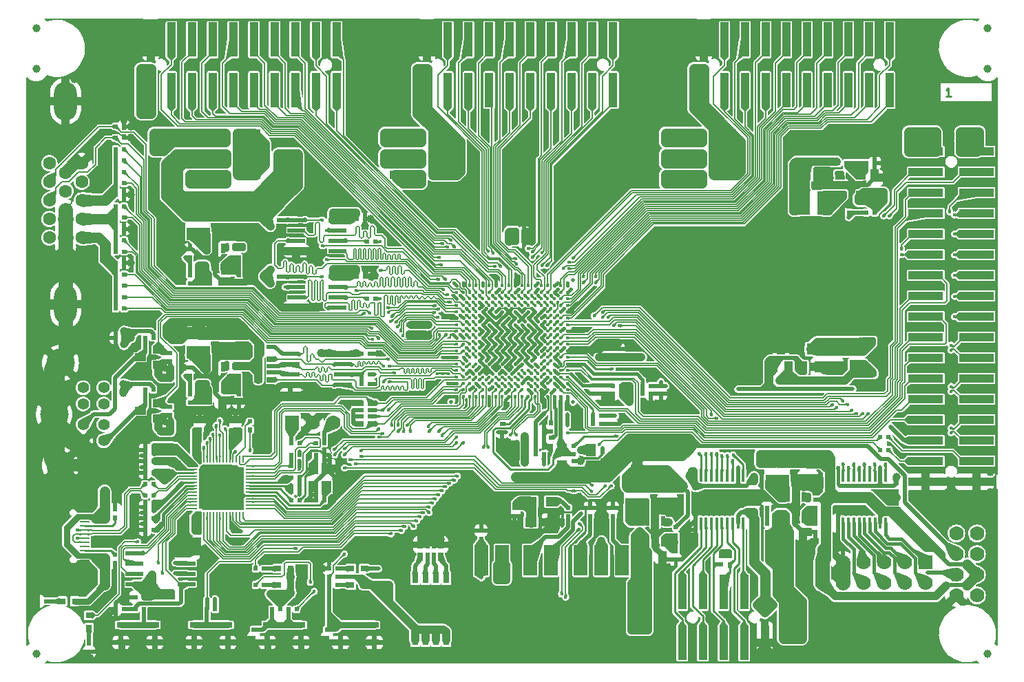
<source format=gbr>
%TF.GenerationSoftware,KiCad,Pcbnew,7.0.9-7.0.9~ubuntu22.04.1*%
%TF.CreationDate,2023-12-13T13:54:36+02:00*%
%TF.ProjectId,GateMateA1-EVB_Rev_A,47617465-4d61-4746-9541-312d4556425f,A*%
%TF.SameCoordinates,PX5f5e100PY7bfa480*%
%TF.FileFunction,Copper,L1,Top*%
%TF.FilePolarity,Positive*%
%FSLAX46Y46*%
G04 Gerber Fmt 4.6, Leading zero omitted, Abs format (unit mm)*
G04 Created by KiCad (PCBNEW 7.0.9-7.0.9~ubuntu22.04.1) date 2023-12-13 13:54:36*
%MOMM*%
%LPD*%
G01*
G04 APERTURE LIST*
%ADD10C,0.254000*%
%TA.AperFunction,NonConductor*%
%ADD11C,0.254000*%
%TD*%
%TA.AperFunction,SMDPad,CuDef*%
%ADD12R,0.500000X0.550000*%
%TD*%
%TA.AperFunction,SMDPad,CuDef*%
%ADD13R,0.550000X0.500000*%
%TD*%
%TA.AperFunction,SMDPad,CuDef*%
%ADD14R,3.302000X1.016000*%
%TD*%
%TA.AperFunction,SMDPad,CuDef*%
%ADD15R,3.000000X1.600000*%
%TD*%
%TA.AperFunction,SMDPad,CuDef*%
%ADD16R,2.200000X1.100000*%
%TD*%
%TA.AperFunction,ComponentPad*%
%ADD17O,2.200000X1.200000*%
%TD*%
%TA.AperFunction,SMDPad,CuDef*%
%ADD18R,2.000000X1.100000*%
%TD*%
%TA.AperFunction,ComponentPad*%
%ADD19O,2.000000X1.300000*%
%TD*%
%TA.AperFunction,SMDPad,CuDef*%
%ADD20R,1.150000X0.300000*%
%TD*%
%TA.AperFunction,SMDPad,CuDef*%
%ADD21R,1.150000X0.250000*%
%TD*%
%TA.AperFunction,SMDPad,CuDef*%
%ADD22R,4.250000X1.000000*%
%TD*%
%TA.AperFunction,SMDPad,CuDef*%
%ADD23R,1.000000X4.250000*%
%TD*%
%TA.AperFunction,ComponentPad*%
%ADD24C,1.778000*%
%TD*%
%TA.AperFunction,SMDPad,CuDef*%
%ADD25R,2.200000X0.600000*%
%TD*%
%TA.AperFunction,SMDPad,CuDef*%
%ADD26R,0.760000X1.270000*%
%TD*%
%TA.AperFunction,SMDPad,CuDef*%
%ADD27R,0.550000X1.200000*%
%TD*%
%TA.AperFunction,SMDPad,CuDef*%
%ADD28R,1.016000X1.016000*%
%TD*%
%TA.AperFunction,SMDPad,CuDef*%
%ADD29C,1.000000*%
%TD*%
%TA.AperFunction,SMDPad,CuDef*%
%ADD30R,1.600200X1.168400*%
%TD*%
%TA.AperFunction,SMDPad,CuDef*%
%ADD31R,0.508000X0.762000*%
%TD*%
%TA.AperFunction,ComponentPad*%
%ADD32R,1.778000X1.778000*%
%TD*%
%TA.AperFunction,SMDPad,CuDef*%
%ADD33R,1.524000X1.270000*%
%TD*%
%TA.AperFunction,SMDPad,CuDef*%
%ADD34R,1.400000X1.000000*%
%TD*%
%TA.AperFunction,SMDPad,CuDef*%
%ADD35R,0.800000X0.800000*%
%TD*%
%TA.AperFunction,ComponentPad*%
%ADD36C,1.410000*%
%TD*%
%TA.AperFunction,ComponentPad*%
%ADD37C,3.500000*%
%TD*%
%TA.AperFunction,ConnectorPad*%
%ADD38C,1.000000*%
%TD*%
%TA.AperFunction,SMDPad,CuDef*%
%ADD39R,1.016000X0.762000*%
%TD*%
%TA.AperFunction,SMDPad,CuDef*%
%ADD40R,1.016000X0.508000*%
%TD*%
%TA.AperFunction,SMDPad,CuDef*%
%ADD41R,1.050000X0.650000*%
%TD*%
%TA.AperFunction,SMDPad,CuDef*%
%ADD42R,1.651000X3.683000*%
%TD*%
%TA.AperFunction,SMDPad,CuDef*%
%ADD43R,1.270000X1.524000*%
%TD*%
%TA.AperFunction,SMDPad,CuDef*%
%ADD44R,0.762000X1.016000*%
%TD*%
%TA.AperFunction,SMDPad,CuDef*%
%ADD45R,0.508000X1.016000*%
%TD*%
%TA.AperFunction,SMDPad,CuDef*%
%ADD46R,0.200000X0.875000*%
%TD*%
%TA.AperFunction,SMDPad,CuDef*%
%ADD47R,0.875000X0.200000*%
%TD*%
%TA.AperFunction,ComponentPad*%
%ADD48C,1.000000*%
%TD*%
%TA.AperFunction,ComponentPad*%
%ADD49C,1.800000*%
%TD*%
%TA.AperFunction,SMDPad,CuDef*%
%ADD50R,3.200000X3.200000*%
%TD*%
%TA.AperFunction,SMDPad,CuDef*%
%ADD51R,1.200000X0.550000*%
%TD*%
%TA.AperFunction,SMDPad,CuDef*%
%ADD52C,0.400000*%
%TD*%
%TA.AperFunction,SMDPad,CuDef*%
%ADD53C,0.500000*%
%TD*%
%TA.AperFunction,SMDPad,CuDef*%
%ADD54R,0.350000X1.400000*%
%TD*%
%TA.AperFunction,SMDPad,CuDef*%
%ADD55R,1.200000X1.400000*%
%TD*%
%TA.AperFunction,ComponentPad*%
%ADD56C,1.600000*%
%TD*%
%TA.AperFunction,ComponentPad*%
%ADD57O,2.800000X4.800000*%
%TD*%
%TA.AperFunction,SMDPad,CuDef*%
%ADD58R,1.000000X1.400000*%
%TD*%
%TA.AperFunction,SMDPad,CuDef*%
%ADD59R,1.600000X3.000000*%
%TD*%
%TA.AperFunction,SMDPad,CuDef*%
%ADD60R,1.400000X1.200000*%
%TD*%
%TA.AperFunction,ViaPad*%
%ADD61C,1.000000*%
%TD*%
%TA.AperFunction,ViaPad*%
%ADD62C,0.450000*%
%TD*%
%TA.AperFunction,Conductor*%
%ADD63C,0.508000*%
%TD*%
%TA.AperFunction,Conductor*%
%ADD64C,0.254000*%
%TD*%
%TA.AperFunction,Conductor*%
%ADD65C,0.762000*%
%TD*%
%TA.AperFunction,Conductor*%
%ADD66C,1.270000*%
%TD*%
%TA.AperFunction,Conductor*%
%ADD67C,0.406400*%
%TD*%
%TA.AperFunction,Conductor*%
%ADD68C,1.016000*%
%TD*%
%TA.AperFunction,Conductor*%
%ADD69C,1.778000*%
%TD*%
%TA.AperFunction,Conductor*%
%ADD70C,2.540000*%
%TD*%
%TA.AperFunction,Conductor*%
%ADD71C,0.203200*%
%TD*%
%TA.AperFunction,Conductor*%
%ADD72C,0.381000*%
%TD*%
%TA.AperFunction,Conductor*%
%ADD73C,1.524000*%
%TD*%
%TA.AperFunction,Conductor*%
%ADD74C,0.127000*%
%TD*%
%TA.AperFunction,Conductor*%
%ADD75C,0.200000*%
%TD*%
%TA.AperFunction,Conductor*%
%ADD76C,0.165100*%
%TD*%
G04 APERTURE END LIST*
D10*
D11*
X113941200Y70137548D02*
X113360628Y70137548D01*
X113650914Y70137548D02*
X113650914Y71153548D01*
X113650914Y71153548D02*
X113554152Y71008405D01*
X113554152Y71008405D02*
X113457390Y70911643D01*
X113457390Y70911643D02*
X113360628Y70863262D01*
D12*
X11292000Y7000000D03*
X12308000Y7000000D03*
X77100000Y34500000D03*
X76084000Y34500000D03*
D13*
X26200000Y16608000D03*
X26200000Y15592000D03*
D14*
X22587000Y65540000D03*
X27413000Y65540000D03*
X22587000Y63000000D03*
X27413000Y63000000D03*
X22587000Y60460000D03*
X27413000Y60460000D03*
D15*
X92600000Y22800000D03*
X92600000Y25200000D03*
D16*
X6530000Y11072400D03*
D17*
X6530000Y11680000D03*
X6530000Y20320000D03*
D16*
X6530000Y20927600D03*
D18*
X2350000Y11072400D03*
D19*
X2350000Y11680000D03*
X2350000Y20320000D03*
D18*
X2350000Y20927600D03*
D20*
X7432000Y19325000D03*
X7432000Y18525000D03*
D21*
X7432000Y17250000D03*
X7432000Y16250000D03*
X7432000Y15750000D03*
X7432000Y14750000D03*
D20*
X7432000Y13475000D03*
X7432000Y12675000D03*
X7432000Y12925000D03*
X7432000Y13725000D03*
D21*
X7432000Y14250000D03*
X7432000Y15250000D03*
X7432000Y16750000D03*
X7432000Y17750000D03*
D20*
X7432000Y18275000D03*
X7432000Y19075000D03*
D22*
X110875000Y63320000D03*
X117125000Y63320000D03*
X110875000Y60780000D03*
X117125000Y60780000D03*
X110875000Y58240000D03*
X117125000Y58240000D03*
X110875000Y55700000D03*
X117125000Y55700000D03*
X110875000Y53160000D03*
X117125000Y53160000D03*
X110875000Y50620000D03*
X117125000Y50620000D03*
X110875000Y48080000D03*
X117125000Y48080000D03*
X110875000Y45540000D03*
X117125000Y45540000D03*
X110875000Y43000000D03*
X117125000Y43000000D03*
X110875000Y40460000D03*
X117125000Y40460000D03*
X110875000Y37920000D03*
X117125000Y37920000D03*
X110875000Y35380000D03*
X117125000Y35380000D03*
X110875000Y32840000D03*
X117125000Y32840000D03*
X110875000Y30300000D03*
X117125000Y30300000D03*
X110875000Y27760000D03*
X117125000Y27760000D03*
X110875000Y25220000D03*
X117125000Y25220000D03*
X110875000Y22680000D03*
X117125000Y22680000D03*
D23*
X15570000Y70875000D03*
X15570000Y77125000D03*
X18110000Y70875000D03*
X18110000Y77125000D03*
X20650000Y70875000D03*
X20650000Y77125000D03*
X23190000Y70875000D03*
X23190000Y77125000D03*
X25730000Y70875000D03*
X25730000Y77125000D03*
X28270000Y70875000D03*
X28270000Y77125000D03*
X30810000Y70875000D03*
X30810000Y77125000D03*
X33350000Y70875000D03*
X33350000Y77125000D03*
X35890000Y70875000D03*
X35890000Y77125000D03*
X38430000Y70875000D03*
X38430000Y77125000D03*
D24*
X114630000Y11255000D03*
D23*
X83570000Y70875000D03*
X83570000Y77125000D03*
X86110000Y70875000D03*
X86110000Y77125000D03*
X88650000Y70875000D03*
X88650000Y77125000D03*
X91190000Y70875000D03*
X91190000Y77125000D03*
X93730000Y70875000D03*
X93730000Y77125000D03*
X96270000Y70875000D03*
X96270000Y77125000D03*
X98810000Y70875000D03*
X98810000Y77125000D03*
X101350000Y70875000D03*
X101350000Y77125000D03*
X103890000Y70875000D03*
X103890000Y77125000D03*
X106430000Y70875000D03*
X106430000Y77125000D03*
D25*
X20035000Y10095000D03*
X20035000Y11365000D03*
X20035000Y12635000D03*
X20035000Y13905000D03*
X13565000Y13905000D03*
X13565000Y12635000D03*
X13565000Y11365000D03*
X13565000Y10095000D03*
D12*
X41908000Y55000000D03*
X40892000Y55000000D03*
D26*
X48095000Y3190000D03*
X49365000Y3190000D03*
X50635000Y3190000D03*
X51905000Y3190000D03*
X51905000Y10810000D03*
X50635000Y10810000D03*
X49365000Y10810000D03*
X48095000Y10810000D03*
D12*
X62892000Y28900000D03*
X63908000Y28900000D03*
D27*
X95850000Y20800000D03*
X94900000Y20800000D03*
X93950000Y20800000D03*
X93950000Y18200000D03*
X95850000Y18200000D03*
D12*
X37492000Y11000000D03*
X38508000Y11000000D03*
D25*
X33500000Y54905000D03*
X33500000Y53635000D03*
X33500000Y52365000D03*
X33500000Y51095000D03*
X38500000Y51095000D03*
X38500000Y52365000D03*
X38500000Y53635000D03*
X38500000Y54905000D03*
D12*
X11292000Y44000000D03*
X12308000Y44000000D03*
X103600000Y61900000D03*
X104616000Y61900000D03*
D24*
X117170000Y16335000D03*
D13*
X101750000Y37392000D03*
X101750000Y38408000D03*
X86800000Y13508000D03*
X86800000Y12492000D03*
X60300001Y18492000D03*
X60300001Y19508000D03*
D12*
X77100000Y33500000D03*
X76084000Y33500000D03*
X15908000Y23800000D03*
X14892000Y23800000D03*
D13*
X91400000Y19492000D03*
X91400000Y20508000D03*
D12*
X71008000Y30800000D03*
X69992000Y30800000D03*
D13*
X18000000Y37492001D03*
X18000000Y38508001D03*
D28*
X99750000Y38788999D03*
X99750000Y37010999D03*
D12*
X14892000Y21000000D03*
X15908000Y21000000D03*
D13*
X70000000Y33492000D03*
X70000000Y34508000D03*
D28*
X22600000Y47300000D03*
X24378000Y47300000D03*
D29*
X118500000Y1500000D03*
D30*
X75400000Y24238000D03*
X75400000Y24238000D03*
D31*
X75400000Y24746000D03*
X75400000Y25254000D03*
D30*
X75400000Y25762000D03*
D13*
X91400000Y17508000D03*
X91400000Y16492000D03*
D12*
X15908000Y34000000D03*
X14892000Y34000000D03*
D13*
X85700000Y13508000D03*
X85700000Y12492000D03*
X26400000Y50292000D03*
X26400000Y51308000D03*
D12*
X12308000Y40400000D03*
X11292000Y40400000D03*
D13*
X71500000Y39008000D03*
X71500000Y37992000D03*
D12*
X2758000Y8000000D03*
X1742000Y8000000D03*
X38508000Y10000000D03*
X37492000Y10000000D03*
D32*
X110850000Y12770000D03*
D24*
X108310000Y12770000D03*
X105770000Y12770000D03*
X103230000Y12770000D03*
X100690000Y12770000D03*
X98150000Y12770000D03*
X110850000Y10230000D03*
X108310000Y10230000D03*
X105770000Y10230000D03*
X103230000Y10230000D03*
X100690000Y10230000D03*
X98150000Y10230000D03*
D33*
X79100000Y22116000D03*
X79100000Y20084000D03*
D12*
X41492000Y35900000D03*
X42508000Y35900000D03*
D34*
X103750000Y35999999D03*
X103750000Y39799999D03*
D13*
X28250000Y4508000D03*
X28250000Y3492000D03*
X37250000Y3492000D03*
X37250000Y4508000D03*
D12*
X29508000Y10000000D03*
X28492000Y10000000D03*
X11292000Y55200000D03*
X12308000Y55200000D03*
X12308000Y58000000D03*
X11292000Y58000000D03*
D35*
X4738000Y8000000D03*
X6262000Y8000000D03*
D13*
X97300000Y17508000D03*
X97300000Y16492000D03*
X78300000Y34508000D03*
X78300000Y33492000D03*
D29*
X118500000Y73500000D03*
D36*
X7270000Y29730000D03*
X7270000Y32270000D03*
X7270000Y27740000D03*
X7270000Y34260000D03*
X9810000Y27740000D03*
X9810000Y34260000D03*
X9810000Y32270000D03*
X9810000Y29730000D03*
D37*
X4500000Y37300000D03*
X3700000Y31000000D03*
X4500000Y24700000D03*
D12*
X15908000Y16800000D03*
X14892000Y16800000D03*
D25*
X33500000Y47905000D03*
X33500000Y46635000D03*
X33500000Y45365000D03*
X33500000Y44095000D03*
X38500000Y44095000D03*
X38500000Y45365000D03*
X38500000Y46635000D03*
X38500000Y47905000D03*
D12*
X36908000Y20400000D03*
X35892000Y20400000D03*
D28*
X76711000Y13600000D03*
X78489000Y13600000D03*
D12*
X11292000Y45400000D03*
X12308000Y45400000D03*
D29*
X1500000Y73500000D03*
D12*
X35892000Y26000000D03*
X36908000Y26000000D03*
X12308001Y53800000D03*
X11292001Y53800000D03*
X11292001Y62200000D03*
X12308001Y62200000D03*
D35*
X31238000Y10000000D03*
X32762000Y10000000D03*
D13*
X107250000Y22508000D03*
X107250000Y21492000D03*
D33*
X96400000Y25016000D03*
X96400000Y22984000D03*
D13*
X64800000Y27092000D03*
X64800000Y28108000D03*
D38*
X1500000Y78500000D03*
D12*
X62892000Y27500000D03*
X63908000Y27500000D03*
D13*
X72200000Y30808000D03*
X72200000Y29792000D03*
D12*
X62892000Y26100000D03*
X63908000Y26100000D03*
X35892000Y27393800D03*
X36908000Y27393800D03*
X29508000Y12000000D03*
X28492000Y12000000D03*
D28*
X94011000Y16500000D03*
X95789000Y16500000D03*
D13*
X20400000Y50292000D03*
X20400000Y51308000D03*
D12*
X11292000Y51000000D03*
X12308000Y51000000D03*
D23*
X91080000Y9125000D03*
X91080000Y2875000D03*
X88540000Y9125000D03*
X88540000Y2875000D03*
X86000000Y9125000D03*
X86000000Y2875000D03*
X83460000Y9125000D03*
X83460000Y2875000D03*
X80920000Y9125000D03*
X80920000Y2875000D03*
D13*
X80150000Y16092000D03*
X80150000Y17108000D03*
D12*
X61508000Y52200000D03*
X60492000Y52200000D03*
D13*
X21500000Y16608000D03*
X21500000Y15592000D03*
D12*
X11292000Y63600000D03*
X12308000Y63600000D03*
D39*
X42762000Y29830000D03*
X41238000Y29830000D03*
D40*
X42762000Y30719000D03*
X41238000Y30719000D03*
X42762000Y31481000D03*
X41238000Y31481000D03*
D39*
X42762000Y32370000D03*
X41238000Y32370000D03*
D15*
X21400000Y53200000D03*
X21400000Y55600000D03*
D41*
X38925000Y5075000D03*
X43075000Y5075000D03*
X38925000Y2925000D03*
X43075000Y2925000D03*
D12*
X106308000Y28200000D03*
X105292000Y28200000D03*
D42*
X64770000Y13000000D03*
X62230000Y13000000D03*
D13*
X58800000Y29808000D03*
X58800000Y28792000D03*
D41*
X29925000Y5075000D03*
X34075000Y5075000D03*
X29925000Y2925000D03*
X34075000Y2925000D03*
D39*
X30362000Y35230000D03*
X28838000Y35230000D03*
D40*
X30362000Y36119000D03*
X28838000Y36119000D03*
X30362000Y36881000D03*
X28838000Y36881000D03*
D39*
X30362000Y37770000D03*
X28838000Y37770000D03*
D13*
X71200000Y33492000D03*
X71200000Y34508000D03*
D43*
X96084000Y60600000D03*
X98116000Y60600000D03*
D13*
X89750000Y18992000D03*
X89750000Y20008000D03*
X69600000Y18492000D03*
X69600000Y19508000D03*
X56200000Y16708000D03*
X56200000Y15692000D03*
X26400000Y35692000D03*
X26400000Y36708000D03*
D12*
X41492000Y34700000D03*
X42508000Y34700000D03*
X32892000Y24600000D03*
X33908000Y24600000D03*
D43*
X66100000Y24584000D03*
X66100000Y26616000D03*
D24*
X114630000Y13795000D03*
D44*
X48730000Y13428000D03*
X48730000Y14952000D03*
D45*
X49619000Y13428000D03*
X49619000Y14952000D03*
X50381000Y13428000D03*
X50381000Y14952000D03*
D44*
X51270000Y13428000D03*
X51270000Y14952000D03*
D25*
X32765000Y38405000D03*
X32765000Y37135000D03*
X32765000Y35865000D03*
X32765000Y34595000D03*
X39235000Y34595000D03*
X39235000Y35865000D03*
X39235000Y37135000D03*
X39235000Y38405000D03*
D13*
X20400000Y35692000D03*
X20400000Y36708000D03*
D15*
X21400000Y38600000D03*
X21400000Y41000000D03*
D12*
X11292000Y48200000D03*
X12308000Y48200000D03*
X105292000Y26600000D03*
X106308000Y26600000D03*
X11292001Y59400000D03*
X12308001Y59400000D03*
D24*
X114630000Y8715000D03*
D12*
X32892000Y21800000D03*
X33908000Y21800000D03*
D46*
X21700000Y18568700D03*
X22100000Y18568700D03*
X22500000Y18568700D03*
X22900000Y18568700D03*
X23300000Y18568700D03*
X23700000Y18568700D03*
X24100000Y18568700D03*
X24500000Y18568700D03*
X24900000Y18568700D03*
X25300000Y18568700D03*
X25700000Y18568700D03*
X26100000Y18568700D03*
X26500000Y18568700D03*
X26900000Y18568700D03*
D47*
X27737500Y19406200D03*
X27737500Y19806200D03*
X27737500Y20206200D03*
X27737500Y20606200D03*
X27737500Y21006200D03*
X27737500Y21406200D03*
X27737500Y21806200D03*
X27737500Y22206200D03*
X27737500Y22606200D03*
X27737500Y23006200D03*
X27737500Y23406200D03*
X27737500Y23806200D03*
X27737500Y24206200D03*
X27737500Y24606200D03*
D46*
X26900000Y25443700D03*
X26500000Y25443700D03*
X26100000Y25443700D03*
X25700000Y25443700D03*
X25300000Y25443700D03*
X24900000Y25443700D03*
X24500000Y25443700D03*
X24100000Y25443700D03*
X23700000Y25443700D03*
X23300000Y25443700D03*
X22900000Y25443700D03*
X22500000Y25443700D03*
X22100000Y25443700D03*
X21700000Y25443700D03*
D47*
X20862500Y24606200D03*
X20862500Y24206200D03*
X20862500Y23806200D03*
X20862500Y23406200D03*
X20862500Y23006200D03*
X20862500Y22606200D03*
X20862500Y22206200D03*
X20862500Y21806200D03*
X20862500Y21406200D03*
X20862500Y21006200D03*
X20862500Y20606200D03*
X20862500Y20206200D03*
X20862500Y19806200D03*
X20862500Y19406200D03*
D48*
X23100000Y23206200D03*
X23100000Y20806200D03*
D49*
X24300000Y22006200D03*
D50*
X24300000Y22006200D03*
D48*
X25500000Y23206200D03*
X25570000Y20806200D03*
D12*
X60592000Y25900000D03*
X61608000Y25900000D03*
D41*
X11925000Y5075000D03*
X16075000Y5075000D03*
X11925000Y2925000D03*
X16075000Y2925000D03*
D12*
X60592000Y27500000D03*
X61608000Y27500000D03*
X30292000Y47900000D03*
X31308000Y47900000D03*
D27*
X24450000Y51400000D03*
X23500000Y51400000D03*
X22550000Y51400000D03*
X22550000Y48800000D03*
X24450000Y48800000D03*
D12*
X13692000Y7000000D03*
X14708000Y7000000D03*
D13*
X66899999Y18492000D03*
X66899999Y19508000D03*
D51*
X100308000Y60150000D03*
X100308000Y59200000D03*
X100308000Y58250000D03*
X102908000Y58250000D03*
X102908000Y60150000D03*
D13*
X97300000Y19492000D03*
X97300000Y20508000D03*
D52*
X53200000Y46800000D03*
X54000000Y46800000D03*
X54800000Y46800000D03*
X55600000Y46800000D03*
X56400000Y46800000D03*
X57200000Y46800000D03*
X58000000Y46800000D03*
X58800000Y46800000D03*
X59600000Y46800000D03*
X60400000Y46800000D03*
X61200000Y46800000D03*
X62000000Y46800000D03*
X62800000Y46800000D03*
X63600000Y46800000D03*
X64400000Y46800000D03*
X65200000Y46800000D03*
X66000000Y46800000D03*
X66800000Y46800000D03*
X53200000Y46000000D03*
X54000000Y46000000D03*
X54800000Y46000000D03*
X55600000Y46000000D03*
X56400000Y46000000D03*
X57200000Y46000000D03*
X58000000Y46000000D03*
X58800000Y46000000D03*
X59600000Y46000000D03*
X60400000Y46000000D03*
X61200000Y46000000D03*
X62000000Y46000000D03*
X62800000Y46000000D03*
X63600000Y46000000D03*
X64400000Y46000000D03*
X65200000Y46000000D03*
X66000000Y46000000D03*
X66800000Y46000000D03*
X53200000Y45200000D03*
X54000000Y45200000D03*
X54800000Y45200000D03*
X55600000Y45200000D03*
X56400000Y45200000D03*
X57200000Y45200000D03*
X58000000Y45200000D03*
X58800000Y45200000D03*
X59600000Y45200000D03*
X60400000Y45200000D03*
X61200000Y45200000D03*
X62000000Y45200000D03*
X62800000Y45200000D03*
X63600000Y45200000D03*
X64400000Y45200000D03*
X65200000Y45200000D03*
X66000000Y45200000D03*
X66800000Y45200000D03*
X53200000Y44400000D03*
X54000000Y44400000D03*
X54800000Y44400000D03*
X55600000Y44400000D03*
X56400000Y44400000D03*
X57200000Y44400000D03*
X58000000Y44400000D03*
X58800000Y44400000D03*
X59600000Y44400000D03*
X60400000Y44400000D03*
X61200000Y44400000D03*
X62000000Y44400000D03*
X62800000Y44400000D03*
X63600000Y44400000D03*
X64400000Y44400000D03*
X65200000Y44400000D03*
X66000000Y44400000D03*
X66800000Y44400000D03*
X53200000Y43600000D03*
X54000000Y43600000D03*
X54800000Y43600000D03*
X55600000Y43600000D03*
X56400000Y43600000D03*
X57200000Y43600000D03*
X58000000Y43600000D03*
X58800000Y43600000D03*
X59600000Y43600000D03*
X60400000Y43600000D03*
X61200000Y43600000D03*
X62000000Y43600000D03*
X62800000Y43600000D03*
X63600000Y43600000D03*
X64400000Y43600000D03*
X65200000Y43600000D03*
X66000000Y43600000D03*
X66800000Y43600000D03*
X53200000Y42800000D03*
X54000000Y42800000D03*
X54800000Y42800000D03*
X55600000Y42800000D03*
X56400000Y42800000D03*
X57200000Y42800000D03*
X58000000Y42800000D03*
X58800000Y42800000D03*
X59600000Y42800000D03*
X60400000Y42800000D03*
X61200000Y42800000D03*
X62000000Y42800000D03*
X62800000Y42800000D03*
X63600000Y42800000D03*
X64400000Y42800000D03*
X65200000Y42800000D03*
X66000000Y42800000D03*
X66800000Y42800000D03*
X53200000Y42000000D03*
X54000000Y42000000D03*
X54800000Y42000000D03*
X55600000Y42000000D03*
X56400000Y42000000D03*
X57200000Y42000000D03*
X58000000Y42000000D03*
X58800000Y42000000D03*
X59600000Y42000000D03*
X60400000Y42000000D03*
X61200000Y42000000D03*
X62000000Y42000000D03*
X62800000Y42000000D03*
X63600000Y42000000D03*
X64400000Y42000000D03*
X65200000Y42000000D03*
X66000000Y42000000D03*
X66800000Y42000000D03*
X53200000Y41200000D03*
X54000000Y41200000D03*
X54800000Y41200000D03*
X55600000Y41200000D03*
X56400000Y41200000D03*
X57200000Y41200000D03*
X58000000Y41200000D03*
X58800000Y41200000D03*
X59600000Y41200000D03*
X60400000Y41200000D03*
X61200000Y41200000D03*
X62000000Y41200000D03*
X62800000Y41200000D03*
X63600000Y41200000D03*
X64400000Y41200000D03*
X65200000Y41200000D03*
X66000000Y41200000D03*
X66800000Y41200000D03*
X53200000Y40400000D03*
X54000000Y40400000D03*
X54800000Y40400000D03*
X55600000Y40400000D03*
X56400000Y40400000D03*
X57200000Y40400000D03*
X58000000Y40400000D03*
X58800000Y40400000D03*
X59600000Y40400000D03*
X60400000Y40400000D03*
X61200000Y40400000D03*
X62000000Y40400000D03*
X62800000Y40400000D03*
X63600000Y40400000D03*
X64400000Y40400000D03*
X65200000Y40400000D03*
X66000000Y40400000D03*
X66800000Y40400000D03*
X53200000Y39600000D03*
X54000000Y39600000D03*
X54800000Y39600000D03*
X55600000Y39600000D03*
X56400000Y39600000D03*
X57200000Y39600000D03*
X58000000Y39600000D03*
X58800000Y39600000D03*
X59600000Y39600000D03*
X60400000Y39600000D03*
X61200000Y39600000D03*
X62000000Y39600000D03*
X62800000Y39600000D03*
X63600000Y39600000D03*
X64400000Y39600000D03*
X65200000Y39600000D03*
X66000000Y39600000D03*
X66800000Y39600000D03*
D53*
X67500000Y47500000D03*
X67500000Y32500000D03*
X52500000Y32500000D03*
D52*
X53200000Y38800000D03*
X54000000Y38800000D03*
X54800000Y38800000D03*
X55600000Y38800000D03*
X56400000Y38800000D03*
X57200000Y38800000D03*
X58000000Y38800000D03*
X58800000Y38800000D03*
X59600000Y38800000D03*
X60400000Y38800000D03*
X61200000Y38800000D03*
X62000000Y38800000D03*
X62800000Y38800000D03*
X63600000Y38800000D03*
X64400000Y38800000D03*
X65200000Y38800000D03*
X66000000Y38800000D03*
X66800000Y38800000D03*
X53200000Y38000000D03*
X54000000Y38000000D03*
X54800000Y38000000D03*
X55600000Y38000000D03*
X56400000Y38000000D03*
X57200000Y38000000D03*
X58000000Y38000000D03*
X58800000Y38000000D03*
X59600000Y38000000D03*
X60400000Y38000000D03*
X61200000Y38000000D03*
X62000000Y38000000D03*
X62800000Y38000000D03*
X63600000Y38000000D03*
X64400000Y38000000D03*
X65200000Y38000000D03*
X66000000Y38000000D03*
X66800000Y38000000D03*
X53200000Y37200000D03*
X54000000Y37200000D03*
X54800000Y37200000D03*
X55600000Y37200000D03*
X56400000Y37200000D03*
X57200000Y37200000D03*
X58000000Y37200000D03*
X58800000Y37200000D03*
X59600000Y37200000D03*
X60400000Y37200000D03*
X61200000Y37200000D03*
X62000000Y37200000D03*
X62800000Y37200000D03*
X63600000Y37200000D03*
X64400000Y37200000D03*
X65200000Y37200000D03*
X66000000Y37200000D03*
X66800000Y37200000D03*
X53200000Y36400000D03*
X54000000Y36400000D03*
X54800000Y36400000D03*
X55600000Y36400000D03*
X56400000Y36400000D03*
X57200000Y36400000D03*
X58000000Y36400000D03*
X58800000Y36400000D03*
X59600000Y36400000D03*
X60400000Y36400000D03*
X61200000Y36400000D03*
X62000000Y36400000D03*
X62800000Y36400000D03*
X63600000Y36400000D03*
X64400000Y36400000D03*
X65200000Y36400000D03*
X66000000Y36400000D03*
X66800000Y36400000D03*
X53200000Y35600000D03*
X54000000Y35600000D03*
X54800000Y35600000D03*
X55600000Y35600000D03*
X56400000Y35600000D03*
X57200000Y35600000D03*
X58000000Y35600000D03*
X58800000Y35600000D03*
X59600000Y35600000D03*
X60400000Y35600000D03*
X61200000Y35600000D03*
X62000000Y35600000D03*
X62800000Y35600000D03*
X63600000Y35600000D03*
X64400000Y35600000D03*
X65200000Y35600000D03*
X66000000Y35600000D03*
X66800000Y35600000D03*
X53200000Y34800000D03*
X54000000Y34800000D03*
X54800000Y34800000D03*
X55600000Y34800000D03*
X56400000Y34800000D03*
X57200000Y34800000D03*
X58000000Y34800000D03*
X58800000Y34800000D03*
X59600000Y34800000D03*
X60400000Y34800000D03*
X61200000Y34800000D03*
X62000000Y34800000D03*
X62800000Y34800000D03*
X63600000Y34800000D03*
X64400000Y34800000D03*
X65200000Y34800000D03*
X66000000Y34800000D03*
X66800000Y34800000D03*
X53200000Y34000000D03*
X54000000Y34000000D03*
X54800000Y34000000D03*
X55600000Y34000000D03*
X56400000Y34000000D03*
X57200000Y34000000D03*
X58000000Y34000000D03*
X58800000Y34000000D03*
X59600000Y34000000D03*
X60400000Y34000000D03*
X61200000Y34000000D03*
X62000000Y34000000D03*
X62800000Y34000000D03*
X63600000Y34000000D03*
X64400000Y34000000D03*
X65200000Y34000000D03*
X66000000Y34000000D03*
X66800000Y34000000D03*
X53200000Y33200000D03*
X54000000Y33200000D03*
X54800000Y33200000D03*
X55600000Y33200000D03*
X56400000Y33200000D03*
X57200000Y33200000D03*
X58000000Y33200000D03*
X58800000Y33200000D03*
X59600000Y33200000D03*
X60400000Y33200000D03*
X61200000Y33200000D03*
X62000000Y33200000D03*
X62800000Y33200000D03*
X63600000Y33200000D03*
X64400000Y33200000D03*
X65200000Y33200000D03*
X66000000Y33200000D03*
X66800000Y33200000D03*
D13*
X11200000Y12692000D03*
X11200000Y13708000D03*
D12*
X12308001Y65000000D03*
X11292001Y65000000D03*
D23*
X49570000Y70875000D03*
X49570000Y77125000D03*
X52110000Y70875000D03*
X52110000Y77125000D03*
X54650000Y70875000D03*
X54650000Y77125000D03*
X57190000Y70875000D03*
X57190000Y77125000D03*
X59730000Y70875000D03*
X59730000Y77125000D03*
X62270000Y70875000D03*
X62270000Y77125000D03*
X64810000Y70875000D03*
X64810000Y77125000D03*
X67350000Y70875000D03*
X67350000Y77125000D03*
X69890000Y70875000D03*
X69890000Y77125000D03*
X72430000Y70875000D03*
X72430000Y77125000D03*
D13*
X26400000Y48108000D03*
X26400000Y47092000D03*
D54*
X88425000Y23400000D03*
X87775000Y23400000D03*
X87125000Y23400000D03*
X86475000Y23400000D03*
X85825000Y23400000D03*
X85175000Y23400000D03*
X84525000Y23400000D03*
X83875000Y23400000D03*
X83225000Y23400000D03*
X82575000Y23400000D03*
X82575000Y17600000D03*
X83225000Y17600000D03*
X83875000Y17600000D03*
X84525000Y17600000D03*
X85175000Y17600000D03*
X85825000Y17600000D03*
X86475000Y17600000D03*
X87125000Y17600000D03*
X87775000Y17600000D03*
X88425000Y17600000D03*
D35*
X40238000Y12000000D03*
X41762000Y12000000D03*
D13*
X20400000Y48108000D03*
X20400000Y47092000D03*
D42*
X58770000Y13000000D03*
X56230000Y13000000D03*
D13*
X64800000Y28892000D03*
X64800000Y29908000D03*
D24*
X117170000Y11255000D03*
D27*
X78550000Y17900000D03*
X77600000Y17900000D03*
X76650000Y17900000D03*
X76650000Y15300000D03*
X78550000Y15300000D03*
D13*
X67600000Y24192000D03*
X67600000Y25208000D03*
D12*
X12308000Y66400000D03*
X11292000Y66400000D03*
D13*
X48900000Y40992000D03*
X48900000Y42008000D03*
D12*
X22492000Y7000000D03*
X23508000Y7000000D03*
D55*
X35600000Y24300000D03*
X37200000Y22100000D03*
X37200000Y24300000D03*
X35600000Y22100000D03*
D12*
X33908000Y20400000D03*
X32892000Y20400000D03*
X30108000Y39300000D03*
X29092000Y39300000D03*
D42*
X73540000Y13000000D03*
X71000000Y13000000D03*
X68460000Y13000000D03*
D13*
X11200000Y19308000D03*
X11200000Y18292000D03*
D34*
X16507440Y30450040D03*
X16507440Y32352500D03*
X14297640Y31397460D03*
D35*
X31238000Y12000000D03*
X32762000Y12000000D03*
D24*
X114630000Y16335000D03*
D13*
X71100000Y25292000D03*
X71100000Y26308000D03*
D12*
X103592000Y55800000D03*
X104608000Y55800000D03*
D24*
X117170000Y8715000D03*
D12*
X61508000Y53300000D03*
X60492000Y53300000D03*
X15908000Y25200000D03*
X14892000Y25200000D03*
X38508000Y12000000D03*
X37492000Y12000000D03*
D28*
X104608000Y58311000D03*
X104608000Y60089000D03*
D12*
X41908000Y47900000D03*
X40892000Y47900000D03*
X11292000Y52400000D03*
X12308000Y52400000D03*
D33*
X25000000Y55416000D03*
X25000000Y53384000D03*
D12*
X11292000Y60800000D03*
X12308000Y60800000D03*
D38*
X118500000Y78500000D03*
D14*
X46587000Y65540000D03*
X51413000Y65540000D03*
X46587000Y63000000D03*
X51413000Y63000000D03*
X46587000Y60460000D03*
X51413000Y60460000D03*
D13*
X80150000Y14108000D03*
X80150000Y13092000D03*
D12*
X101116000Y61900000D03*
X100100000Y61900000D03*
X15908000Y40400000D03*
X14892000Y40400000D03*
X33908000Y26000000D03*
X32892000Y26000000D03*
D13*
X107250000Y18992000D03*
X107250000Y20008000D03*
D34*
X16507440Y37050040D03*
X16507440Y38952500D03*
X14297640Y37997460D03*
D12*
X42192000Y52200000D03*
X43208000Y52200000D03*
X32892000Y23200000D03*
X33908000Y23200000D03*
X12308000Y49600000D03*
X11292000Y49600000D03*
X11292000Y46800000D03*
X12308000Y46800000D03*
X18292000Y8500000D03*
X19308000Y8500000D03*
X15908000Y19600000D03*
X14892000Y19600000D03*
D13*
X20400000Y33480000D03*
X20400000Y32464000D03*
D24*
X117170000Y13795000D03*
D12*
X73408000Y34500000D03*
X72392000Y34500000D03*
X32492000Y7000000D03*
X33508000Y7000000D03*
D13*
X67600000Y26092000D03*
X67600000Y27108000D03*
D56*
X7090000Y52720000D03*
X7090000Y55010000D03*
X7090000Y57300000D03*
X7090000Y59590000D03*
X7090000Y61880000D03*
X5110000Y51575000D03*
X5110000Y53865000D03*
X5110000Y56155000D03*
X5110000Y58445000D03*
X5110000Y60735000D03*
X3130000Y52720000D03*
X3130000Y55010000D03*
X3130000Y57300000D03*
X3130000Y59590000D03*
X3130000Y61880000D03*
D57*
X5110000Y69495000D03*
X5110000Y44505000D03*
D12*
X14892000Y22400000D03*
X15908000Y22400000D03*
D13*
X27800000Y29092000D03*
X27800000Y30108000D03*
D12*
X30492000Y7000000D03*
X31508000Y7000000D03*
D58*
X95800000Y36799999D03*
X97700000Y36799999D03*
X96750000Y38999999D03*
D41*
X20925000Y5075000D03*
X25075000Y5075000D03*
X20925000Y2925000D03*
X25075000Y2925000D03*
D28*
X22611000Y32700000D03*
X24389000Y32700000D03*
D13*
X8000000Y2758000D03*
X8000000Y1742000D03*
D12*
X15908000Y26600000D03*
X14892000Y26600000D03*
X15908000Y18200000D03*
X14892000Y18200000D03*
D27*
X24450000Y36800000D03*
X23500000Y36800000D03*
X22550000Y36800000D03*
X22550000Y34200000D03*
X24450000Y34200000D03*
D35*
X8000000Y4738000D03*
X8000000Y6262000D03*
D12*
X33908000Y27393800D03*
X32892000Y27393800D03*
D13*
X21600000Y29098200D03*
X21600000Y30114200D03*
X18000000Y30892000D03*
X18000000Y31908000D03*
D12*
X11292000Y56600000D03*
X12308000Y56600000D03*
X30292000Y54900000D03*
X31308000Y54900000D03*
D43*
X69700000Y24584000D03*
X69700000Y26616000D03*
D15*
X75400000Y19900000D03*
X75400000Y22300000D03*
D12*
X71008000Y29800000D03*
X69992000Y29800000D03*
D32*
X32960000Y30000000D03*
D24*
X35500000Y30000000D03*
X38040000Y30000000D03*
D33*
X25000000Y40816000D03*
X25000000Y38784000D03*
D54*
X105925000Y23400000D03*
X105275000Y23400000D03*
X104625000Y23400000D03*
X103975000Y23400000D03*
X103325000Y23400000D03*
X102675000Y23400000D03*
X102025000Y23400000D03*
X101375000Y23400000D03*
X100725000Y23400000D03*
X100075000Y23400000D03*
X100075000Y17600000D03*
X100725000Y17600000D03*
X101375000Y17600000D03*
X102025000Y17600000D03*
X102675000Y17600000D03*
X103325000Y17600000D03*
X103975000Y17600000D03*
X104625000Y17600000D03*
X105275000Y17600000D03*
X105925000Y17600000D03*
D13*
X89750000Y22508000D03*
X89750000Y21492000D03*
X47300000Y40992000D03*
X47300000Y42008000D03*
D59*
X98300000Y57000000D03*
X95900000Y57000000D03*
D12*
X73408000Y33500000D03*
X72392000Y33500000D03*
X13692000Y8500000D03*
X14708000Y8500000D03*
X42192000Y45200000D03*
X43208000Y45200000D03*
X42508000Y38400000D03*
X41492000Y38400000D03*
D38*
X1500000Y1500000D03*
D13*
X26400000Y33480000D03*
X26400000Y32464000D03*
D60*
X62330000Y17730000D03*
X64870000Y17730000D03*
X64870000Y20270000D03*
X62330000Y20270000D03*
D13*
X26000000Y29098200D03*
X26000000Y30114200D03*
X73100000Y39008000D03*
X73100000Y37992000D03*
D14*
X81087000Y65540000D03*
X85913000Y65540000D03*
X81087000Y63000000D03*
X85913000Y63000000D03*
X81087000Y60460000D03*
X85913000Y60460000D03*
D12*
X101408000Y55800000D03*
X100392000Y55800000D03*
D13*
X72400000Y19508000D03*
X72400000Y18492000D03*
D58*
X92100000Y36800000D03*
X94000000Y36800000D03*
X93050000Y39000000D03*
D35*
X40238000Y10000000D03*
X41762000Y10000000D03*
D61*
X84500000Y44500000D03*
D62*
X43100000Y34700000D03*
X58800000Y28200000D03*
X82575000Y16625000D03*
D61*
X1016000Y39400000D03*
X82400000Y78800000D03*
D62*
X60000000Y39200000D03*
D61*
X66100000Y78800000D03*
D62*
X71608000Y29800000D03*
D61*
X32200000Y1051002D03*
X8100000Y74200000D03*
X84800000Y76600000D03*
X97500000Y78800000D03*
X95800000Y11500000D03*
X19577038Y36722962D03*
X25500000Y32700000D03*
X27300000Y32700000D03*
X34400000Y34500000D03*
X26500000Y20900000D03*
X118800000Y54400000D03*
X105300000Y21261000D03*
X62400000Y53300000D03*
D62*
X14400000Y25900000D03*
D61*
X23200000Y24265000D03*
X4500000Y10600000D03*
X38200000Y1051002D03*
X78200000Y1051002D03*
X35500000Y34500000D03*
D62*
X63200000Y40000000D03*
D61*
X84800000Y77700000D03*
X87000000Y44500000D03*
X112800000Y7000000D03*
D62*
X58000000Y48000000D03*
X60800000Y48000000D03*
X64100000Y16900000D03*
D61*
X111800000Y70000000D03*
D62*
X56000000Y34400000D03*
X33900000Y22500000D03*
D61*
X4500000Y11700000D03*
X31000000Y44900000D03*
X31200000Y34200000D03*
X100100000Y19200010D03*
X118800000Y66000000D03*
D62*
X14400000Y24500000D03*
D61*
X12300000Y67200000D03*
D62*
X105800000Y20500000D03*
X60900000Y18500000D03*
X48700000Y15700000D03*
X68000000Y44600000D03*
D61*
X14400000Y76600000D03*
X54700000Y53300000D03*
D62*
X69200000Y41600000D03*
D61*
X81400000Y14600000D03*
D62*
X51500000Y36000000D03*
D61*
X106200000Y1051002D03*
D62*
X68000000Y39200000D03*
X62600000Y31700000D03*
D61*
X1016000Y57400000D03*
X23700000Y38200000D03*
D62*
X50400000Y15700000D03*
D61*
X117500000Y68800000D03*
D62*
X65600000Y46400000D03*
D61*
X6700000Y22500000D03*
D62*
X98700000Y36150000D03*
D61*
X22100000Y24265000D03*
D62*
X59200000Y32500000D03*
D61*
X68400000Y25200000D03*
D62*
X64850000Y16900000D03*
D61*
X68200000Y1051002D03*
X118800000Y14200000D03*
X13000000Y78800000D03*
D62*
X65600000Y45600000D03*
D61*
X82400000Y75500000D03*
D62*
X69197176Y33900000D03*
D61*
X101100000Y19200000D03*
D62*
X72400000Y32300000D03*
D61*
X111800000Y78800000D03*
D62*
X59700000Y17700000D03*
D61*
X25400000Y24265000D03*
D62*
X61600000Y41600000D03*
D61*
X6923887Y6923887D03*
X1016000Y65400000D03*
D62*
X69700000Y13600000D03*
D61*
X118800000Y16600000D03*
D62*
X14400000Y23800000D03*
D61*
X118800000Y41700000D03*
X44200000Y1051002D03*
D62*
X58400000Y41600000D03*
X68266229Y35766229D03*
D61*
X118800000Y64700000D03*
X55900000Y78800000D03*
X82400000Y76600000D03*
X100100000Y78800000D03*
X3000000Y13200000D03*
X25500000Y47300000D03*
D62*
X89100000Y20000000D03*
X70200000Y19500000D03*
X72400000Y33000000D03*
X60800000Y47200000D03*
D61*
X16800000Y78800000D03*
D62*
X63200000Y41600000D03*
D61*
X1000000Y9000000D03*
X41000000Y78800000D03*
X111800000Y74500000D03*
X36700000Y12000000D03*
X73700000Y78800000D03*
X4500000Y19200000D03*
X3000000Y15400000D03*
D62*
X56800000Y44000000D03*
D61*
X75000000Y78800000D03*
X118800000Y49350000D03*
D62*
X36400000Y23200000D03*
D61*
X50800000Y75500000D03*
D62*
X58400000Y38400000D03*
D61*
X53400000Y78800000D03*
X77600000Y15800000D03*
D62*
X52800000Y38000000D03*
X56200000Y17300000D03*
X60000000Y40000000D03*
D61*
X70700000Y39800000D03*
X92300000Y1051002D03*
X27500000Y52800000D03*
X118800000Y56950000D03*
X82200000Y1051002D03*
X50800000Y77700000D03*
X110700000Y78800000D03*
X58500000Y78800000D03*
X1000000Y11000000D03*
X104200000Y1051002D03*
X9800000Y59400000D03*
X1016000Y45400000D03*
D62*
X65600000Y38400000D03*
X59200000Y36800000D03*
D61*
X1016000Y71400000D03*
D62*
X49600000Y15700000D03*
D61*
X23500000Y49300000D03*
X9800000Y62200000D03*
X28200000Y1051002D03*
X9000000Y78800000D03*
X118800000Y46800000D03*
D62*
X26600000Y30100000D03*
X66800000Y32700000D03*
D61*
X27500000Y38200000D03*
X98200000Y54800000D03*
D62*
X14400000Y26600000D03*
D61*
X13100000Y66400000D03*
X1000000Y29400000D03*
X96200000Y1051002D03*
X112200000Y1051002D03*
X20200000Y1051002D03*
X106700000Y60100000D03*
X94200000Y39000000D03*
D62*
X59700000Y18500000D03*
X66400000Y34400000D03*
D61*
X94900000Y22000000D03*
X111800000Y76000000D03*
X89800000Y1051002D03*
D62*
X61600000Y40000000D03*
D61*
X100200000Y1051002D03*
X48200000Y1051002D03*
D62*
X63200000Y40800000D03*
X63200000Y48000000D03*
X20500000Y15100000D03*
D61*
X46200000Y1051002D03*
X1016000Y63400000D03*
X91900000Y40300000D03*
X98800000Y59200000D03*
D62*
X65600000Y16900000D03*
D61*
X24200000Y1051002D03*
D62*
X56800000Y43200000D03*
D61*
X6200000Y72200000D03*
D62*
X66800000Y47200000D03*
D61*
X84700000Y1051002D03*
D62*
X35200000Y21100000D03*
X37600000Y25300000D03*
D61*
X92400000Y78800000D03*
D62*
X60000000Y38400000D03*
D61*
X50200000Y1051002D03*
D62*
X39000000Y32400000D03*
D61*
X42500000Y78800000D03*
D62*
X78300000Y33000000D03*
D61*
X94200000Y40300000D03*
X26500000Y22000000D03*
D62*
X56800000Y41600000D03*
D61*
X111800000Y3000000D03*
X48400000Y78800000D03*
D62*
X56800000Y38400000D03*
X33900000Y25200000D03*
D61*
X1016000Y61400000D03*
X1016000Y51400000D03*
X89900000Y78800000D03*
D62*
X52799990Y43200000D03*
D61*
X24300000Y24265000D03*
X55500000Y52500000D03*
X35200000Y50000000D03*
X118800000Y36650000D03*
D62*
X94000000Y19700000D03*
D61*
X91900000Y39000000D03*
D62*
X72400000Y20100000D03*
X21500000Y15100000D03*
X63200000Y47200000D03*
X64000000Y32700000D03*
D61*
X100377038Y54800000D03*
X32100000Y78800000D03*
D62*
X52864309Y47135691D03*
X67400000Y44000000D03*
D61*
X44000000Y78800000D03*
D62*
X62400000Y44000000D03*
D61*
X118800000Y21400000D03*
X18500000Y52400000D03*
X1000000Y7000000D03*
D62*
X60000000Y42400000D03*
D61*
X94900000Y23100000D03*
D62*
X21000000Y14600000D03*
D61*
X30200000Y1051002D03*
D62*
X71100000Y26800000D03*
D61*
X23700000Y52800000D03*
D62*
X37300000Y19500000D03*
X71799990Y33492000D03*
X59200000Y44000000D03*
D61*
X26500000Y23200000D03*
X118800000Y31550000D03*
X71150000Y78800000D03*
X22100000Y19800000D03*
X13100000Y53800000D03*
X81400000Y16800000D03*
X58200000Y1051002D03*
X1016000Y49400000D03*
X36200000Y44100000D03*
D62*
X50800000Y35000000D03*
D61*
X23500000Y35700000D03*
X111800000Y71500000D03*
D62*
X61600000Y38400000D03*
D61*
X1016000Y67400000D03*
X1016000Y69400000D03*
X26400000Y38200000D03*
D62*
X64000000Y43200000D03*
X39800000Y32400000D03*
D61*
X18200000Y1051002D03*
X61000000Y78800000D03*
D62*
X106299999Y19999999D03*
D61*
X1016000Y37400000D03*
X111800000Y77300000D03*
D62*
X61600000Y40800000D03*
D61*
X5600000Y22500000D03*
D62*
X68400000Y41600000D03*
D61*
X100800000Y37025000D03*
D62*
X59200000Y31800000D03*
D61*
X14400000Y77700000D03*
D62*
X61600000Y39200000D03*
D61*
X76200000Y1051002D03*
X114500000Y68800000D03*
D62*
X67199992Y39200000D03*
D61*
X36200000Y1051002D03*
X84800000Y75500000D03*
X19400000Y78800000D03*
D62*
X62400000Y35200000D03*
D61*
X12200000Y1051002D03*
X64200000Y1051002D03*
X118800000Y44300000D03*
D62*
X62400000Y36800000D03*
D61*
X1000000Y27400000D03*
D62*
X21000000Y30100000D03*
X77700000Y33500000D03*
D61*
X14400000Y78800000D03*
D62*
X56800000Y40800000D03*
X52125000Y38000000D03*
D61*
X105200000Y78800000D03*
X82600000Y20200000D03*
X1016000Y59400000D03*
D62*
X57200000Y32100000D03*
D61*
X68600000Y78800000D03*
D62*
X60000000Y41600000D03*
D61*
X42000000Y48800000D03*
X91900000Y44500000D03*
X79600000Y1051002D03*
D62*
X25400000Y30100000D03*
D61*
X19400000Y15000000D03*
X10200000Y1051002D03*
X31800000Y51100000D03*
X87300000Y1051002D03*
X11000000Y78800000D03*
X24400000Y31600000D03*
X79500000Y78800000D03*
D62*
X99000000Y60850000D03*
X57600000Y36800000D03*
D61*
X81000000Y78800000D03*
X107700000Y78800000D03*
X56200000Y1051002D03*
D62*
X14400000Y25200000D03*
X63200000Y39200000D03*
X52829817Y45598803D03*
D61*
X60200000Y1051002D03*
X118800000Y26450000D03*
X23200000Y19800000D03*
X102250000Y44500000D03*
D62*
X26000000Y30600000D03*
D61*
X37200000Y78800000D03*
X23700000Y54000000D03*
X22100000Y22000000D03*
X81400000Y15700000D03*
D62*
X26200000Y15100000D03*
X58400000Y40000000D03*
D61*
X14400000Y75500000D03*
X27500000Y54000000D03*
X1016000Y35400000D03*
D62*
X60000000Y43200000D03*
X63200000Y38400000D03*
D61*
X35200000Y51100000D03*
D62*
X67599996Y41600000D03*
D61*
X1016000Y47400000D03*
X94900000Y18600000D03*
X25400000Y19800000D03*
D62*
X69000000Y19508000D03*
D61*
X42600000Y55000000D03*
D62*
X59299996Y28800000D03*
X73000000Y19500000D03*
X21000000Y15600000D03*
X35900000Y21100000D03*
D61*
X97600000Y59200000D03*
X54200000Y1051002D03*
X78000000Y78800000D03*
D62*
X60000000Y37600000D03*
X40500000Y32400000D03*
D61*
X98700000Y37010999D03*
X50800000Y78800000D03*
X1000000Y21400000D03*
X34600000Y78800000D03*
X29600000Y78800000D03*
X1000000Y13200000D03*
X107250000Y20750000D03*
X118800000Y59500000D03*
D62*
X14400000Y17500000D03*
D61*
X60200000Y26700000D03*
X3400000Y22500000D03*
X34200000Y1051002D03*
X93050000Y40300000D03*
X26200000Y1051002D03*
D62*
X56000000Y36800000D03*
D61*
X88400000Y20750000D03*
X41900000Y54200000D03*
X48400000Y75500000D03*
X13100000Y49600000D03*
D62*
X14400000Y16800000D03*
X14400000Y19600000D03*
D61*
X1000000Y25400000D03*
X4500000Y12800000D03*
X42700000Y47900000D03*
D62*
X38200000Y20600000D03*
D61*
X97800000Y23100000D03*
X27000000Y78800000D03*
X4500000Y20300000D03*
X24400000Y78800000D03*
X8135002Y1051002D03*
D62*
X66800000Y31900000D03*
X61600000Y37600000D03*
X78900000Y33500000D03*
D61*
X118800000Y67300000D03*
X72200000Y1051002D03*
X82400000Y77700000D03*
X26500000Y19800000D03*
X77600000Y20200000D03*
D62*
X37800000Y20000000D03*
X63900000Y29500000D03*
X56800000Y37600000D03*
D61*
X9800000Y63600000D03*
X47800000Y58100000D03*
D62*
X44800000Y33500000D03*
X71800000Y19500000D03*
X58400000Y39200000D03*
D61*
X47000000Y78800000D03*
D62*
X52100000Y33200000D03*
X21600000Y30600000D03*
D61*
X18300000Y15000000D03*
X71900000Y39800000D03*
X1000000Y31400000D03*
X118800000Y11800000D03*
X1016000Y53400000D03*
X66200000Y1051002D03*
X87400000Y78800000D03*
D62*
X58300000Y28800000D03*
D61*
X18500000Y51322962D03*
D62*
X64000000Y31900000D03*
D61*
X1000000Y19400000D03*
X102100000Y19200000D03*
X1016000Y41400000D03*
D62*
X59200000Y43200000D03*
D61*
X21900000Y78800000D03*
D62*
X61600000Y35200000D03*
D61*
X79500000Y18900000D03*
X77600000Y19200000D03*
X102200000Y1051002D03*
D62*
X58000000Y47200016D03*
X54400000Y32800000D03*
X64800000Y26500000D03*
D61*
X26400000Y52800000D03*
D62*
X58400000Y40800000D03*
X71800000Y32600000D03*
D61*
X16800000Y77700000D03*
X50800000Y76600000D03*
X39700000Y78800000D03*
D62*
X60000000Y40800000D03*
X55600004Y16700000D03*
X51300000Y15700000D03*
D61*
X24300000Y19800000D03*
X108200000Y1051002D03*
X94500000Y44500000D03*
X106295505Y21261000D03*
D62*
X73400000Y15700000D03*
D61*
X1000000Y15400000D03*
D62*
X58400000Y37600000D03*
D61*
X80600000Y19200000D03*
X102600000Y78800000D03*
X97800000Y22000000D03*
X1016000Y33400000D03*
X118800000Y9400000D03*
X98200000Y1051002D03*
D62*
X60300000Y18000000D03*
D61*
X109200000Y78800000D03*
D62*
X52000000Y43200000D03*
X63908000Y26900000D03*
X56800000Y42400000D03*
D61*
X19577038Y51322962D03*
X23700000Y39400000D03*
X83700000Y20200000D03*
X8100000Y77800000D03*
D62*
X43700000Y38400000D03*
X58400000Y36800000D03*
D61*
X62400000Y52200000D03*
X1016000Y43400000D03*
X42200000Y1051002D03*
X4500000Y22500000D03*
X16800000Y75500000D03*
X70200000Y1051002D03*
D62*
X69600000Y20100000D03*
D61*
X112900000Y78800000D03*
X33500000Y50000000D03*
X31800000Y44100000D03*
X99750000Y44500000D03*
D62*
X35200000Y20400000D03*
D61*
X22200000Y1051002D03*
X60200000Y25100000D03*
D62*
X63908000Y28200000D03*
X52800000Y40800000D03*
D61*
X40200000Y1051002D03*
D62*
X26700000Y15600000D03*
X20000000Y15600000D03*
D61*
X13100000Y65000000D03*
X94900000Y19700000D03*
X113000000Y68800000D03*
D62*
X36900000Y25300000D03*
X100600000Y36150000D03*
D61*
X7000000Y78800000D03*
X49700000Y40600000D03*
D62*
X53200000Y32700000D03*
X33900000Y21100000D03*
X60000000Y36800000D03*
X56800000Y39200000D03*
D61*
X18300000Y13900000D03*
X118800000Y23900000D03*
D62*
X87800000Y20000000D03*
D61*
X16800000Y76600000D03*
D62*
X52800000Y33200000D03*
X14400000Y18900000D03*
D61*
X105700000Y60100000D03*
X74200000Y1051002D03*
X116000000Y68800000D03*
D62*
X50800000Y36000000D03*
D61*
X48400000Y77700000D03*
D62*
X72700000Y29800000D03*
D61*
X13100000Y58000000D03*
D62*
X99750000Y36150000D03*
D61*
X62200000Y1051002D03*
X22100000Y23200000D03*
X102500000Y59200000D03*
D62*
X64000000Y33600000D03*
D61*
X48400000Y76600000D03*
X7200000Y73200000D03*
D62*
X14400000Y18200000D03*
D61*
X45500000Y78800000D03*
X26400000Y39400000D03*
X14200000Y1051002D03*
X3000000Y71900000D03*
X63550000Y78800000D03*
X35200000Y44100000D03*
X118800000Y51900000D03*
X111800000Y5000000D03*
X9800000Y60800000D03*
X111800000Y73000000D03*
X52200000Y1051002D03*
D62*
X51464601Y37999760D03*
X22200000Y30100000D03*
D61*
X27400000Y47300000D03*
X110200000Y1051002D03*
X4500000Y21400000D03*
X118800000Y39200000D03*
D62*
X43000000Y38400000D03*
X25700000Y15600000D03*
D61*
X1000000Y17400000D03*
X118800000Y19000000D03*
X95000000Y78800000D03*
X118800000Y34100000D03*
D62*
X37500000Y26000000D03*
X99000000Y60150000D03*
X72300000Y13600000D03*
D61*
X118800000Y7200000D03*
X1016000Y55400000D03*
X27500000Y39400000D03*
X94200000Y1051002D03*
X89500000Y44500000D03*
D62*
X89100000Y21500000D03*
D61*
X48100000Y40600000D03*
X77600000Y16800000D03*
D62*
X21500000Y14100000D03*
X68964511Y35067949D03*
X87800000Y21500000D03*
D61*
X16200000Y1051002D03*
X22100000Y20900000D03*
D62*
X57200000Y32800000D03*
D61*
X26400000Y54000000D03*
X101500000Y59200000D03*
X8100000Y76000000D03*
X7000000Y1051000D03*
D62*
X62400000Y42400000D03*
D61*
X76500000Y78800000D03*
X84800000Y78800000D03*
X2300000Y22500000D03*
X1000000Y23400000D03*
X23500000Y34700000D03*
X99300000Y54800000D03*
X80600000Y20200000D03*
X3000000Y17400000D03*
D62*
X89750000Y20750000D03*
D61*
X82600000Y18900000D03*
X18500000Y50200000D03*
X118800000Y62050000D03*
D62*
X60900000Y17700000D03*
X52200000Y36000000D03*
D61*
X118800000Y29000000D03*
D62*
X65600000Y37600000D03*
X54400000Y32100000D03*
X60000000Y44000000D03*
X56800000Y40000000D03*
D61*
X23500000Y50300000D03*
D62*
X62400000Y43200000D03*
D61*
X73100000Y39800000D03*
X97000000Y44500000D03*
X29600000Y64275000D03*
X14400000Y72400000D03*
D62*
X58400000Y46400000D03*
D61*
X28500000Y64275000D03*
X28500000Y61725000D03*
X15550000Y68000000D03*
D62*
X58400000Y43200000D03*
D61*
X14400000Y73456921D03*
X29600000Y61725000D03*
X27400000Y64275000D03*
X27400000Y61725000D03*
D62*
X57600000Y44000000D03*
X56400000Y47200000D03*
D61*
X14400000Y69100000D03*
X14400000Y68000000D03*
D62*
X57600000Y43200000D03*
D61*
X15556920Y73456921D03*
X26300000Y64275000D03*
X14400000Y70200000D03*
X26300000Y61725000D03*
X14400000Y71300000D03*
X84800000Y64275000D03*
X88100000Y61725000D03*
X82400000Y71200000D03*
D62*
X63200000Y43200000D03*
D61*
X85900000Y64275000D03*
D62*
X64000000Y44000000D03*
D61*
X82400000Y70000000D03*
X83600000Y68800000D03*
X82400000Y73507994D03*
X87000000Y64275000D03*
D62*
X67200000Y46400000D03*
D61*
X84800000Y61725000D03*
X82400000Y72400000D03*
X82400000Y68800000D03*
D62*
X65600000Y47200000D03*
X66400000Y44000000D03*
D61*
X87000000Y61725000D03*
X88100000Y64275000D03*
D62*
X63200000Y42400000D03*
D61*
X85900000Y61725000D03*
X83570002Y73507994D03*
X50300000Y61725000D03*
D62*
X60800000Y42400000D03*
D61*
X52500000Y61725000D03*
X48400000Y70200000D03*
X48400000Y69100000D03*
D62*
X60800000Y46400000D03*
D61*
X51400000Y64275000D03*
D62*
X60800000Y43200000D03*
D61*
X50300000Y64275000D03*
X49600000Y68000000D03*
X48400000Y72400000D03*
X52500000Y64275000D03*
D62*
X61600000Y43200000D03*
D61*
X49570006Y73507994D03*
X53600000Y61725000D03*
X53600000Y64275000D03*
X48400000Y73507994D03*
X48400000Y71300000D03*
D62*
X61600000Y42400000D03*
D61*
X51400000Y61725000D03*
D62*
X63200000Y46400000D03*
D61*
X48400000Y68000000D03*
D62*
X56000000Y45600000D03*
X51300000Y49400000D03*
X52100000Y51600000D03*
X57600000Y45600000D03*
X52900000Y51600000D03*
X58400000Y45600000D03*
X57963947Y49184500D03*
X59200000Y45600000D03*
X60000000Y45600000D03*
X57050000Y51050000D03*
X60800000Y45600000D03*
X60562393Y49462393D03*
X61600000Y45600000D03*
X62000003Y51400003D03*
X62500000Y50300000D03*
X62400000Y45600000D03*
X63200000Y45600000D03*
X63650000Y49300010D03*
X67499996Y50200000D03*
X64000000Y45600000D03*
X66300000Y48900000D03*
X64800000Y45600000D03*
X56800000Y44800000D03*
X51100000Y50300000D03*
X51500000Y52000000D03*
X57600000Y44800000D03*
X52500000Y52400000D03*
X58399995Y44800005D03*
X59200000Y44800000D03*
X58600000Y49200000D03*
X60000000Y44800000D03*
X57700000Y50800000D03*
X60800000Y44800000D03*
X60456199Y50156194D03*
X62500000Y51000000D03*
X61600000Y44800000D03*
X63643803Y50856197D03*
X62400000Y44800000D03*
X64300000Y49300000D03*
X63200000Y44800000D03*
X64000000Y44800000D03*
X67000000Y49700000D03*
X67000000Y48900000D03*
X64800000Y44800000D03*
X64800000Y44000000D03*
X68800000Y47900000D03*
X65600000Y44800000D03*
X68800000Y47200000D03*
X70300000Y47900000D03*
X64800000Y43200000D03*
X65600000Y43200000D03*
X70300000Y47200000D03*
X64800000Y42400000D03*
X71150000Y43550000D03*
X70100000Y43100000D03*
X65600000Y42400000D03*
X100700000Y24900000D03*
X99400000Y32200000D03*
X99900000Y31800000D03*
X101400000Y24500000D03*
X71100000Y42900000D03*
X102025000Y24900000D03*
X100700000Y32600000D03*
X64800000Y41600000D03*
X71800000Y42900000D03*
X101300000Y32200000D03*
X65600000Y41600000D03*
X102700000Y24500000D03*
X72500000Y41900000D03*
X101800000Y31500000D03*
X103300000Y24900000D03*
X64800000Y40800000D03*
X65600000Y40800000D03*
X102400000Y31100000D03*
X73200000Y41900000D03*
X104000000Y24500000D03*
X103100000Y31100000D03*
X104600000Y24900000D03*
X103800000Y31100000D03*
X105900000Y24900000D03*
X54400000Y39200000D03*
X43600416Y40336610D03*
X42900000Y40223801D03*
X55200000Y39200000D03*
X83000000Y26199998D03*
X64800000Y40000000D03*
X83800000Y26200000D03*
X65600000Y40000000D03*
X84500000Y30900000D03*
X84500000Y26200006D03*
X85200000Y30500000D03*
X85200000Y26200000D03*
X55200000Y40000000D03*
X42761896Y41532321D03*
X54400000Y40800000D03*
X51900000Y40800000D03*
X55200000Y40800000D03*
X51100000Y40800000D03*
X64800000Y39200000D03*
X85825000Y25900006D03*
X86475000Y25900000D03*
X65600000Y39200000D03*
X64000000Y38400000D03*
X87125000Y25300000D03*
X64800000Y38400000D03*
X87200000Y26000000D03*
X44200000Y36900000D03*
X44200000Y35000000D03*
X44849517Y35000000D03*
X44849517Y36915500D03*
X44787367Y37787367D03*
X54400000Y36800000D03*
X55200000Y36800000D03*
X45600000Y36100000D03*
X51905000Y11900000D03*
X56000000Y35200000D03*
X70671495Y27228509D03*
X68500000Y18800000D03*
X64000000Y37600000D03*
X54000000Y27500000D03*
X41400000Y26500000D03*
X62400000Y36000000D03*
X24100000Y30200000D03*
X50635000Y11900000D03*
X47500000Y28900000D03*
X64000000Y36800000D03*
X24057786Y28468775D03*
X69799996Y21500000D03*
X40100000Y25400000D03*
X35200000Y10300000D03*
X68234123Y16849189D03*
X66100000Y8900000D03*
X64800000Y36000000D03*
X63200000Y35200000D03*
X66800000Y28700000D03*
X114000000Y38887600D03*
X62400000Y34400000D03*
X44800008Y31500000D03*
X56250000Y10900004D03*
X49365000Y11900000D03*
X46000000Y29600000D03*
X114000000Y39492400D03*
X63200000Y34400000D03*
X56482899Y26887700D03*
X114000000Y28727600D03*
X114000000Y34412400D03*
X60522999Y28411500D03*
X43600000Y28200000D03*
X43600000Y12000000D03*
X46000000Y28900000D03*
X48095000Y11900000D03*
X57087699Y26887700D03*
X114000000Y29332400D03*
X114000000Y33807600D03*
X59822999Y28411500D03*
D61*
X92900000Y35100000D03*
X94900000Y24900000D03*
D62*
X15950000Y26050000D03*
D61*
X90100000Y7500000D03*
D62*
X86800000Y14100000D03*
D61*
X94900000Y35100000D03*
X89750000Y18100000D03*
D62*
X15900000Y20200000D03*
X85700000Y14100000D03*
D61*
X93900000Y35100000D03*
X91100000Y6500000D03*
X89000000Y18992000D03*
X89750000Y14899992D03*
X94900000Y26100000D03*
X89750000Y16500000D03*
X98900000Y26100000D03*
X97900000Y35100000D03*
X92100000Y7500000D03*
D62*
X16600000Y20200000D03*
D61*
X96900000Y26100000D03*
X97900000Y24900000D03*
X90500000Y24900000D03*
X96900000Y35100000D03*
X95900000Y26100000D03*
X95900000Y35100000D03*
X98900000Y24900000D03*
X90500000Y26100000D03*
D62*
X16450000Y19550000D03*
D61*
X97900000Y26100000D03*
D62*
X17000000Y27200000D03*
X15950000Y19050000D03*
X15900000Y27200000D03*
X16500000Y26600000D03*
X32900000Y25300000D03*
X33490500Y14500000D03*
X16900000Y17200000D03*
D61*
X17250000Y22850000D03*
D62*
X16400000Y16700000D03*
D61*
X32143802Y23000000D03*
X17800000Y23806200D03*
X16700000Y23806200D03*
X12300000Y41200000D03*
X95600000Y4511000D03*
X75700000Y16600000D03*
X21500000Y33718000D03*
X74700000Y4400000D03*
X9900000Y20400000D03*
X75699957Y4400000D03*
X21500000Y49300000D03*
X12300000Y39600000D03*
X12200000Y33600000D03*
X9900000Y21500000D03*
X105700000Y58300000D03*
X21500000Y48300000D03*
X9900000Y18200000D03*
X105700000Y57200000D03*
X95600000Y3400000D03*
X8800000Y18200000D03*
X12200000Y34700000D03*
X76700000Y4400000D03*
X94500000Y4511000D03*
X21500000Y34718000D03*
X76700043Y6400000D03*
X9900000Y11100000D03*
X102600000Y57200000D03*
X8800000Y13300000D03*
X93400000Y3400000D03*
X75699957Y5400000D03*
X76700000Y5400000D03*
X9900000Y12200000D03*
X94500000Y3400000D03*
X93400000Y4511000D03*
X9900000Y19300000D03*
X75700000Y6400000D03*
X13100000Y40400000D03*
X21500000Y32718000D03*
X104600000Y57200000D03*
X9900000Y10000000D03*
X103600000Y57200000D03*
X74700000Y5400000D03*
X21500000Y47300000D03*
X9900000Y13300000D03*
X74700043Y6400000D03*
X79300000Y17700000D03*
D62*
X44800000Y43500000D03*
X113800004Y55900000D03*
X44716750Y44100000D03*
X106400000Y55400000D03*
X50977224Y43922196D03*
X45100000Y42400000D03*
X114400000Y53200000D03*
X54400000Y43200000D03*
X50528151Y44332321D03*
X114400000Y55500000D03*
X45250000Y43050000D03*
X55200000Y43200000D03*
X114400000Y43000000D03*
X46556018Y40621689D03*
X114400000Y45500000D03*
X46300000Y41200000D03*
X45900000Y41700000D03*
X114400000Y48100000D03*
X50899994Y42900000D03*
X54400000Y42400000D03*
X114400000Y50600000D03*
X45700000Y42300000D03*
X50517465Y43506696D03*
X55200000Y42400000D03*
X107900000Y51300000D03*
X54400000Y41600000D03*
X107900000Y50600000D03*
X55200000Y41600000D03*
X6500000Y16750000D03*
X6500000Y15750000D03*
X68300000Y17500008D03*
X63200000Y36000000D03*
X35700000Y9200000D03*
X66600000Y8500000D03*
X71500000Y22199996D03*
X64800000Y37600000D03*
X24700000Y29200006D03*
X40700000Y24900000D03*
X18600000Y11400000D03*
X17000000Y11400000D03*
X16500000Y12700000D03*
X18600000Y12700000D03*
X46700000Y28900000D03*
X46400000Y16700000D03*
X46800000Y17199998D03*
X47100000Y29600000D03*
X56800000Y35200000D03*
X47900000Y17200000D03*
X48300000Y17900000D03*
X57600000Y35200000D03*
X58400000Y35200000D03*
X48700000Y18400000D03*
X58400000Y34400000D03*
X49100000Y18900000D03*
X49800000Y18900000D03*
X49700000Y29500000D03*
X49800000Y19600000D03*
X49800000Y28900000D03*
X38156197Y26656197D03*
X22500000Y27500006D03*
X22100000Y26900000D03*
X38200000Y26000000D03*
X36699994Y47900000D03*
X36700000Y54900000D03*
X36700000Y51699990D03*
X54400000Y44000000D03*
X51000000Y47606978D03*
X43800000Y48700000D03*
X51600000Y46300000D03*
X43800000Y45200000D03*
X43800000Y52200000D03*
X55200000Y44000000D03*
X51800000Y47600000D03*
X55200000Y45600000D03*
X37200000Y50000000D03*
X37200000Y53600000D03*
X54400000Y44800000D03*
X52400001Y44799997D03*
X52100000Y45687614D03*
X55200000Y44800000D03*
X40500000Y31465000D03*
X72700000Y30800000D03*
D61*
X32800000Y9011262D03*
D62*
X20800000Y17200000D03*
D61*
X17800000Y25200000D03*
X32800000Y11000000D03*
X18000000Y30000000D03*
X16000000Y63400000D03*
D62*
X59200000Y33600000D03*
X56000000Y40800000D03*
X55200000Y36000000D03*
D61*
X15800000Y8700000D03*
X16000000Y65550000D03*
X112100000Y65700000D03*
D62*
X20900000Y29100000D03*
D61*
X89750000Y23300000D03*
D62*
X32400000Y21800000D03*
D61*
X109900000Y64600000D03*
D62*
X56000000Y39200000D03*
X26700000Y16600000D03*
X52800000Y34800000D03*
X56000000Y41600000D03*
D61*
X23700000Y40800000D03*
X17100000Y63400000D03*
D62*
X87800000Y22200000D03*
X78300000Y35000000D03*
X64000000Y40800000D03*
D61*
X83300000Y65550000D03*
D62*
X56800000Y36000000D03*
X40500000Y30700000D03*
X66800000Y31000000D03*
X25400000Y29100000D03*
X16200000Y17800000D03*
X63900000Y25500000D03*
X64000000Y40000000D03*
D61*
X23700000Y64500000D03*
D62*
X25800000Y36700000D03*
D61*
X18200000Y41200000D03*
D62*
X26000000Y28600000D03*
D61*
X18000000Y35500000D03*
D62*
X105275000Y24500000D03*
X56000000Y37600000D03*
D61*
X19300000Y40100000D03*
X21500000Y42300000D03*
X30300000Y8900000D03*
D62*
X53600000Y40800000D03*
D61*
X82200000Y64500000D03*
X18000000Y36600000D03*
X83300000Y64500000D03*
X18000000Y28900000D03*
D62*
X32900000Y21300000D03*
X57600000Y36000000D03*
D61*
X111000000Y64600000D03*
D62*
X21600000Y27600000D03*
X56000000Y38400000D03*
D61*
X21500000Y64500000D03*
X44400000Y65550000D03*
X20400000Y42300000D03*
D62*
X54400000Y36000000D03*
X58400000Y36000000D03*
X26600000Y29100000D03*
X60800000Y36800000D03*
X26400000Y37200000D03*
D61*
X81100000Y64500000D03*
D62*
X27000000Y36700000D03*
D61*
X112100000Y64600000D03*
D62*
X64000000Y39200000D03*
X17500000Y8500000D03*
X56000000Y40000000D03*
D61*
X58200000Y10600000D03*
D62*
X29300000Y38687000D03*
X21600000Y28400000D03*
X87775000Y24450000D03*
X63200000Y36800000D03*
X57600000Y34400000D03*
D61*
X108800000Y65700000D03*
D62*
X106700000Y22200000D03*
D61*
X24750000Y65550000D03*
D62*
X25700000Y16600000D03*
D61*
X16900000Y28900000D03*
X16000000Y64500000D03*
D62*
X64000000Y41600000D03*
D61*
X22600000Y64500000D03*
X15800000Y11300000D03*
X107250000Y23300000D03*
X108800000Y64600000D03*
X24750000Y64500000D03*
X82600000Y22100000D03*
D62*
X55200000Y34400000D03*
X18300000Y9200000D03*
D61*
X26300000Y42300000D03*
D62*
X52100000Y34800000D03*
D61*
X16900000Y35500000D03*
X81800000Y23400000D03*
X61100000Y20400000D03*
D62*
X64000000Y42400000D03*
D61*
X16700000Y25200000D03*
D62*
X21500000Y17900000D03*
X105300000Y22200000D03*
X63900000Y24800000D03*
X89100000Y22500000D03*
D61*
X80000000Y64500000D03*
X19300000Y41200000D03*
D62*
X16500000Y18450000D03*
D61*
X109900000Y65700000D03*
X37618355Y38500000D03*
D62*
X17500000Y9200000D03*
D61*
X18200000Y65550000D03*
D62*
X25700000Y17300000D03*
X78900000Y34500000D03*
D61*
X25000000Y42300000D03*
X17100000Y65550000D03*
X19300000Y42300000D03*
D62*
X60000000Y36000000D03*
X66800000Y29600000D03*
D61*
X20400000Y64500000D03*
X47700000Y64500000D03*
D62*
X40500000Y29900000D03*
X21000000Y16600000D03*
D61*
X27400000Y40800000D03*
X40818355Y38490500D03*
D62*
X21500000Y17200000D03*
X28651000Y38687000D03*
D61*
X22600000Y42300000D03*
D62*
X64000000Y35200000D03*
D61*
X31500000Y8900000D03*
X78900000Y64500000D03*
D62*
X20800000Y17900000D03*
X32900000Y22300000D03*
X66400000Y39200000D03*
D61*
X18200000Y64500000D03*
D62*
X66800000Y30300000D03*
D61*
X43800000Y10000000D03*
X26300000Y40800000D03*
X36500000Y38500000D03*
D62*
X66400000Y41600000D03*
D61*
X18200000Y42300000D03*
D62*
X56000000Y36000000D03*
D61*
X78900000Y65550000D03*
D62*
X20900000Y28400000D03*
X100075000Y24500000D03*
D61*
X111000000Y65700000D03*
D62*
X88500000Y22200000D03*
D61*
X62330000Y19000000D03*
D62*
X77700000Y34500000D03*
D61*
X46600000Y64500000D03*
D62*
X64000000Y34400000D03*
X20900000Y27600000D03*
D61*
X17100000Y64500000D03*
X23700000Y42300000D03*
D62*
X54400000Y37600000D03*
D61*
X20400000Y65550000D03*
X48800000Y64500000D03*
X18200000Y40100000D03*
D62*
X71608000Y30800000D03*
D61*
X42700000Y10000000D03*
X44400000Y64500000D03*
X44900000Y10000000D03*
D62*
X33900000Y26455500D03*
D61*
X15800000Y10100000D03*
X59300000Y10600000D03*
D62*
X59200000Y36000000D03*
D61*
X45500000Y64500000D03*
D62*
X100300000Y22200000D03*
D61*
X48800000Y65550000D03*
D62*
X43100000Y35900000D03*
X106000000Y22200000D03*
X39400000Y26000000D03*
X61600000Y36000000D03*
X53200000Y27500000D03*
X22900000Y28000000D03*
X52900000Y22900000D03*
X60800000Y35200000D03*
X53300000Y23400000D03*
X60800000Y34400000D03*
X60800000Y37600000D03*
D61*
X76400000Y28000000D03*
X76400000Y27000000D03*
X61600000Y23300000D03*
D62*
X59200000Y40000000D03*
X57600000Y40800000D03*
D61*
X61600000Y26700000D03*
X61600000Y25100000D03*
D62*
X57600000Y37600000D03*
D61*
X59600000Y53300000D03*
X72300000Y37992000D03*
X77400000Y27000000D03*
X74400000Y27000000D03*
X75900000Y38000000D03*
D62*
X57600000Y39200000D03*
X62400000Y41600000D03*
X59200000Y40800000D03*
X60800000Y38400000D03*
X62400000Y38400000D03*
X57600000Y40000000D03*
X60800000Y39200000D03*
X57600000Y41600000D03*
D61*
X75400000Y27000000D03*
X77400000Y28000000D03*
X49700000Y42000000D03*
D62*
X57600000Y38400000D03*
D61*
X59600000Y52200000D03*
D62*
X59200000Y37600000D03*
D61*
X74400000Y33500000D03*
X73900000Y37992000D03*
X70700000Y37992000D03*
X74400000Y34500000D03*
X75400000Y28000000D03*
D62*
X59200000Y41600000D03*
D61*
X61600000Y28300000D03*
X74400000Y28000000D03*
D62*
X60800000Y40000000D03*
X59200000Y39200000D03*
X62400000Y39200000D03*
X59200000Y38400000D03*
D61*
X74900000Y38000000D03*
D62*
X60800000Y40800000D03*
D61*
X48100000Y42000000D03*
D62*
X60800000Y41600000D03*
X62400000Y40800000D03*
D61*
X62700000Y23300000D03*
D62*
X62400000Y40000000D03*
X62400000Y37600000D03*
D61*
X60500000Y23300000D03*
X74400000Y32500000D03*
X32400000Y63000000D03*
X33600000Y61900000D03*
X25000000Y56900000D03*
X78900000Y63000000D03*
X30300000Y48800000D03*
X27500000Y56900000D03*
X115200000Y65700000D03*
X31300000Y61900000D03*
X26300000Y55400000D03*
X33600000Y63000000D03*
X23700000Y61900000D03*
X30300000Y47100000D03*
X30300000Y54100000D03*
D62*
X27000000Y51300000D03*
D61*
X20400000Y56900000D03*
X38000000Y48812201D03*
X78900000Y61900000D03*
X83300000Y61900000D03*
D62*
X26400000Y51800000D03*
D61*
X48800000Y63000000D03*
X20400000Y63000000D03*
X24800000Y61900000D03*
X23700000Y56900000D03*
X44400000Y63000000D03*
X29500000Y47900000D03*
X39400000Y55800000D03*
X30300000Y55800000D03*
X22600000Y61900000D03*
X45500000Y61900000D03*
X38000000Y55800000D03*
D62*
X56000000Y43200000D03*
D61*
X40800000Y55800000D03*
D62*
X53600000Y45600000D03*
D61*
X21500000Y56900000D03*
X83300000Y63000000D03*
X26300000Y56900000D03*
D62*
X56000000Y42400000D03*
D61*
X24800000Y63000000D03*
X32400000Y61900000D03*
X116300000Y65700000D03*
X21500000Y61900000D03*
X40100000Y54900000D03*
X117400000Y64600000D03*
X29500000Y54900000D03*
D62*
X25800000Y51300000D03*
D61*
X80000000Y61900000D03*
X27500000Y55400000D03*
X46600000Y61900000D03*
X47700000Y61900000D03*
X81100000Y61900000D03*
X40800000Y48812201D03*
X48800000Y61900000D03*
X20400000Y61900000D03*
D62*
X53600000Y43200000D03*
D61*
X23700000Y55400000D03*
X44400000Y61900000D03*
X116300000Y64600000D03*
X117400000Y65700000D03*
X82200000Y61900000D03*
D62*
X54000000Y47200000D03*
D61*
X31300000Y63000000D03*
X39400000Y48812201D03*
D62*
X56000000Y44000000D03*
D61*
X22600000Y56900000D03*
X115200000Y64600000D03*
D62*
X56000000Y44800000D03*
D61*
X40100000Y47900000D03*
X20400000Y60450000D03*
X78900000Y59400000D03*
X24800000Y59400000D03*
X47700000Y59400000D03*
X20400000Y59400000D03*
X78900000Y60450000D03*
X83300000Y60450000D03*
X81100000Y59400000D03*
X82200000Y59400000D03*
X21500000Y59400000D03*
X96100000Y59200000D03*
X94600000Y57100000D03*
X94600000Y60450000D03*
X80000000Y59400000D03*
X94600000Y56000000D03*
X24800000Y60450000D03*
X46600000Y59400000D03*
X48800000Y60450000D03*
X23700000Y59400000D03*
X22600000Y59400000D03*
X83300000Y59400000D03*
X94600000Y58200000D03*
X94600000Y59300000D03*
X48800000Y59400000D03*
D62*
X65600000Y36000000D03*
D61*
X68499998Y26600000D03*
D62*
X65600000Y34400000D03*
X62400000Y33600000D03*
X66000000Y31900000D03*
X66000000Y32700000D03*
X72200000Y22200000D03*
X106500000Y29500000D03*
X95000000Y36800000D03*
X87800000Y34100000D03*
X23500000Y8300000D03*
X39400000Y13800000D03*
X91300000Y36800000D03*
X37500000Y8299994D03*
X101900000Y34100000D03*
X27800000Y26500000D03*
X64800000Y35200000D03*
X67576719Y21564326D03*
X39400000Y24400000D03*
X45156606Y16300000D03*
X45200000Y29600000D03*
X55200000Y35200000D03*
X105700000Y55400000D03*
X44100000Y31500000D03*
X44100000Y28600000D03*
X43600000Y29200000D03*
X43600000Y30719000D03*
X111100022Y11500000D03*
X26000000Y26400000D03*
X59200000Y35200000D03*
X50200000Y20100000D03*
X59200000Y34400000D03*
X50600000Y20600000D03*
X51000000Y28900000D03*
X51000000Y21100000D03*
X51400000Y21600000D03*
X51400000Y28400000D03*
X51800000Y22100000D03*
X60000000Y35200000D03*
X52300000Y22500000D03*
X60000000Y34400000D03*
X39422730Y26715500D03*
X53200000Y28200000D03*
X23226786Y28508874D03*
X60800000Y36000000D03*
X32100000Y46635000D03*
X40800000Y46200000D03*
X20400000Y35100000D03*
X19800000Y35700000D03*
X25000000Y37300000D03*
X25000000Y36600000D03*
X91400000Y18100000D03*
X96500000Y20400000D03*
X96500000Y21100000D03*
X91400000Y18900000D03*
X42500000Y43400000D03*
X55200000Y38400000D03*
X41800000Y43400000D03*
X54400000Y38400000D03*
X25000000Y51200000D03*
X25000000Y51900000D03*
X19800000Y50300000D03*
X20400000Y49700000D03*
X101400000Y55200000D03*
X100600000Y60700000D03*
X99900000Y60700000D03*
X102000000Y55800000D03*
D61*
X79299994Y15200000D03*
X71000000Y15400000D03*
D62*
X69843800Y22243806D03*
X14000000Y15300000D03*
X41400000Y25800000D03*
X64000000Y36000000D03*
X23600000Y29600000D03*
X72943020Y28300000D03*
X72300000Y36550000D03*
D63*
X81400000Y16800000D02*
X82400000Y16800000D01*
D64*
X109892000Y79492000D02*
X110000000Y79492000D01*
D63*
X20400000Y36708000D02*
X19592000Y36708000D01*
X22800000Y35700000D02*
X21800000Y35700000D01*
D65*
X78489000Y13711000D02*
X78489000Y13600000D01*
D66*
X8200000Y20450000D02*
X8200000Y19750000D01*
D63*
X22848318Y50300000D02*
X23500000Y49648318D01*
D67*
X58000000Y43600000D02*
X58400000Y44000000D01*
D68*
X23700000Y54000000D02*
X23700000Y52800000D01*
D63*
X26600000Y30600000D02*
X26600000Y30100000D01*
D68*
X49570000Y77125000D02*
X49570000Y77630000D01*
D63*
X71800000Y32300000D02*
X72400000Y32300000D01*
D64*
X27737500Y21006200D02*
X27106200Y21006200D01*
X70517200Y25600000D02*
X70386880Y25600000D01*
D68*
X31805000Y44095000D02*
X31800000Y44100000D01*
D63*
X99200000Y59200000D02*
X100308000Y59200000D01*
D68*
X24389000Y32700000D02*
X25500000Y32700000D01*
D65*
X60592000Y27500000D02*
X60200000Y27108000D01*
D67*
X53200000Y33200000D02*
X53200000Y32700000D01*
D63*
X11925000Y2925000D02*
X10225000Y2925000D01*
D64*
X111656998Y508000D02*
X112200000Y1051002D01*
X67684000Y19000000D02*
X68192000Y19508000D01*
D68*
X24100000Y52800000D02*
X26400000Y52800000D01*
D69*
X5110000Y37910000D02*
X4500000Y37300000D01*
D68*
X48400000Y77700000D02*
X48400000Y76600000D01*
D63*
X101600000Y58548520D02*
X101600000Y57400000D01*
D68*
X23700000Y39400000D02*
X27500000Y39400000D01*
D70*
X3700000Y36500000D02*
X3700000Y31000000D01*
D67*
X57200000Y39600000D02*
X56800000Y40000000D01*
X60400000Y46800000D02*
X60800000Y47200000D01*
D63*
X26400000Y32464000D02*
X27064000Y32464000D01*
D68*
X26000000Y23700000D02*
X26500000Y23200000D01*
D63*
X11292000Y7000000D02*
X10200000Y5908000D01*
X90808000Y20508000D02*
X90800000Y20500000D01*
X20500000Y15600000D02*
X20000000Y15600000D01*
X71799990Y33492000D02*
X71799990Y33000000D01*
D67*
X59200000Y32500000D02*
X59200000Y32800000D01*
D66*
X7900000Y22500000D02*
X8200000Y22200000D01*
D63*
X28250000Y2975000D02*
X28200000Y2925000D01*
X82575000Y17600000D02*
X82575000Y16625000D01*
X58800000Y28792000D02*
X58308000Y28792000D01*
D71*
X118750000Y22680000D02*
X117125000Y22680000D01*
D63*
X65600000Y18600000D02*
X66000000Y19000000D01*
D68*
X22100000Y23200000D02*
X22100000Y20800000D01*
D63*
X11292000Y40400000D02*
X5210000Y40400000D01*
D67*
X63600000Y42800000D02*
X64000000Y43200000D01*
D64*
X85300000Y79300000D02*
X85492000Y79492000D01*
D63*
X35200000Y20400000D02*
X35200000Y21000000D01*
D68*
X99750000Y37010999D02*
X100785999Y37010999D01*
X27500000Y39400000D02*
X27500000Y38900000D01*
D63*
X27064000Y32464000D02*
X27300000Y32700000D01*
X28250000Y3492000D02*
X28250000Y2975000D01*
D68*
X84800000Y76000000D02*
X84800000Y75500000D01*
D63*
X26692000Y15592000D02*
X26700000Y15600000D01*
X107250000Y20008000D02*
X106308000Y20008000D01*
X8000000Y1742000D02*
X10158000Y1742000D01*
X11170740Y9270740D02*
X9100000Y7200000D01*
D64*
X40308000Y79492000D02*
X41000000Y78800000D01*
D69*
X5110000Y56155000D02*
X5110000Y53865000D01*
D68*
X101100000Y19200000D02*
X102100000Y19200000D01*
D63*
X20925000Y1776002D02*
X20200000Y1051002D01*
D64*
X7825000Y12675000D02*
X8000000Y12500000D01*
D66*
X4500000Y19200000D02*
X4900000Y19600000D01*
D68*
X48400000Y78800000D02*
X48400000Y77700000D01*
X22106200Y23206200D02*
X22100000Y23200000D01*
D72*
X70300000Y39000000D02*
X70700000Y39400000D01*
D66*
X1000000Y17400000D02*
X1000000Y19384000D01*
D63*
X72300000Y10600000D02*
X73800000Y10600000D01*
D68*
X94900000Y20300000D02*
X94900000Y19700000D01*
X98700000Y37010999D02*
X97911000Y37010999D01*
D63*
X25708000Y47092000D02*
X25500000Y47300000D01*
X98800000Y61168480D02*
X98742240Y61226240D01*
D73*
X3760000Y27740000D02*
X3700000Y27800000D01*
D63*
X23500000Y34700000D02*
X23500000Y33589000D01*
X49619000Y14952000D02*
X49619000Y15681000D01*
X25075000Y1926002D02*
X24200000Y1051002D01*
X63916000Y28892000D02*
X63908000Y28900000D01*
D72*
X68400000Y41600000D02*
X69200000Y41600000D01*
D63*
X64800000Y27092000D02*
X64316000Y27092000D01*
D67*
X57200000Y33200000D02*
X57200000Y32800000D01*
D65*
X23500000Y35700000D02*
X23500000Y34700000D01*
D68*
X100100010Y19200000D02*
X100100000Y19200010D01*
D63*
X26700000Y15100000D02*
X26700000Y15600000D01*
D68*
X18500000Y51322962D02*
X18500000Y50200000D01*
D63*
X72300000Y10600000D02*
X72300000Y1151002D01*
D67*
X58000000Y47200016D02*
X58000000Y48000000D01*
D66*
X1016000Y23384000D02*
X1016000Y23400000D01*
D68*
X77600000Y16800000D02*
X77600000Y15800000D01*
D67*
X60400000Y39600000D02*
X60000000Y39200000D01*
D63*
X59700000Y18500000D02*
X59700000Y17700000D01*
X21500000Y14100000D02*
X20230000Y14100000D01*
X1000000Y8742000D02*
X1000000Y9000000D01*
D67*
X55600000Y36400000D02*
X56000000Y36800000D01*
D68*
X100392000Y55800000D02*
X100392000Y54814962D01*
D74*
X58400000Y44000000D02*
X59200000Y44000000D01*
D71*
X118954800Y22680000D02*
X119517400Y22117400D01*
D63*
X64800000Y27092000D02*
X64800000Y26500000D01*
D68*
X81400000Y16800000D02*
X81400000Y15700000D01*
D63*
X10200000Y1700000D02*
X10200000Y1051002D01*
X100075000Y17600000D02*
X100075000Y18575000D01*
D68*
X93050000Y40300000D02*
X94200000Y40300000D01*
D64*
X13708000Y79492000D02*
X13600000Y79492000D01*
X7432000Y12925000D02*
X6628474Y12925000D01*
D63*
X94000000Y19700000D02*
X94300000Y19700000D01*
D72*
X89108000Y20008000D02*
X89100000Y20000000D01*
D67*
X67199992Y39199992D02*
X67999992Y39199992D01*
D68*
X95884000Y22984000D02*
X96700000Y22984000D01*
D63*
X11200000Y19308000D02*
X11200000Y22200000D01*
D67*
X66800000Y43600000D02*
X67200000Y44000000D01*
D66*
X1016000Y21416000D02*
X1016000Y23384000D01*
D68*
X24400000Y38900000D02*
X27500000Y38900000D01*
D72*
X7257000Y12500000D02*
X7600000Y12500000D01*
D66*
X1911000Y44505000D02*
X1016000Y45400000D01*
D65*
X61508000Y53600000D02*
X62000000Y53600000D01*
D63*
X7900000Y22500000D02*
X7900000Y24100000D01*
D68*
X48400000Y77700000D02*
X49000000Y77100000D01*
D63*
X64100000Y16900000D02*
X65600000Y16900000D01*
X33908000Y25192000D02*
X33900000Y25200000D01*
X33908000Y21800000D02*
X33908000Y22492000D01*
D64*
X33908000Y23208000D02*
X34700000Y24000000D01*
D68*
X35195000Y44095000D02*
X35200000Y44100000D01*
D63*
X6700000Y22500000D02*
X6800000Y22600000D01*
D68*
X100308000Y59200000D02*
X99700000Y59200000D01*
D65*
X29925000Y2925000D02*
X34075000Y2925000D01*
D68*
X80600000Y19200000D02*
X77600000Y19200000D01*
D63*
X21014200Y30114200D02*
X21000000Y30100000D01*
D68*
X35200000Y44100000D02*
X36200000Y44100000D01*
D63*
X71100000Y26308000D02*
X71100000Y26800000D01*
D66*
X1000000Y13200000D02*
X1000000Y12000000D01*
D64*
X6628474Y12925000D02*
X6259474Y12556000D01*
D63*
X7900000Y24100000D02*
X8350000Y23650000D01*
D64*
X112000000Y79492000D02*
X113592000Y79492000D01*
D73*
X8000000Y10600000D02*
X8100000Y10700000D01*
D64*
X67199992Y39199992D02*
X67199992Y39200000D01*
D67*
X62800000Y46800000D02*
X63200000Y47200000D01*
D64*
X41692000Y79492000D02*
X41700000Y79492000D01*
D67*
X56400000Y42000000D02*
X56800000Y41600000D01*
D65*
X18300000Y14400000D02*
X18300000Y15000000D01*
D67*
X60000000Y40800000D02*
X60400000Y41200000D01*
D65*
X20925000Y2925000D02*
X25075000Y2925000D01*
D68*
X18500000Y50245924D02*
X19577038Y51322962D01*
X99750000Y37010999D02*
X98700000Y37010999D01*
D63*
X72208000Y29800000D02*
X72700000Y29800000D01*
D68*
X98800000Y59200000D02*
X97600000Y59200000D01*
D65*
X23500000Y36800000D02*
X23500000Y39200000D01*
D63*
X7691000Y1742000D02*
X7000000Y1051000D01*
D67*
X60800000Y47200000D02*
X60800000Y48000000D01*
D63*
X35892000Y20400000D02*
X35200000Y20400000D01*
D68*
X1800000Y12800000D02*
X1900000Y12800000D01*
D64*
X34700000Y24000000D02*
X34700000Y25900000D01*
X8500000Y12300000D02*
X8800000Y12000000D01*
D75*
X52800000Y43200000D02*
X52799990Y43200000D01*
D64*
X7875000Y12925000D02*
X8500000Y12300000D01*
D68*
X99300000Y54800000D02*
X98200000Y54800000D01*
D63*
X90800000Y20500000D02*
X90800000Y21100000D01*
X82200000Y17600000D02*
X82600000Y18000000D01*
D68*
X1000000Y12000000D02*
X1800000Y12800000D01*
X78884000Y20084000D02*
X77600000Y18800000D01*
D72*
X6695000Y12675000D02*
X5700000Y11680000D01*
D63*
X21600000Y30114200D02*
X21600000Y30600000D01*
D65*
X7600000Y12500000D02*
X7600000Y12142400D01*
D64*
X75750000Y79492000D02*
X81708000Y79492000D01*
D65*
X23500002Y52200002D02*
X23500002Y51400000D01*
D68*
X91900000Y40300000D02*
X91900000Y39000000D01*
X19400000Y15000000D02*
X20900000Y15000000D01*
D72*
X67600000Y38800000D02*
X68000000Y39200000D01*
D73*
X6800000Y24700000D02*
X4500000Y24700000D01*
D63*
X10800000Y22600000D02*
X9400000Y22600000D01*
D68*
X50800000Y76600000D02*
X48400000Y76600000D01*
D63*
X8000000Y1551000D02*
X7500000Y1051000D01*
D64*
X8800000Y19600000D02*
X8800000Y20400000D01*
D63*
X20640520Y51308000D02*
X21648520Y50300000D01*
D67*
X62800000Y38800000D02*
X63200000Y38400000D01*
D63*
X99225000Y59675000D02*
X99700000Y59200000D01*
X1742000Y8000000D02*
X1000000Y8742000D01*
D64*
X8200000Y9700000D02*
X4500000Y9700000D01*
D70*
X3700000Y25500000D02*
X3700000Y27800000D01*
D63*
X87800000Y21500000D02*
X87800000Y21316000D01*
D64*
X112900000Y78800000D02*
X112208000Y79492000D01*
D67*
X56400000Y38800000D02*
X56800000Y38400000D01*
D64*
X17492000Y79492000D02*
X40308000Y79492000D01*
D66*
X1000000Y19384000D02*
X1016000Y19400000D01*
D63*
X100075000Y19175010D02*
X100100000Y19200010D01*
X63908000Y26900000D02*
X64400000Y26900000D01*
D67*
X65200000Y35600000D02*
X66000000Y34800000D01*
D68*
X9800000Y63600000D02*
X9800000Y62200000D01*
D63*
X60300001Y18492000D02*
X60892000Y18492000D01*
D73*
X4500000Y10600000D02*
X8000000Y10600000D01*
D64*
X7432000Y19075000D02*
X8275000Y19075000D01*
D67*
X58000000Y38800000D02*
X58400000Y39200000D01*
D64*
X114592000Y508000D02*
X114600000Y508000D01*
D65*
X16075000Y2925000D02*
X20925000Y2925000D01*
D63*
X98349999Y36150000D02*
X98700000Y36150000D01*
D72*
X67400000Y41400000D02*
X67599996Y41599996D01*
D68*
X23700000Y38200000D02*
X24400000Y38900000D01*
D67*
X68000000Y39200000D02*
X70100000Y39200000D01*
D63*
X35892000Y20400000D02*
X35892000Y20992000D01*
X61200000Y16700000D02*
X60900000Y17000000D01*
D68*
X33500000Y44095000D02*
X35195000Y44095000D01*
D67*
X62000000Y38000000D02*
X61600000Y38400000D01*
D63*
X67600000Y25208000D02*
X68392000Y25208000D01*
D67*
X61200000Y34800000D02*
X61600000Y35200000D01*
D63*
X66406780Y21293220D02*
X68192000Y19508000D01*
D68*
X33500000Y51095000D02*
X31805000Y51095000D01*
D72*
X89100000Y20750000D02*
X89100000Y20016000D01*
D74*
X5900000Y57650000D02*
X6700000Y58450000D01*
D67*
X56400000Y43600000D02*
X56800001Y43199999D01*
D63*
X25400000Y30100000D02*
X25400000Y30600000D01*
D68*
X82400000Y76600000D02*
X83000000Y77200000D01*
D63*
X82200000Y17600000D02*
X81400000Y16800000D01*
X71200000Y33492000D02*
X71799990Y32892010D01*
D66*
X4500000Y20300000D02*
X4500000Y21400000D01*
D67*
X59600000Y40400000D02*
X60000000Y40000000D01*
D63*
X66800000Y32700000D02*
X66800000Y31900000D01*
D68*
X96584000Y23100000D02*
X96700000Y22984000D01*
D66*
X6700000Y22500000D02*
X7900000Y22500000D01*
D63*
X21600000Y30114200D02*
X22185800Y30114200D01*
D75*
X53200000Y46800000D02*
X53264124Y46735876D01*
D68*
X23700000Y54000000D02*
X26400000Y54000000D01*
D66*
X1000000Y9000000D02*
X1000000Y7000000D01*
D63*
X20500000Y14600000D02*
X21500000Y14600000D01*
D68*
X95789000Y10011000D02*
X98200000Y7600000D01*
D63*
X65600000Y18600000D02*
X64870000Y17870000D01*
D68*
X82400000Y76600000D02*
X84800000Y76600000D01*
D64*
X27093800Y21006200D02*
X26500000Y21600000D01*
D65*
X48900000Y40992000D02*
X49308000Y40992000D01*
D73*
X1443000Y10600000D02*
X1143000Y10300000D01*
D64*
X7432000Y19325000D02*
X6875000Y19325000D01*
D63*
X63908000Y28500000D02*
X63908000Y28200000D01*
D68*
X16800000Y77100000D02*
X16800000Y75500000D01*
X91080000Y2271002D02*
X92300000Y1051002D01*
D67*
X58000000Y37200000D02*
X57600000Y36800000D01*
D63*
X99000000Y60150000D02*
X99000000Y59800000D01*
X12308000Y66400000D02*
X12308000Y67192000D01*
X23500002Y50951684D02*
X23500002Y51400000D01*
D67*
X59600000Y36400000D02*
X60000000Y36800000D01*
D73*
X1143000Y10300000D02*
X1143000Y10200000D01*
D72*
X70300000Y39000000D02*
X71100000Y39000000D01*
D64*
X6103474Y19600000D02*
X4900000Y19600000D01*
D68*
X31800000Y44100000D02*
X31000000Y44900000D01*
D64*
X34700000Y25900000D02*
X35313760Y26513760D01*
D63*
X23500000Y33589000D02*
X24389000Y32700000D01*
D68*
X3000000Y15400000D02*
X1000000Y15400000D01*
X100700000Y19200000D02*
X100100010Y19200000D01*
D67*
X64000000Y31900000D02*
X64000000Y32300000D01*
D63*
X70000000Y33492000D02*
X71799990Y33492000D01*
D67*
X59600000Y40400000D02*
X60000000Y40800000D01*
D63*
X56200000Y16708000D02*
X55608004Y16708000D01*
D64*
X67200000Y44000000D02*
X67400000Y44000000D01*
D63*
X26200000Y15592000D02*
X25708000Y15592000D01*
D71*
X119517400Y22117400D02*
X119517400Y21300000D01*
D63*
X100950000Y56750000D02*
X100792240Y56592240D01*
D65*
X18305000Y13905000D02*
X18300000Y13900000D01*
D63*
X25414200Y30114200D02*
X25400000Y30100000D01*
D66*
X4500000Y23700000D02*
X3300000Y22500000D01*
D65*
X60592000Y27500000D02*
X60592000Y25900000D01*
D68*
X79500000Y18900000D02*
X80300000Y18900000D01*
D66*
X6530000Y22330000D02*
X6700000Y22500000D01*
D68*
X93050000Y39000000D02*
X93050000Y40300000D01*
D63*
X8800000Y23200000D02*
X8800000Y22600000D01*
D67*
X60000000Y43200000D02*
X60400000Y42800000D01*
D63*
X99000000Y60850000D02*
X99000000Y61226240D01*
X42508000Y34700000D02*
X43100000Y34700000D01*
X21800000Y35700000D02*
X20792000Y36708000D01*
X5210000Y40400000D02*
X5110000Y40500000D01*
X65600000Y16900000D02*
X65600000Y18600000D01*
D68*
X18300000Y13900000D02*
X20300000Y13900000D01*
D63*
X49619000Y15681000D02*
X49600000Y15700000D01*
D64*
X6301737Y19401737D02*
X6253474Y19450000D01*
D68*
X70700000Y39800000D02*
X71250000Y39250000D01*
D66*
X1000000Y11000000D02*
X2277600Y11000000D01*
D63*
X26000000Y30114200D02*
X26000000Y30600000D01*
D68*
X26500000Y20400000D02*
X26500000Y21600000D01*
D63*
X90900000Y20500000D02*
X91400000Y21000000D01*
X100690000Y14710000D02*
X100075000Y15325000D01*
X14892000Y18200000D02*
X14400000Y18200000D01*
D67*
X61200000Y38800000D02*
X61600000Y38400000D01*
D68*
X26400000Y52800000D02*
X27500000Y52800000D01*
D65*
X20035000Y13905000D02*
X18305000Y13905000D01*
D63*
X106308000Y20008000D02*
X106299999Y19999999D01*
X105300000Y20999998D02*
X105300000Y21261000D01*
X64870000Y16920000D02*
X64850000Y16900000D01*
D68*
X16800000Y77700000D02*
X14400000Y77700000D01*
D63*
X78300000Y33492000D02*
X78292000Y33500000D01*
X89750000Y20008000D02*
X90308000Y20008000D01*
X72400000Y33000000D02*
X72400000Y33492000D01*
D65*
X27300000Y32700000D02*
X28800000Y34200000D01*
D63*
X25736000Y32464000D02*
X25500000Y32700000D01*
D64*
X111656998Y508000D02*
X112900000Y508000D01*
D68*
X22200000Y19800000D02*
X26000000Y19800000D01*
D63*
X99000000Y59800000D02*
X99225000Y59575000D01*
D68*
X18500000Y51322962D02*
X19577038Y51322962D01*
D64*
X109200000Y78800000D02*
X109892000Y79492000D01*
D63*
X23500000Y48178000D02*
X23500000Y49300000D01*
D64*
X7432000Y19325000D02*
X6615000Y19325000D01*
D63*
X73800000Y10600000D02*
X73800000Y1451002D01*
X14400000Y17500000D02*
X14892000Y17500000D01*
D68*
X80300000Y18900000D02*
X80600000Y19200000D01*
X79300000Y20084000D02*
X78884000Y20084000D01*
D72*
X7228500Y12471500D02*
X7432000Y12675000D01*
D63*
X33908000Y21108000D02*
X33900000Y21100000D01*
D67*
X62800000Y40400000D02*
X63200000Y40000000D01*
D72*
X6530000Y11680000D02*
X6530000Y12130000D01*
X89750000Y20750000D02*
X89100000Y20750000D01*
D65*
X35195000Y51095000D02*
X35200000Y51100000D01*
X34075000Y2925000D02*
X37200000Y2925000D01*
D63*
X41908000Y55000000D02*
X41908000Y54208000D01*
D65*
X47300000Y40992000D02*
X47708000Y40992000D01*
X23500000Y36800000D02*
X23500000Y37600000D01*
D68*
X20900000Y15000000D02*
X21000000Y15100000D01*
X23700000Y52800000D02*
X24284000Y53384000D01*
D67*
X63600000Y32700000D02*
X64000000Y32300000D01*
D63*
X38925000Y2925000D02*
X38925000Y1776002D01*
D67*
X57200000Y41200000D02*
X56800000Y41600000D01*
D66*
X6530000Y20320000D02*
X4520000Y20320000D01*
D71*
X119517400Y21300000D02*
X119517400Y7917400D01*
D68*
X77600000Y17900000D02*
X77600000Y16800000D01*
D65*
X27400000Y47300000D02*
X25500000Y47300000D01*
D63*
X37800000Y20000000D02*
X38200000Y20400000D01*
X99000000Y59400000D02*
X99200000Y59200000D01*
D67*
X58000000Y36400000D02*
X57600000Y36800000D01*
D64*
X52400000Y42800000D02*
X52200000Y43000000D01*
D66*
X6530000Y20927600D02*
X6530000Y21130000D01*
D68*
X25500000Y23206200D02*
X26493800Y23206200D01*
X107250000Y20750000D02*
X106300000Y20750000D01*
D63*
X44300000Y33500000D02*
X49300000Y33500000D01*
D65*
X48700000Y15700000D02*
X49600000Y15700000D01*
D63*
X71799990Y32892010D02*
X71799990Y32700000D01*
D68*
X81400000Y15700000D02*
X81400000Y14600000D01*
D63*
X60300001Y18000001D02*
X60300000Y18000000D01*
X20925000Y2925000D02*
X20925000Y1776002D01*
D68*
X16800000Y78800000D02*
X15570000Y77570000D01*
D63*
X94300000Y19700000D02*
X94900000Y20300000D01*
D66*
X3000000Y17400000D02*
X3000000Y16600000D01*
D63*
X8000000Y1742000D02*
X8000000Y1551000D01*
D64*
X50800000Y78917520D02*
X51191240Y79308760D01*
D74*
X9600000Y65650000D02*
X8100000Y64150000D01*
D63*
X12308000Y66400000D02*
X13100000Y66400000D01*
X78300000Y33492000D02*
X78300000Y33000000D01*
X42308000Y47900000D02*
X41908000Y48300000D01*
X36900000Y25992000D02*
X36900000Y25400000D01*
X69000000Y19508000D02*
X69600000Y19508000D01*
D68*
X97600000Y60084000D02*
X98116000Y60600000D01*
D67*
X60400000Y38000000D02*
X60000000Y37600000D01*
D63*
X26585800Y30114200D02*
X26600000Y30100000D01*
D68*
X93050000Y39150000D02*
X94200000Y40300000D01*
X5125000Y12175000D02*
X6575000Y12175000D01*
X4500000Y12800000D02*
X1900000Y12800000D01*
D64*
X1000000Y10400000D02*
X1000000Y11000000D01*
D65*
X23500000Y51399998D02*
X23500002Y51400000D01*
D74*
X11650000Y65650000D02*
X9600000Y65650000D01*
D67*
X66000000Y34800000D02*
X66400000Y34400000D01*
D63*
X97700000Y36799999D02*
X98349999Y36150000D01*
D66*
X6530000Y11072400D02*
X2350000Y11072400D01*
D67*
X57200000Y42800000D02*
X58000000Y42000000D01*
D63*
X90800000Y20500000D02*
X90900000Y20500000D01*
X41908000Y55000000D02*
X42600000Y55000000D01*
D72*
X51464601Y37999760D02*
X51464841Y38000000D01*
D68*
X14400000Y76600000D02*
X14900000Y77100000D01*
D64*
X8800000Y12000000D02*
X8800000Y11700000D01*
D72*
X89108000Y21492000D02*
X89100000Y21500000D01*
D63*
X64870000Y17870000D02*
X64870000Y17730000D01*
D64*
X71100000Y26182800D02*
X70517200Y25600000D01*
D65*
X62400000Y53600000D02*
X62400000Y52200000D01*
D63*
X98742240Y61226240D02*
X98116000Y60600000D01*
X82575000Y16625000D02*
X82575000Y15700000D01*
D72*
X67599996Y41599996D02*
X68399996Y41599996D01*
D67*
X60400000Y42800000D02*
X60000000Y42400000D01*
X59600000Y43600000D02*
X60000000Y43200000D01*
D63*
X56200000Y16708000D02*
X56200000Y17300000D01*
D66*
X3000000Y17361895D02*
X5958105Y20320000D01*
D63*
X99000000Y60850000D02*
X99000000Y60350000D01*
D67*
X64000000Y33600000D02*
X64400000Y34000000D01*
X57200000Y42800000D02*
X56800000Y43200000D01*
D72*
X70700000Y39400000D02*
X70700000Y39800000D01*
D74*
X8850000Y58450000D02*
X9800000Y59400000D01*
D63*
X25700000Y15100000D02*
X26700000Y15100000D01*
X37200000Y24300000D02*
X36900000Y24600000D01*
D64*
X75000000Y78800000D02*
X75692000Y79492000D01*
D63*
X89750000Y21492000D02*
X89108000Y21492000D01*
D67*
X59600000Y42000000D02*
X60000000Y42400000D01*
D64*
X81708000Y79492000D02*
X82400000Y78800000D01*
D68*
X22800000Y20400000D02*
X26500000Y20400000D01*
D63*
X73800000Y1451002D02*
X74200000Y1051002D01*
D67*
X59600000Y37200000D02*
X60000000Y36800000D01*
D66*
X1000000Y11000000D02*
X1000000Y9000000D01*
D68*
X48400000Y75500000D02*
X50800000Y75500000D01*
X90450000Y20750000D02*
X90800000Y21100000D01*
X22200000Y19800000D02*
X22800000Y20400000D01*
D63*
X82575000Y15700000D02*
X82575000Y14775000D01*
X72400000Y19508000D02*
X71808000Y19508000D01*
D66*
X5620000Y20320000D02*
X6530000Y20320000D01*
D64*
X47850000Y79350000D02*
X47708000Y79492000D01*
D74*
X5900000Y56945000D02*
X5900000Y57650000D01*
D63*
X82575000Y17600000D02*
X82200000Y17600000D01*
X71500000Y39008000D02*
X73100000Y39008000D01*
D66*
X2350000Y20320000D02*
X2080000Y20320000D01*
X2350000Y20320000D02*
X1920000Y20320000D01*
D64*
X7000000Y1051000D02*
X7543000Y508000D01*
D65*
X20035000Y14365000D02*
X19400000Y15000000D01*
D67*
X65200000Y46000000D02*
X65600000Y45600000D01*
D68*
X93050000Y39000000D02*
X93050000Y39150000D01*
D64*
X119492000Y65292000D02*
X119492000Y62700000D01*
X6875000Y19325000D02*
X6530000Y19670000D01*
D67*
X59600000Y37200000D02*
X60000000Y37600000D01*
D68*
X78489000Y13600000D02*
X78489000Y1340002D01*
D65*
X32765000Y34595000D02*
X34305000Y34595000D01*
D63*
X35892000Y20992000D02*
X35900000Y21000000D01*
D68*
X35200000Y50000000D02*
X35200000Y51100000D01*
X49570000Y77125000D02*
X49570000Y77570000D01*
D63*
X78300000Y33492000D02*
X78308000Y33500000D01*
D69*
X5110000Y51575000D02*
X5110000Y44505000D01*
D67*
X62000000Y42800000D02*
X62400000Y43200000D01*
D63*
X12308000Y58000000D02*
X13100000Y58000000D01*
D64*
X119492000Y65308000D02*
X119492000Y65292000D01*
X119492000Y62700000D02*
X119492000Y43000000D01*
D63*
X21500000Y15100000D02*
X21500000Y14600000D01*
X37800000Y20000000D02*
X37300001Y19500001D01*
D68*
X84800000Y77200000D02*
X84800000Y76000000D01*
D65*
X51270000Y15670000D02*
X51300000Y15700000D01*
D72*
X6900000Y12500000D02*
X7075000Y12675000D01*
D63*
X63908000Y28900000D02*
X63908000Y28500000D01*
D66*
X4500000Y24700000D02*
X4500000Y23600000D01*
D65*
X7600000Y12142400D02*
X6530000Y11072400D01*
D68*
X100785999Y37010999D02*
X100800000Y37025000D01*
D63*
X21500000Y15592000D02*
X21500000Y15100000D01*
X71799990Y32700000D02*
X71799990Y32300010D01*
D68*
X27500000Y38900000D02*
X27500000Y38200000D01*
D71*
X117125000Y22680000D02*
X118954800Y22680000D01*
D63*
X63908000Y28900000D02*
X63908000Y29300000D01*
D72*
X68800000Y41200000D02*
X69000000Y41400000D01*
D64*
X16800000Y78800000D02*
X17300000Y79300000D01*
D71*
X119335000Y21700000D02*
X119335000Y21482400D01*
D68*
X72550000Y39250000D02*
X73100000Y39800000D01*
D66*
X3000000Y17700000D02*
X3000000Y17400000D01*
D63*
X10225000Y2925000D02*
X10200000Y2900000D01*
X94900000Y17389000D02*
X95789000Y16500000D01*
D66*
X6700000Y22500000D02*
X3300000Y22500000D01*
D68*
X100377038Y54800000D02*
X99300000Y54800000D01*
D72*
X6530000Y11773000D02*
X7228500Y12471500D01*
D63*
X12308000Y49600000D02*
X13100000Y49600000D01*
D68*
X97600000Y59200000D02*
X97600000Y60084000D01*
D67*
X64000000Y32800000D02*
X64000000Y32700000D01*
D66*
X5700000Y11680000D02*
X6530000Y11680000D01*
D64*
X36394240Y26513760D02*
X36908000Y26000000D01*
D66*
X1016000Y21416000D02*
X1016000Y21400000D01*
D73*
X4500000Y10600000D02*
X1443000Y10600000D01*
D63*
X8800000Y23200000D02*
X9400000Y22600000D01*
D64*
X35313760Y26513760D02*
X36394240Y26513760D01*
X68400000Y25200000D02*
X68800000Y25600000D01*
D63*
X20792000Y36708000D02*
X20400000Y36708000D01*
X21000000Y30100000D02*
X21000000Y30600000D01*
X78292000Y33500000D02*
X77700000Y33500000D01*
X25075000Y2925000D02*
X25075000Y1926002D01*
D67*
X65200000Y38000000D02*
X65600000Y38400000D01*
D68*
X26493800Y23206200D02*
X26500000Y23200000D01*
D67*
X56400000Y42000000D02*
X56800000Y42400000D01*
D68*
X94900000Y20800000D02*
X94900000Y21750000D01*
D64*
X74308000Y79492000D02*
X74250000Y79492000D01*
D68*
X33500000Y51095000D02*
X33500000Y50000000D01*
D71*
X119335000Y23265000D02*
X118750000Y22680000D01*
D63*
X20400000Y51308000D02*
X19592000Y51308000D01*
D68*
X24378000Y47300000D02*
X25500000Y47300000D01*
D63*
X23500000Y36340682D02*
X23500000Y36800000D01*
D64*
X67000000Y43600000D02*
X66800000Y43600000D01*
D63*
X98800000Y59200000D02*
X98800000Y61168480D01*
D65*
X47708000Y40992000D02*
X48100000Y40600000D01*
D63*
X94900000Y19700000D02*
X94000000Y19700000D01*
X87800000Y20000000D02*
X89100000Y20000000D01*
D67*
X66800000Y33200000D02*
X66800000Y32700000D01*
D68*
X83700000Y20200000D02*
X82600000Y19100000D01*
X94900000Y22000000D02*
X95884000Y22984000D01*
D69*
X100690000Y12770000D02*
X100690000Y10230000D01*
D63*
X37492000Y12000000D02*
X36700000Y12000000D01*
X26000000Y30600000D02*
X26600000Y30600000D01*
X64316000Y27092000D02*
X63908000Y27500000D01*
X68266229Y35766229D02*
X68266231Y35766229D01*
X14892000Y18900000D02*
X14892000Y18200000D01*
X70208000Y19508000D02*
X70200000Y19500000D01*
X37250000Y2975000D02*
X37200000Y2925000D01*
D65*
X61508000Y52200000D02*
X62400000Y52200000D01*
D63*
X21600000Y30114200D02*
X21014200Y30114200D01*
D68*
X26400000Y52800000D02*
X26400000Y52900000D01*
D63*
X97300000Y61200000D02*
X97300000Y59500000D01*
X99000000Y61226240D02*
X97326240Y61226240D01*
D72*
X68200000Y41400000D02*
X68400000Y41600000D01*
D73*
X5110000Y60735000D02*
X6255000Y61880000D01*
D67*
X62800000Y43600000D02*
X62400000Y44000000D01*
D74*
X8100000Y62890000D02*
X7090000Y61880000D01*
D63*
X37200000Y24000000D02*
X36400000Y23200000D01*
D72*
X67400000Y39000000D02*
X70300000Y39000000D01*
D64*
X8350000Y9850000D02*
X1550000Y9850000D01*
D67*
X53200000Y42800000D02*
X52800000Y43200000D01*
D68*
X99392000Y54800000D02*
X100392000Y55800000D01*
D63*
X24378000Y47300000D02*
X23500000Y48178000D01*
D66*
X4500000Y21400000D02*
X1016000Y21400000D01*
D63*
X103719000Y59200000D02*
X104608000Y60089000D01*
D68*
X16800000Y76600000D02*
X14400000Y76600000D01*
X23700000Y52800000D02*
X24100000Y52800000D01*
X16800000Y75500000D02*
X14400000Y75500000D01*
D63*
X7200000Y7200000D02*
X6923887Y6923887D01*
X68266231Y35766229D02*
X68964511Y35067949D01*
D68*
X33500000Y44095000D02*
X31805000Y44095000D01*
D67*
X62800000Y42000000D02*
X63200000Y41600000D01*
D63*
X9400000Y22600000D02*
X8800000Y22600000D01*
X89750000Y20008000D02*
X89750000Y20750000D01*
X26200000Y15592000D02*
X26692000Y15592000D01*
X71808000Y19508000D02*
X71800000Y19500000D01*
X64300000Y28892000D02*
X64300000Y28908000D01*
X42700000Y47900000D02*
X42308000Y47900000D01*
X49300000Y33500000D02*
X50800000Y35000000D01*
D68*
X25784000Y53384000D02*
X26400000Y54000000D01*
X23100000Y20806200D02*
X23100000Y19800000D01*
D64*
X8800000Y22600000D02*
X8800000Y20400000D01*
D66*
X8200000Y21400000D02*
X8200000Y20300000D01*
D68*
X84800000Y75500000D02*
X82400000Y75500000D01*
D63*
X8000000Y1742000D02*
X7691000Y1742000D01*
X97300000Y59500000D02*
X97600000Y59200000D01*
D67*
X67999992Y39199992D02*
X68000000Y39200000D01*
D64*
X8800000Y11700000D02*
X8800000Y10000000D01*
D68*
X50800000Y77100000D02*
X50800000Y77700000D01*
X82600000Y19100000D02*
X82600000Y18900000D01*
X106300000Y20750000D02*
X106300000Y21256505D01*
D64*
X17300000Y79300000D02*
X13900000Y79300000D01*
D63*
X64800000Y27092000D02*
X64100000Y27092000D01*
X35600000Y22400000D02*
X36400000Y23200000D01*
X42508000Y38400000D02*
X43000000Y38400000D01*
D68*
X100308000Y59200000D02*
X100900000Y59200000D01*
D63*
X20500000Y15600000D02*
X20500000Y14600000D01*
X63900000Y16700000D02*
X61200000Y16700000D01*
D67*
X61600000Y40800000D02*
X61200000Y40400000D01*
D72*
X67600000Y38800000D02*
X67602260Y38802260D01*
D68*
X20300000Y13900000D02*
X21000000Y14600000D01*
X97911000Y37010999D02*
X97700000Y36799999D01*
D67*
X58000000Y37200000D02*
X58400000Y36800000D01*
D68*
X8200000Y19600000D02*
X7250000Y19600000D01*
D65*
X51240000Y15700000D02*
X51270000Y15670000D01*
D68*
X1900000Y12800000D02*
X1400000Y12800000D01*
D65*
X50300000Y15700000D02*
X51240000Y15700000D01*
D63*
X12308001Y53800000D02*
X13100000Y53800000D01*
D64*
X4500000Y10600000D02*
X4500000Y9700000D01*
D72*
X7432000Y12675000D02*
X6695000Y12675000D01*
D63*
X7300000Y24700000D02*
X7900000Y24100000D01*
D67*
X61200000Y40400000D02*
X61600000Y40000000D01*
D63*
X20230000Y14100000D02*
X20035000Y13905000D01*
D67*
X59200000Y36800000D02*
X59600000Y37200000D01*
D66*
X1000000Y21368000D02*
X1016000Y21384000D01*
D63*
X91400000Y20508000D02*
X91400000Y21000000D01*
D67*
X60400000Y39600000D02*
X60000000Y40000000D01*
D66*
X3000000Y14638105D02*
X5958105Y11680000D01*
D63*
X72400000Y19508000D02*
X72992000Y19508000D01*
D68*
X94200000Y39000000D02*
X93050000Y39000000D01*
D63*
X60300000Y18000000D02*
X60300000Y17700000D01*
D72*
X67000000Y38800000D02*
X67200000Y38800000D01*
D63*
X1742000Y8000000D02*
X1000000Y7258000D01*
D68*
X79184000Y20200000D02*
X79300000Y20084000D01*
X84800000Y78800000D02*
X84800000Y78300000D01*
D63*
X36900000Y25300000D02*
X37600000Y25300000D01*
D68*
X97384000Y22000000D02*
X96400000Y22984000D01*
X89800000Y1051002D02*
X92300000Y1051002D01*
D65*
X31595000Y34595000D02*
X31200000Y34200000D01*
X47300000Y40700000D02*
X47400000Y40600000D01*
D68*
X50800000Y76000000D02*
X50800000Y76600000D01*
X4500000Y12800000D02*
X4500000Y11680000D01*
X91900000Y40300000D02*
X93050000Y40300000D01*
D67*
X67400000Y43800000D02*
X67400000Y44000000D01*
D63*
X100690000Y12770000D02*
X100690000Y14710000D01*
X69700000Y13600000D02*
X69700000Y10600000D01*
D67*
X69700000Y38800000D02*
X70700000Y39800000D01*
D64*
X27737500Y21006200D02*
X30793800Y21006200D01*
X89800000Y1051002D02*
X89256998Y508000D01*
D63*
X104608000Y60089000D02*
X104608000Y61892000D01*
D64*
X57200000Y42800000D02*
X56800001Y43199999D01*
D66*
X3000000Y16600000D02*
X3000000Y17361895D01*
D64*
X53000000Y43000000D02*
X52800000Y43200000D01*
D63*
X69700000Y10600000D02*
X67600000Y10600000D01*
X26000000Y30114200D02*
X26585800Y30114200D01*
X80892000Y13092000D02*
X80150000Y13092000D01*
D72*
X67602260Y38802260D02*
X70902260Y38802260D01*
D66*
X4500000Y19200000D02*
X3000000Y17700000D01*
D67*
X61200000Y42000000D02*
X61600000Y41600000D01*
D63*
X81400000Y14600000D02*
X81400000Y13600000D01*
D68*
X1400000Y12800000D02*
X1000000Y13200000D01*
D63*
X64300000Y28892000D02*
X63908000Y28500000D01*
D67*
X70100000Y39200000D02*
X70700000Y39800000D01*
X53200000Y33200000D02*
X52800000Y33200000D01*
D63*
X14892000Y23800000D02*
X14400000Y23800000D01*
X7900000Y23600000D02*
X6800000Y24700000D01*
D68*
X91080000Y2331002D02*
X89800000Y1051002D01*
D67*
X64000000Y32800000D02*
X63600000Y33200000D01*
D64*
X47891240Y79308760D02*
X47850000Y79350000D01*
D63*
X82400000Y16800000D02*
X82575000Y16625000D01*
X8400000Y23600000D02*
X8350000Y23650000D01*
X99225000Y59900000D02*
X99225000Y60575000D01*
D65*
X25075000Y2925000D02*
X28200000Y2925000D01*
D64*
X108508000Y79492000D02*
X109200000Y78800000D01*
D63*
X14400000Y24500000D02*
X14892000Y24500000D01*
X64100000Y27092000D02*
X63908000Y26900000D01*
D68*
X26400000Y54000000D02*
X26400000Y52800000D01*
D63*
X14892000Y19600000D02*
X14892000Y18900000D01*
D73*
X7270000Y27740000D02*
X3760000Y27740000D01*
D66*
X8200000Y22200000D02*
X8200000Y21400000D01*
D63*
X14892000Y18200000D02*
X14892000Y17500000D01*
D66*
X4480000Y20320000D02*
X4500000Y20300000D01*
D68*
X15570000Y77125000D02*
X15570000Y77630000D01*
D63*
X14892000Y23800000D02*
X14892000Y24500000D01*
D67*
X68800000Y41200000D02*
X69200000Y41600000D01*
D64*
X8650000Y11850000D02*
X8650000Y10150000D01*
D65*
X18300000Y13900000D02*
X18300000Y14400000D01*
D63*
X87800000Y20000000D02*
X87800000Y20184000D01*
X16075000Y2925000D02*
X16200000Y2800000D01*
D64*
X119492000Y43000000D02*
X119492000Y42900000D01*
D67*
X62800000Y38800000D02*
X63200000Y39200000D01*
D65*
X23700000Y52800000D02*
X23500002Y52600002D01*
D63*
X29925000Y2925000D02*
X30200000Y2650000D01*
X89750000Y21492000D02*
X89750000Y20750000D01*
X95789000Y16500000D02*
X97292000Y16500000D01*
X21500000Y14100000D02*
X21500000Y14600000D01*
D68*
X105300000Y21261000D02*
X106295505Y21261000D01*
D72*
X6530000Y12130000D02*
X6900000Y12500000D01*
D63*
X60493220Y21293220D02*
X66406780Y21293220D01*
D67*
X61600000Y41600000D02*
X62000000Y41200000D01*
D70*
X3700000Y27800000D02*
X3700000Y31000000D01*
D63*
X87800000Y21500000D02*
X89100000Y21500000D01*
D67*
X58000000Y38800000D02*
X58400000Y38400000D01*
D63*
X73400000Y19100000D02*
X73400000Y15700000D01*
D68*
X25000000Y53384000D02*
X25784000Y53384000D01*
D63*
X72300000Y1151002D02*
X72200000Y1051002D01*
X14892000Y25900000D02*
X14892000Y26600000D01*
D64*
X67100000Y14700000D02*
X67100000Y11100000D01*
D66*
X3000000Y17400000D02*
X3000000Y19100000D01*
D64*
X48400000Y78800000D02*
X47850000Y79350000D01*
X50800000Y78800000D02*
X50800000Y78917520D01*
D66*
X1000000Y19400000D02*
X1000000Y21368000D01*
D63*
X69605176Y33492000D02*
X69197176Y33900000D01*
D68*
X101500000Y59200000D02*
X102500000Y59200000D01*
D67*
X62800000Y40400000D02*
X63200000Y40800000D01*
D66*
X3300000Y22500000D02*
X2300000Y22500000D01*
D64*
X85300000Y79300000D02*
X81900000Y79300000D01*
D63*
X100600000Y36150000D02*
X100800000Y36350000D01*
D64*
X7925000Y19325000D02*
X8200000Y19600000D01*
X32400000Y19400000D02*
X37200000Y19400000D01*
X6628474Y19075000D02*
X6301737Y19401737D01*
D63*
X11925000Y2925000D02*
X12200000Y2650000D01*
D68*
X98200000Y7600000D02*
X98200000Y1051002D01*
D66*
X6530000Y21130000D02*
X7900000Y22500000D01*
D64*
X118800000Y66000000D02*
X119492000Y65308000D01*
D63*
X21000000Y30600000D02*
X21600000Y30600000D01*
D71*
X119517400Y23447400D02*
X119517400Y22117400D01*
D63*
X94000000Y19700000D02*
X94900000Y18800000D01*
D72*
X67200000Y41200000D02*
X67400000Y41400000D01*
D63*
X43000000Y38400000D02*
X43700000Y38400000D01*
X60900000Y17000000D02*
X60900000Y18500000D01*
X19592000Y51308000D02*
X19577038Y51322962D01*
D68*
X24284000Y53384000D02*
X25000000Y53384000D01*
X48400000Y76600000D02*
X49000000Y76000000D01*
X98800000Y59200000D02*
X98116000Y59884000D01*
D63*
X63900000Y16700000D02*
X65400000Y16700000D01*
D64*
X74250000Y79492000D02*
X75750000Y79492000D01*
D63*
X87800000Y20184000D02*
X89108000Y21492000D01*
X33908000Y22508000D02*
X33900000Y22500000D01*
X35200000Y21000000D02*
X35200000Y21700000D01*
D65*
X32765000Y34595000D02*
X31595000Y34595000D01*
D68*
X16800000Y76600000D02*
X16200000Y76000000D01*
X97800000Y23100000D02*
X97800000Y22000000D01*
D63*
X102500000Y59200000D02*
X102251480Y59200000D01*
D65*
X62000000Y53600000D02*
X62400000Y53600000D01*
D67*
X60400000Y41200000D02*
X60000000Y41600000D01*
D64*
X25770000Y21006200D02*
X25570000Y20806200D01*
D63*
X12200000Y2650000D02*
X12200000Y1051002D01*
D68*
X24389000Y32700000D02*
X24389000Y31611000D01*
D65*
X48730000Y14952000D02*
X48730000Y15670000D01*
X28200000Y2925000D02*
X29925000Y2925000D01*
D63*
X41908000Y47900000D02*
X42700000Y47900000D01*
D66*
X1000000Y12000000D02*
X1000000Y11000000D01*
D64*
X7432000Y12675000D02*
X7825000Y12675000D01*
D63*
X87800000Y21316000D02*
X89108000Y20008000D01*
X90308000Y20008000D02*
X90800000Y20500000D01*
D66*
X4500000Y24700000D02*
X4500000Y22500000D01*
D67*
X52100000Y33200000D02*
X52800000Y33200000D01*
X57200000Y42800000D02*
X56800000Y42400000D01*
D72*
X68200000Y41400000D02*
X69000000Y41400000D01*
D68*
X98116000Y59884000D02*
X98116000Y60600000D01*
D65*
X20000000Y14400000D02*
X20035000Y14365000D01*
D67*
X67599996Y41599996D02*
X67200000Y41200000D01*
D65*
X37200000Y2925000D02*
X38925000Y2925000D01*
D64*
X27737500Y21006200D02*
X27093800Y21006200D01*
D65*
X49600000Y15700000D02*
X50300000Y15700000D01*
D68*
X97800000Y22000000D02*
X97550000Y22250000D01*
D63*
X90800000Y20500000D02*
X90000000Y20500000D01*
D68*
X94200000Y40300000D02*
X94200000Y39000000D01*
D64*
X7432000Y19325000D02*
X7925000Y19325000D01*
D63*
X71500000Y39008000D02*
X71492000Y39008000D01*
X77100000Y33500000D02*
X77700000Y33500000D01*
D68*
X26500000Y21600000D02*
X26500000Y23200000D01*
D67*
X67600000Y41600000D02*
X67599996Y41599996D01*
D64*
X14400000Y78800000D02*
X13900000Y79300000D01*
D68*
X25500000Y23206200D02*
X23100000Y23206200D01*
D69*
X5110000Y40500000D02*
X5110000Y37910000D01*
D65*
X23500000Y39200000D02*
X23700000Y39400000D01*
D73*
X8100000Y10700000D02*
X8100000Y11642400D01*
D66*
X2080000Y20320000D02*
X1016000Y21384000D01*
D64*
X69000000Y19508000D02*
X69000000Y16600000D01*
D74*
X6700000Y58450000D02*
X8850000Y58450000D01*
D64*
X40308000Y79492000D02*
X41700000Y79492000D01*
D68*
X95400000Y22250000D02*
X95150000Y22250000D01*
D63*
X21500000Y15592000D02*
X20508000Y15592000D01*
X38200000Y20400000D02*
X38200000Y23300000D01*
D67*
X64000000Y33600000D02*
X63600000Y34000000D01*
D63*
X37600000Y25900000D02*
X37600000Y24700000D01*
D73*
X7270000Y24730000D02*
X7300000Y24700000D01*
D68*
X83000000Y78300000D02*
X84800000Y78300000D01*
D63*
X99000000Y59400000D02*
X98800000Y59200000D01*
D68*
X18500000Y51322962D02*
X18500000Y52400000D01*
D63*
X59708000Y18492000D02*
X59700000Y18500000D01*
X67400000Y44000000D02*
X68000000Y44600000D01*
D67*
X63600000Y33200000D02*
X64000000Y33600000D01*
D68*
X14900000Y77100000D02*
X16800000Y77100000D01*
D63*
X99225000Y60825000D02*
X99225000Y60575000D01*
X60892000Y18492000D02*
X60900000Y18500000D01*
D68*
X9800000Y60800000D02*
X9800000Y59400000D01*
D64*
X47708000Y79492000D02*
X47700000Y79492000D01*
D68*
X104619000Y60100000D02*
X105700000Y60100000D01*
X14400000Y78800000D02*
X16800000Y78800000D01*
X23100000Y22200000D02*
X23100000Y19800000D01*
D67*
X62000000Y35600000D02*
X61600000Y35200000D01*
D64*
X118800000Y66000000D02*
X119408000Y66608000D01*
D67*
X61600000Y40000000D02*
X62000000Y39600000D01*
D64*
X78743002Y508000D02*
X78200000Y1051002D01*
D72*
X7228500Y12471500D02*
X7257000Y12500000D01*
D64*
X51400000Y79492000D02*
X74250000Y79492000D01*
D65*
X47300000Y40992000D02*
X47300000Y40700000D01*
X77600000Y14600000D02*
X78489000Y13711000D01*
D63*
X82575000Y17600000D02*
X82575000Y18875000D01*
D72*
X7075000Y12675000D02*
X7432000Y12675000D01*
D63*
X82575000Y18875000D02*
X82600000Y18900000D01*
D64*
X27106200Y21006200D02*
X26500000Y20400000D01*
D63*
X14892000Y19600000D02*
X14400000Y19600000D01*
X71799990Y33000000D02*
X71799990Y32700000D01*
D67*
X62000000Y38000000D02*
X61600000Y37600000D01*
D68*
X88400000Y20750000D02*
X89750000Y20750000D01*
D64*
X27737500Y21006200D02*
X25770000Y21006200D01*
D63*
X94900000Y18800000D02*
X94900000Y18600000D01*
D68*
X94900000Y19700000D02*
X94900000Y18600000D01*
D63*
X33908000Y22492000D02*
X33900000Y22500000D01*
D68*
X91900000Y40300000D02*
X91900000Y40150000D01*
D63*
X92050000Y20350000D02*
X91400000Y21000000D01*
D68*
X48400000Y78800000D02*
X50800000Y78800000D01*
X25500000Y23206200D02*
X26000000Y22706200D01*
D63*
X97326240Y61226240D02*
X97300000Y61200000D01*
D71*
X118800000Y21400000D02*
X119100000Y21700000D01*
D63*
X12308000Y67192000D02*
X12300000Y67200000D01*
X94900000Y18600000D02*
X94900000Y17389000D01*
X78308000Y33500000D02*
X78900000Y33500000D01*
D68*
X14400000Y76000000D02*
X14400000Y78800000D01*
D67*
X62000000Y37200000D02*
X62400000Y36800000D01*
D72*
X67400000Y41400000D02*
X68200000Y41400000D01*
D63*
X58800000Y28792000D02*
X59291996Y28792000D01*
D67*
X62000000Y42800000D02*
X62400000Y42400000D01*
D63*
X41908000Y48300000D02*
X41908000Y48708000D01*
D67*
X52000000Y43200000D02*
X52799990Y43200000D01*
D63*
X69700000Y10600000D02*
X72300000Y10600000D01*
D64*
X17300000Y79300000D02*
X17492000Y79492000D01*
D68*
X71250000Y39250000D02*
X72550000Y39250000D01*
D66*
X2300000Y22500000D02*
X1900000Y22500000D01*
D64*
X13900000Y79300000D02*
X13708000Y79492000D01*
D67*
X64000000Y32300000D02*
X64000000Y32700000D01*
D66*
X1016000Y43610000D02*
X1016000Y43400000D01*
X1016000Y21384000D02*
X1016000Y21400000D01*
D63*
X14892000Y17500000D02*
X14892000Y16800000D01*
X100075000Y17600000D02*
X100075000Y19175010D01*
D64*
X1700000Y9700000D02*
X1000000Y9000000D01*
D65*
X34400000Y34500000D02*
X35500000Y34500000D01*
D63*
X38925000Y1776002D02*
X38200000Y1051002D01*
D64*
X4500000Y9700000D02*
X1700000Y9700000D01*
D66*
X1920000Y20320000D02*
X1016000Y19416000D01*
D68*
X18300000Y15000000D02*
X19400000Y15000000D01*
D63*
X22200000Y30100000D02*
X22200000Y30600000D01*
D68*
X100900000Y59200000D02*
X101500000Y59200000D01*
D63*
X33908000Y23200000D02*
X33908000Y22508000D01*
D66*
X4500000Y19200000D02*
X4500000Y20300000D01*
D63*
X37200000Y24300000D02*
X37200000Y24000000D01*
D65*
X23500002Y53800002D02*
X23500002Y51400000D01*
D63*
X90392000Y21492000D02*
X90400000Y21500000D01*
X72192000Y29800000D02*
X71608000Y29800000D01*
X16200000Y2800000D02*
X16200000Y1051002D01*
D65*
X77600000Y15800000D02*
X77600000Y14600000D01*
D63*
X20508000Y15592000D02*
X20500000Y15600000D01*
X63908000Y29300000D02*
X63908000Y29492000D01*
D68*
X89750000Y20750000D02*
X90450000Y20750000D01*
X83570000Y77630000D02*
X82400000Y78800000D01*
D74*
X60800000Y44000000D02*
X60000000Y44000000D01*
D63*
X60300001Y18492000D02*
X60300001Y18000001D01*
D65*
X62000000Y52600000D02*
X62000000Y53600000D01*
D63*
X33908000Y21800000D02*
X33908000Y21108000D01*
D64*
X8800000Y10000000D02*
X8500000Y9700000D01*
D67*
X59600000Y43600000D02*
X59200000Y44000000D01*
D64*
X1550000Y9850000D02*
X1000000Y10400000D01*
D72*
X67200000Y41200000D02*
X68000000Y41200000D01*
D68*
X82900000Y76000000D02*
X84800000Y76000000D01*
X83000000Y77200000D02*
X84800000Y77200000D01*
D63*
X22800000Y35700000D02*
X22859318Y35700000D01*
D68*
X49700000Y40600000D02*
X48100000Y40600000D01*
D71*
X119517400Y22117400D02*
X118800000Y21400000D01*
D68*
X49570000Y77570000D02*
X50800000Y78800000D01*
D67*
X59200000Y32800000D02*
X59600000Y33200000D01*
D63*
X37250000Y3492000D02*
X37250000Y2975000D01*
D67*
X63600000Y39600000D02*
X63200000Y40000000D01*
D68*
X70700000Y39800000D02*
X73100000Y39800000D01*
D63*
X7500000Y1051000D02*
X8135000Y1051000D01*
D68*
X7250000Y19600000D02*
X6530000Y20320000D01*
D63*
X36900000Y24600000D02*
X36900000Y25400000D01*
D67*
X59200000Y43200000D02*
X59600000Y43600000D01*
D72*
X69000000Y41400000D02*
X69200000Y41600000D01*
D68*
X23700000Y39400000D02*
X23700000Y38200000D01*
D67*
X65200000Y46000000D02*
X65600000Y46400000D01*
D64*
X6615000Y19325000D02*
X5620000Y20320000D01*
D63*
X99000000Y60350000D02*
X99000000Y60150000D01*
D72*
X67199992Y39200000D02*
X67600000Y39200000D01*
D63*
X26000000Y30114200D02*
X25414200Y30114200D01*
X71492000Y39008000D02*
X71250000Y39250000D01*
D68*
X26500000Y19800000D02*
X26500000Y20400000D01*
X27500000Y38200000D02*
X23700000Y38200000D01*
D71*
X119517400Y23447400D02*
X119335000Y23265000D01*
D68*
X15570000Y77630000D02*
X14400000Y78800000D01*
X26000000Y19800000D02*
X26500000Y19800000D01*
D63*
X72200000Y29792000D02*
X72192000Y29800000D01*
D64*
X6253474Y19450000D02*
X5050000Y19450000D01*
D68*
X82400000Y75500000D02*
X82400000Y78800000D01*
D63*
X59700000Y17700000D02*
X60300000Y17700000D01*
D68*
X6575000Y12175000D02*
X6900000Y12500000D01*
D67*
X53200000Y46800000D02*
X52864309Y47135691D01*
D63*
X14400000Y25900000D02*
X14892000Y25900000D01*
X14892000Y25200000D02*
X14400000Y25200000D01*
D65*
X23500000Y36800000D02*
X23500000Y35700000D01*
D69*
X5110000Y53865000D02*
X5110000Y51575000D01*
D68*
X49000000Y77100000D02*
X50800000Y77100000D01*
D64*
X7700000Y508000D02*
X6200000Y508000D01*
D63*
X14892000Y26600000D02*
X14400000Y26600000D01*
D67*
X66800000Y46800000D02*
X66800000Y47200000D01*
D64*
X6378474Y19325000D02*
X6301737Y19401737D01*
D72*
X70902260Y38802260D02*
X71900000Y39800000D01*
D68*
X50800000Y77700000D02*
X48400000Y77700000D01*
D65*
X23700000Y54000000D02*
X23500002Y53800002D01*
D71*
X119100000Y21700000D02*
X119335000Y21700000D01*
D73*
X7300000Y24700000D02*
X6800000Y24700000D01*
D67*
X67200000Y43600000D02*
X67400000Y43800000D01*
D73*
X8100000Y11642400D02*
X7600000Y12142400D01*
D67*
X61200000Y43600000D02*
X61600000Y44000000D01*
D66*
X4500000Y11680000D02*
X5700000Y11680000D01*
D63*
X65400000Y16700000D02*
X65600000Y16900000D01*
X27192000Y47092000D02*
X27400000Y47300000D01*
D66*
X1016000Y19416000D02*
X1016000Y19400000D01*
D63*
X14400000Y18900000D02*
X14892000Y18900000D01*
X69600000Y19508000D02*
X69600000Y20100000D01*
D64*
X112208000Y79492000D02*
X112000000Y79492000D01*
D68*
X106300000Y21256505D02*
X106295505Y21261000D01*
D63*
X35600000Y22100000D02*
X35900000Y21800000D01*
D68*
X94900000Y21750000D02*
X95400000Y22250000D01*
D63*
X72400000Y33000000D02*
X72400000Y32900000D01*
X100948520Y59200000D02*
X100900000Y59200000D01*
D64*
X53000000Y43000000D02*
X52200000Y43000000D01*
D68*
X31805000Y51095000D02*
X31800000Y51100000D01*
D66*
X4520000Y20320000D02*
X4500000Y20300000D01*
D63*
X99225000Y60825000D02*
X99225000Y61001240D01*
D69*
X5110000Y44505000D02*
X5110000Y40500000D01*
D63*
X36500000Y33500000D02*
X44000000Y33500000D01*
D67*
X63600000Y33200000D02*
X63600000Y32700000D01*
D64*
X51191240Y79308760D02*
X51374480Y79492000D01*
D63*
X102500000Y59200000D02*
X103719000Y59200000D01*
X10200000Y5908000D02*
X10200000Y2900000D01*
D68*
X78489000Y1340002D02*
X78200000Y1051002D01*
D64*
X7432000Y19075000D02*
X6628474Y19075000D01*
D68*
X9800000Y60800000D02*
X9800000Y62200000D01*
X26400000Y52900000D02*
X27500000Y54000000D01*
D63*
X22800000Y50300000D02*
X23500000Y50300000D01*
D71*
X119335000Y21482400D02*
X119517400Y21300000D01*
D68*
X60200000Y27108000D02*
X60200000Y26700000D01*
D64*
X85600000Y79492000D02*
X108508000Y79492000D01*
X7432000Y12925000D02*
X7875000Y12925000D01*
D72*
X71100000Y39000000D02*
X71900000Y39800000D01*
D64*
X67400000Y44000000D02*
X67000000Y43600000D01*
D63*
X12009000Y8500000D02*
X11292000Y7783000D01*
X14892000Y25200000D02*
X14892000Y25900000D01*
X35900000Y21800000D02*
X35900000Y21000000D01*
X26400000Y32464000D02*
X25736000Y32464000D01*
D65*
X51270000Y14952000D02*
X51270000Y15670000D01*
D68*
X48100000Y40600000D02*
X47400000Y40600000D01*
D63*
X36908000Y26000000D02*
X37500000Y26000000D01*
D67*
X58800000Y38000000D02*
X58400000Y37600000D01*
D63*
X70192000Y19508000D02*
X70200000Y19500000D01*
D67*
X58000000Y42000000D02*
X58400000Y41600000D01*
D68*
X22100000Y19800000D02*
X22200000Y19800000D01*
D67*
X62000000Y37200000D02*
X61600000Y37600000D01*
D68*
X22100000Y23200000D02*
X23100000Y22200000D01*
D67*
X58800000Y39600000D02*
X58400000Y39200000D01*
X62800000Y43600000D02*
X62400000Y43200000D01*
D63*
X50381000Y15619000D02*
X50300000Y15700000D01*
X11200000Y22200000D02*
X10800000Y22600000D01*
X63908000Y29492000D02*
X63900000Y29500000D01*
D66*
X4500000Y21400000D02*
X5450000Y21400000D01*
D68*
X49000000Y76000000D02*
X50800000Y76000000D01*
X22100000Y20800000D02*
X22100000Y19800000D01*
D65*
X60592000Y25492000D02*
X60200000Y25100000D01*
D66*
X1200000Y19200000D02*
X1016000Y19384000D01*
D63*
X72992000Y19508000D02*
X73000000Y19500000D01*
X22185800Y30114200D02*
X22200000Y30100000D01*
D68*
X82600000Y20200000D02*
X82600000Y18900000D01*
D64*
X6457000Y508000D02*
X6200000Y508000D01*
D63*
X106300000Y20750000D02*
X106300000Y20000000D01*
D68*
X91080000Y2875000D02*
X91080000Y2271002D01*
D67*
X58000000Y42000000D02*
X58800000Y42800000D01*
X63600000Y34000000D02*
X63600000Y33200000D01*
D68*
X83570000Y77125000D02*
X83570000Y77630000D01*
X95789000Y16500000D02*
X95789000Y10011000D01*
D63*
X41208000Y32400000D02*
X40500000Y32400000D01*
D70*
X4500000Y37300000D02*
X3700000Y36500000D01*
D63*
X73000000Y19500000D02*
X73400000Y19100000D01*
X78997000Y13092000D02*
X80150000Y13092000D01*
D67*
X59600000Y43600000D02*
X60000000Y44000000D01*
D63*
X38200000Y23300000D02*
X37200000Y24300000D01*
D64*
X81708000Y79492000D02*
X85600000Y79492000D01*
D67*
X60400000Y46800000D02*
X60400000Y47600000D01*
D63*
X90400000Y21500000D02*
X90900000Y21500000D01*
D68*
X50800000Y77700000D02*
X50800000Y78800000D01*
D64*
X112743002Y508000D02*
X112900000Y508000D01*
D63*
X99000000Y60850000D02*
X99200000Y60850000D01*
D66*
X1016000Y19384000D02*
X1016000Y19400000D01*
D63*
X23500000Y49648318D02*
X23500000Y49300000D01*
X101600000Y58548520D02*
X100948520Y59200000D01*
D64*
X78743002Y508000D02*
X7700000Y508000D01*
D65*
X20495000Y13905000D02*
X20035000Y14365000D01*
D68*
X82600000Y20200000D02*
X83700000Y20200000D01*
D63*
X102251480Y59200000D02*
X101600000Y58548520D01*
X73100000Y39008000D02*
X73100000Y39800000D01*
X7000000Y1051000D02*
X7500000Y1051000D01*
D67*
X59600000Y36400000D02*
X59200000Y36800000D01*
D64*
X5208000Y508000D02*
X5200000Y508000D01*
D66*
X4500000Y23600000D02*
X5600000Y22500000D01*
D68*
X48400000Y76600000D02*
X48400000Y75500000D01*
D63*
X69600000Y19508000D02*
X70192000Y19508000D01*
X58800000Y28792000D02*
X58800000Y28200000D01*
X26400000Y47092000D02*
X25708000Y47092000D01*
X72200000Y29792000D02*
X72208000Y29800000D01*
X59700000Y18500000D02*
X59659241Y18540759D01*
D71*
X119517400Y42974600D02*
X119517400Y23447400D01*
D68*
X50800000Y76600000D02*
X50800000Y77100000D01*
D67*
X61200000Y43600000D02*
X60800000Y44000000D01*
D72*
X68000000Y41200000D02*
X68200000Y41400000D01*
D63*
X50381000Y14952000D02*
X50381000Y15619000D01*
D64*
X8275000Y19075000D02*
X8800000Y19600000D01*
D63*
X100650000Y56442240D02*
X100650000Y55072962D01*
D64*
X75692000Y79492000D02*
X75750000Y79492000D01*
D63*
X64300000Y28908000D02*
X63908000Y29300000D01*
X94000000Y19700000D02*
X92700000Y19700000D01*
D64*
X13600000Y79492000D02*
X7692000Y79492000D01*
D63*
X72400000Y33000000D02*
X71799990Y33000000D01*
X72400000Y32300000D02*
X72400000Y33000000D01*
X30200000Y2650000D02*
X30200000Y1051002D01*
D68*
X95150000Y22250000D02*
X94900000Y22000000D01*
X82400000Y77700000D02*
X84800000Y77700000D01*
D74*
X12308001Y65000000D02*
X12300000Y65000000D01*
D67*
X58800000Y41200000D02*
X58400000Y40800000D01*
D68*
X80600000Y20200000D02*
X79416000Y20200000D01*
D63*
X37600000Y24700000D02*
X37200000Y24300000D01*
X100075000Y18575000D02*
X100700000Y19200000D01*
X8000000Y1742000D02*
X8000000Y1186004D01*
D64*
X6530000Y19670000D02*
X6530000Y20320000D01*
D67*
X65200000Y38000000D02*
X65600000Y37600000D01*
D63*
X60300001Y18492000D02*
X59708000Y18492000D01*
X92700000Y19700000D02*
X92050000Y20350000D01*
X36908000Y26000000D02*
X36900000Y25992000D01*
D72*
X68000000Y41200000D02*
X68800000Y41200000D01*
D63*
X34200000Y2800000D02*
X34200000Y1051002D01*
D64*
X71100000Y26308000D02*
X71100000Y26182800D01*
D63*
X64800000Y28892000D02*
X63916000Y28892000D01*
D72*
X68399996Y41599996D02*
X68400000Y41600000D01*
D67*
X58800000Y38000000D02*
X58400000Y38400000D01*
X58000000Y46800000D02*
X58000000Y47200016D01*
D64*
X51374480Y79492000D02*
X51400000Y79492000D01*
D63*
X13692000Y8500000D02*
X12009000Y8500000D01*
X43075000Y1926002D02*
X42200000Y1051002D01*
X106526505Y21492000D02*
X106295505Y21261000D01*
D68*
X60200000Y26700000D02*
X60200000Y25100000D01*
X77600000Y20200000D02*
X77600000Y19200000D01*
D64*
X5500000Y12800000D02*
X4500000Y12800000D01*
D63*
X8000000Y1186004D02*
X8135002Y1051002D01*
X87800000Y20000000D02*
X87800000Y21500000D01*
X34075000Y2925000D02*
X34200000Y2800000D01*
X33908000Y24600000D02*
X33908000Y25192000D01*
D64*
X85492000Y79492000D02*
X85600000Y79492000D01*
X118800000Y67300000D02*
X119492000Y66608000D01*
D67*
X67599996Y41600000D02*
X67599996Y41599996D01*
D68*
X82400000Y78800000D02*
X84800000Y78800000D01*
X26000000Y22706200D02*
X26000000Y19800000D01*
X96516000Y23100000D02*
X96400000Y22984000D01*
D63*
X99225000Y59575000D02*
X99225000Y59900000D01*
D64*
X8350000Y9850000D02*
X8200000Y9700000D01*
D66*
X2350000Y20320000D02*
X4480000Y20320000D01*
D63*
X26400000Y47092000D02*
X27192000Y47092000D01*
D72*
X6530000Y11680000D02*
X6530000Y11773000D01*
D65*
X23500002Y52600002D02*
X23500002Y51400000D01*
D63*
X59659241Y18540759D02*
X59659241Y20459241D01*
D64*
X7543000Y508000D02*
X7700000Y508000D01*
D68*
X100392000Y54814962D02*
X100377038Y54800000D01*
D63*
X71500000Y39008000D02*
X71500000Y39400000D01*
D65*
X60592000Y25900000D02*
X60592000Y25492000D01*
D63*
X89750000Y20008000D02*
X89108000Y20008000D01*
D67*
X62000000Y35600000D02*
X62400000Y35200000D01*
X63600000Y39600000D02*
X63200000Y39200000D01*
D63*
X107250000Y20008000D02*
X107250000Y20750000D01*
D66*
X4900000Y19600000D02*
X5620000Y20320000D01*
D63*
X104608000Y61892000D02*
X104616000Y61900000D01*
D68*
X82400000Y77700000D02*
X83000000Y78300000D01*
D67*
X58800000Y42800000D02*
X59200000Y43200000D01*
D66*
X1000000Y21400000D02*
X1016000Y21416000D01*
D73*
X7270000Y27740000D02*
X7270000Y24730000D01*
D64*
X119492000Y66608000D02*
X119492000Y65292000D01*
X7000000Y1051000D02*
X6457000Y508000D01*
X66000000Y19000000D02*
X67684000Y19000000D01*
D67*
X51464841Y38000000D02*
X52800000Y38000000D01*
D66*
X6530000Y20320000D02*
X6530000Y22330000D01*
D67*
X58000000Y40400000D02*
X58400000Y40800000D01*
X61600000Y39200000D02*
X61200000Y38800000D01*
D63*
X99225000Y61001240D02*
X99000000Y61226240D01*
X99200000Y60850000D02*
X99225000Y60825000D01*
D66*
X5958105Y20320000D02*
X6530000Y20320000D01*
D67*
X59600000Y38800000D02*
X60000000Y39200000D01*
D63*
X71500000Y39400000D02*
X71900000Y39800000D01*
X40500000Y32400000D02*
X39000000Y32400000D01*
D68*
X80600000Y19200000D02*
X80600000Y20200000D01*
D63*
X64100000Y16900000D02*
X63900000Y16700000D01*
D68*
X25816000Y53384000D02*
X26400000Y52800000D01*
D63*
X100800000Y36350000D02*
X100800000Y37025000D01*
D64*
X41700000Y79492000D02*
X47700000Y79492000D01*
D63*
X70000000Y33492000D02*
X69605176Y33492000D01*
X11200000Y12692000D02*
X11170740Y12662740D01*
D67*
X56400000Y40400000D02*
X56800000Y40800000D01*
X53200000Y45200000D02*
X52829817Y45570183D01*
D68*
X97800000Y23100000D02*
X96516000Y23100000D01*
D66*
X1000000Y17400000D02*
X1000000Y13200000D01*
X5110000Y44505000D02*
X1911000Y44505000D01*
D63*
X59659241Y20459241D02*
X60493220Y21293220D01*
X82575000Y14775000D02*
X81400000Y13600000D01*
D68*
X97800000Y22000000D02*
X97384000Y22000000D01*
D72*
X67600000Y39200000D02*
X68000000Y39200000D01*
D64*
X51191240Y79308760D02*
X47891240Y79308760D01*
D63*
X14892000Y16800000D02*
X14400000Y16800000D01*
D64*
X8650000Y10150000D02*
X8350000Y9850000D01*
D63*
X72400000Y19508000D02*
X70208000Y19508000D01*
X22800000Y35700000D02*
X23500000Y35000000D01*
X12308001Y65000000D02*
X13100000Y65000000D01*
D66*
X2350000Y11680000D02*
X4500000Y11680000D01*
D63*
X64400000Y26900000D02*
X64800000Y26500000D01*
X90900000Y21500000D02*
X91400000Y21000000D01*
D65*
X23500000Y50300000D02*
X23500000Y51399998D01*
D64*
X33908000Y23200000D02*
X33908000Y23208000D01*
D63*
X8400000Y22600000D02*
X8800000Y22600000D01*
D67*
X53200000Y42800000D02*
X52400000Y42800000D01*
D63*
X107250000Y21492000D02*
X107250000Y20750000D01*
X1000000Y7258000D02*
X1000000Y7000000D01*
D64*
X47700000Y79492000D02*
X51400000Y79492000D01*
X52829817Y45570183D02*
X52829817Y45598803D01*
D68*
X49570000Y77630000D02*
X48400000Y78800000D01*
D63*
X23500000Y35000000D02*
X23500000Y34700000D01*
D68*
X15570000Y77570000D02*
X15570000Y77125000D01*
D63*
X78489000Y13600000D02*
X78997000Y13092000D01*
D67*
X63600000Y41200000D02*
X63200000Y40800000D01*
D63*
X63908000Y27500000D02*
X63908000Y26900000D01*
D64*
X7432000Y19325000D02*
X6378474Y19325000D01*
D68*
X23100000Y23206200D02*
X22106200Y23206200D01*
D64*
X6200000Y508000D02*
X5208000Y508000D01*
D63*
X91400000Y20508000D02*
X90808000Y20508000D01*
D67*
X59600000Y42000000D02*
X60000000Y41600000D01*
D72*
X7600000Y12500000D02*
X8000000Y12500000D01*
D71*
X119492000Y43000000D02*
X119517400Y42974600D01*
D68*
X97134000Y22250000D02*
X95400000Y22250000D01*
D63*
X22848318Y50300000D02*
X23500002Y50951684D01*
D74*
X12300000Y65000000D02*
X11650000Y65650000D01*
D63*
X59200000Y31800000D02*
X59200000Y32500000D01*
D70*
X4500000Y24700000D02*
X3700000Y25500000D01*
D68*
X25000000Y53384000D02*
X25816000Y53384000D01*
D63*
X99750000Y37010999D02*
X99750000Y36150000D01*
D64*
X112200000Y1051002D02*
X112743002Y508000D01*
D68*
X99700000Y59200000D02*
X98800000Y59200000D01*
D63*
X19592000Y36708000D02*
X19577038Y36722962D01*
D68*
X94900000Y23100000D02*
X96584000Y23100000D01*
D67*
X58400000Y41600000D02*
X58800000Y41200000D01*
X66000000Y37200000D02*
X65600000Y37600000D01*
D63*
X81400000Y15700000D02*
X82575000Y15700000D01*
X71799990Y32300010D02*
X71800000Y32300000D01*
D66*
X2277600Y11000000D02*
X2350000Y11072400D01*
D67*
X56400000Y38800000D02*
X56800000Y39200000D01*
D63*
X107250000Y21492000D02*
X106526505Y21492000D01*
D64*
X7692000Y79492000D02*
X7000000Y78800000D01*
D72*
X67200000Y38800000D02*
X67400000Y39000000D01*
D67*
X66800000Y38800000D02*
X69700000Y38800000D01*
D64*
X89256998Y508000D02*
X78743002Y508000D01*
D68*
X24389000Y31611000D02*
X24400000Y31600000D01*
D63*
X90000000Y20500000D02*
X89750000Y20750000D01*
D65*
X48900000Y40992000D02*
X47708000Y40992000D01*
D68*
X94900000Y20800000D02*
X94900000Y20300000D01*
D67*
X60400000Y47600000D02*
X60800000Y48000000D01*
D63*
X8135000Y1051000D02*
X8135002Y1051002D01*
D68*
X99300000Y54800000D02*
X99392000Y54800000D01*
D63*
X8350000Y23650000D02*
X8800000Y23200000D01*
X58308000Y28792000D02*
X58300000Y28800000D01*
X64800000Y28892000D02*
X64300000Y28892000D01*
X26200000Y15592000D02*
X26200000Y15100000D01*
D66*
X1911000Y44505000D02*
X1016000Y43610000D01*
D64*
X84800000Y78800000D02*
X85300000Y79300000D01*
D63*
X72300000Y10600000D02*
X72300000Y13600000D01*
D72*
X67000000Y38800000D02*
X67600000Y38800000D01*
D63*
X44000000Y33500000D02*
X44300000Y33500000D01*
X64870000Y17730000D02*
X64870000Y16920000D01*
X63908000Y27500000D02*
X63908000Y28200000D01*
D67*
X66800000Y43600000D02*
X67200000Y43600000D01*
D74*
X5110000Y56155000D02*
X5900000Y56945000D01*
D68*
X91900000Y40150000D02*
X93050000Y39000000D01*
D67*
X63600000Y41200000D02*
X63200000Y41600000D01*
D65*
X34305000Y34595000D02*
X34400000Y34500000D01*
D67*
X66800000Y38800000D02*
X67199992Y39199992D01*
D63*
X91900000Y20500000D02*
X92050000Y20350000D01*
D64*
X5050000Y19450000D02*
X4900000Y19600000D01*
D67*
X58000000Y40400000D02*
X58400000Y40000000D01*
D68*
X91080000Y2875000D02*
X91080000Y2331002D01*
X101100000Y19200000D02*
X100700000Y19200000D01*
D66*
X3000000Y15400000D02*
X3000000Y14638105D01*
D67*
X59600000Y38800000D02*
X60000000Y38400000D01*
D68*
X22100000Y23700000D02*
X22100000Y24265000D01*
X27500000Y52800000D02*
X27500000Y54000000D01*
D63*
X72400000Y33492000D02*
X72392000Y33500000D01*
X21648520Y50300000D02*
X22800000Y50300000D01*
D67*
X58000000Y36400000D02*
X58400000Y36800000D01*
D72*
X89100000Y20016000D02*
X89108000Y20008000D01*
D68*
X3000000Y19100000D02*
X3100000Y19200000D01*
D65*
X48730000Y15670000D02*
X48700000Y15700000D01*
D63*
X100075000Y15325000D02*
X100075000Y17600000D01*
X25400000Y30600000D02*
X26000000Y30600000D01*
X23500000Y35700000D02*
X22800000Y35700000D01*
D64*
X110000000Y79492000D02*
X112000000Y79492000D01*
X8500000Y9700000D02*
X8200000Y9700000D01*
X6301737Y19401737D02*
X6103474Y19600000D01*
D63*
X25700000Y15600000D02*
X25700000Y15100000D01*
D64*
X113592000Y79492000D02*
X112900000Y78800000D01*
D63*
X11292000Y7783000D02*
X11292000Y7000000D01*
D67*
X60000000Y38400000D02*
X60400000Y38000000D01*
D66*
X4500000Y19200000D02*
X3100000Y19200000D01*
D74*
X61600000Y44000000D02*
X62400000Y44000000D01*
D68*
X94900000Y20800000D02*
X94900000Y23100000D01*
D64*
X89256998Y508000D02*
X111656998Y508000D01*
X8000000Y12500000D02*
X8650000Y11850000D01*
D67*
X58000000Y37200000D02*
X58400000Y37600000D01*
D64*
X69000000Y16600000D02*
X67100000Y14700000D01*
D65*
X23500000Y37600000D02*
X24684000Y38784000D01*
D68*
X26400000Y54000000D02*
X27500000Y54000000D01*
D63*
X71200000Y33492000D02*
X72384000Y33492000D01*
D68*
X16200000Y76000000D02*
X14400000Y76000000D01*
D64*
X68800000Y25600000D02*
X70386880Y25600000D01*
D63*
X81400000Y13600000D02*
X80892000Y13092000D01*
X100800000Y36350000D02*
X98149999Y36350000D01*
D64*
X119408000Y66608000D02*
X119492000Y66608000D01*
D65*
X62400000Y52200000D02*
X62000000Y52600000D01*
D63*
X72384000Y33492000D02*
X72392000Y33500000D01*
X100392000Y56192000D02*
X100392000Y55800000D01*
D68*
X62400000Y53300000D02*
X62400000Y52200000D01*
D65*
X24100000Y52800000D02*
X23500002Y52200002D01*
D67*
X56400000Y43600000D02*
X56800000Y44000000D01*
D65*
X48900000Y40992000D02*
X48492000Y40992000D01*
D67*
X56400000Y40400000D02*
X56800000Y40000000D01*
D64*
X75000000Y78800000D02*
X74308000Y79492000D01*
D63*
X35900000Y21100000D02*
X35200000Y21100000D01*
D68*
X50800000Y75500000D02*
X50800000Y76000000D01*
D63*
X60300000Y17700000D02*
X60900000Y17700000D01*
D68*
X82400000Y75500000D02*
X82900000Y76000000D01*
D63*
X35500000Y34500000D02*
X36500000Y33500000D01*
D72*
X89100000Y21500000D02*
X89100000Y20750000D01*
D67*
X58400000Y36800000D02*
X57600000Y36800000D01*
D63*
X22859318Y35700000D02*
X23500000Y36340682D01*
D64*
X37200000Y19400000D02*
X37300001Y19500001D01*
D67*
X62800000Y42000000D02*
X62400000Y42400000D01*
D63*
X59291996Y28792000D02*
X59299996Y28800000D01*
D64*
X1700000Y9700000D02*
X1550000Y9850000D01*
D65*
X28800000Y34200000D02*
X31200000Y34200000D01*
D63*
X22200000Y30600000D02*
X21600000Y30600000D01*
D68*
X26000000Y23700000D02*
X22100000Y23700000D01*
D66*
X1900000Y22500000D02*
X1016000Y23384000D01*
D68*
X105700000Y60100000D02*
X106700000Y60100000D01*
X25435000Y24265000D02*
X26000000Y23700000D01*
D63*
X68392000Y25208000D02*
X68400000Y25200000D01*
D71*
X119517400Y7917400D02*
X118800000Y7200000D01*
D63*
X100950000Y56750000D02*
X100392000Y56192000D01*
X99225000Y60575000D02*
X99000000Y60350000D01*
D65*
X25500000Y32700000D02*
X27300000Y32700000D01*
D63*
X97292000Y16500000D02*
X97300000Y16492000D01*
X89750000Y21492000D02*
X90392000Y21492000D01*
D64*
X17492000Y79492000D02*
X13600000Y79492000D01*
D68*
X104608000Y60089000D02*
X104619000Y60100000D01*
D66*
X4500000Y24700000D02*
X4500000Y23700000D01*
D63*
X98700000Y36150000D02*
X100600000Y36150000D01*
D65*
X18300000Y14400000D02*
X20000000Y14400000D01*
X49308000Y40992000D02*
X49700000Y40600000D01*
D63*
X100650000Y55072962D02*
X100377038Y54800000D01*
D68*
X4500000Y12800000D02*
X5125000Y12175000D01*
X22100000Y24265000D02*
X25435000Y24265000D01*
D67*
X55600000Y34800000D02*
X56000000Y34400000D01*
D63*
X22800000Y50300000D02*
X22848318Y50300000D01*
D67*
X57200000Y39600000D02*
X56800000Y39200000D01*
D68*
X97384000Y22000000D02*
X97134000Y22250000D01*
D63*
X44300000Y33500000D02*
X44800000Y33500000D01*
D68*
X22100000Y23200000D02*
X22100000Y23700000D01*
D67*
X58800000Y39600000D02*
X58400000Y40000000D01*
D65*
X20035000Y13905000D02*
X20495000Y13905000D01*
D66*
X3000000Y16600000D02*
X3000000Y13200000D01*
D63*
X20000000Y15600000D02*
X19400000Y15000000D01*
X72400000Y32900000D02*
X71800000Y32300000D01*
D64*
X8650000Y11850000D02*
X8800000Y11700000D01*
D68*
X14400000Y75500000D02*
X14400000Y76000000D01*
X97550000Y22250000D02*
X95150000Y22250000D01*
D63*
X35200000Y21700000D02*
X35600000Y22100000D01*
D68*
X77600000Y17900000D02*
X77600000Y18800000D01*
D65*
X11925000Y2925000D02*
X16075000Y2925000D01*
D67*
X53200000Y38000000D02*
X52800000Y38000000D01*
X52400000Y42800000D02*
X52000000Y43200000D01*
D68*
X16800000Y78800000D02*
X16800000Y77100000D01*
X84800000Y78300000D02*
X84800000Y77200000D01*
D67*
X62000000Y41200000D02*
X61600000Y40800000D01*
D68*
X33500000Y51095000D02*
X35195000Y51095000D01*
D63*
X101600000Y57400000D02*
X100950000Y56750000D01*
D66*
X5958105Y11680000D02*
X6530000Y11680000D01*
D67*
X66800000Y41200000D02*
X68800000Y41200000D01*
D63*
X10200000Y2900000D02*
X10200000Y1700000D01*
D67*
X57200000Y41200000D02*
X56800000Y40800000D01*
D63*
X98149999Y36350000D02*
X97700000Y36799999D01*
X68192000Y19508000D02*
X69000000Y19508000D01*
X21000000Y15600000D02*
X21000000Y14600000D01*
X9100000Y7200000D02*
X7200000Y7200000D01*
X7900000Y22500000D02*
X7900000Y23600000D01*
X82600000Y18000000D02*
X82600000Y18900000D01*
D68*
X77600000Y18800000D02*
X77600000Y19200000D01*
X18500000Y50200000D02*
X18500000Y50245924D01*
D72*
X67400000Y39000000D02*
X67600000Y39200000D01*
D63*
X72400000Y19508000D02*
X72400000Y20100000D01*
D67*
X69200000Y41600000D02*
X67600000Y41600000D01*
D68*
X18500000Y52400000D02*
X19577038Y51322962D01*
D64*
X67100000Y11100000D02*
X67600000Y10600000D01*
X108508000Y79492000D02*
X110000000Y79492000D01*
D63*
X41908000Y47900000D02*
X41908000Y48300000D01*
X41238000Y32370000D02*
X41208000Y32400000D01*
D67*
X57200000Y32800000D02*
X57200000Y32100000D01*
D63*
X9400000Y22600000D02*
X8200000Y21400000D01*
D67*
X57200000Y38000000D02*
X56800000Y38400000D01*
D63*
X6800000Y22600000D02*
X8400000Y22600000D01*
D73*
X6255000Y61880000D02*
X7090000Y61880000D01*
D63*
X35600000Y22100000D02*
X35600000Y22400000D01*
D64*
X112900000Y508000D02*
X114592000Y508000D01*
D63*
X71200000Y33492000D02*
X71799990Y33492000D01*
D64*
X30793800Y21006200D02*
X32400000Y19400000D01*
D63*
X10158000Y1742000D02*
X10200000Y1700000D01*
X71008000Y29800000D02*
X71608000Y29800000D01*
X41908000Y48708000D02*
X42000000Y48800000D01*
X99225000Y59900000D02*
X99225000Y59675000D01*
X11170740Y12662740D02*
X11170740Y9270740D01*
D74*
X8100000Y64150000D02*
X8100000Y62890000D01*
D65*
X23500000Y50300000D02*
X23500000Y49300000D01*
D64*
X81900000Y79300000D02*
X81708000Y79492000D01*
X5744000Y12556000D02*
X5500000Y12800000D01*
D63*
X37500000Y26000000D02*
X37600000Y25900000D01*
D65*
X38925000Y2925000D02*
X43075000Y2925000D01*
D66*
X5450000Y21400000D02*
X6530000Y20320000D01*
D68*
X79416000Y20200000D02*
X79300000Y20084000D01*
D67*
X57200000Y38000000D02*
X56800000Y37600000D01*
D65*
X61508000Y53600000D02*
X61508000Y52200000D01*
X24684000Y38784000D02*
X25000000Y38784000D01*
D63*
X43075000Y2925000D02*
X43075000Y1926002D01*
X106299999Y19999999D02*
X105300000Y20999998D01*
X25708000Y15592000D02*
X25700000Y15600000D01*
D68*
X93050000Y39000000D02*
X91900000Y39000000D01*
D71*
X119335000Y23265000D02*
X119335000Y21700000D01*
D68*
X77600000Y20200000D02*
X79184000Y20200000D01*
D63*
X41908000Y54208000D02*
X41900000Y54200000D01*
X55608004Y16708000D02*
X55600004Y16700000D01*
X8400000Y22600000D02*
X8400000Y23600000D01*
X90800000Y21100000D02*
X90400000Y21500000D01*
D67*
X62000000Y39600000D02*
X61600000Y39200000D01*
D66*
X2300000Y22500000D02*
X2100000Y22500000D01*
D65*
X48492000Y40992000D02*
X48100000Y40600000D01*
D66*
X2100000Y22500000D02*
X1016000Y21416000D01*
D72*
X66800000Y38800000D02*
X67000000Y38800000D01*
D63*
X90800000Y20500000D02*
X91900000Y20500000D01*
X21000000Y14600000D02*
X21500000Y14100000D01*
D64*
X41000000Y78800000D02*
X41692000Y79492000D01*
D67*
X53200000Y40400000D02*
X52800000Y40800000D01*
D68*
X18300000Y15000000D02*
X18300000Y13900000D01*
D64*
X6259474Y12556000D02*
X5744000Y12556000D01*
D63*
X14892000Y24500000D02*
X14892000Y25200000D01*
D66*
X3100000Y19200000D02*
X1200000Y19200000D01*
D63*
X11200000Y35450000D02*
X13747460Y37997460D01*
X14892000Y38591820D02*
X14892000Y40400000D01*
X14297640Y37997460D02*
X14892000Y38591820D01*
X8540000Y31000000D02*
X10500000Y31000000D01*
X11200000Y31700000D02*
X11200000Y35450000D01*
X7270000Y29730000D02*
X8540000Y31000000D01*
X13747460Y37997460D02*
X14297640Y37997460D01*
X10500000Y31000000D02*
X11200000Y31700000D01*
D74*
X29114546Y66722480D02*
X19177520Y66722480D01*
X50437658Y48500000D02*
X33386498Y65551160D01*
X18110000Y67790000D02*
X18110000Y70875000D01*
X19177520Y66722480D02*
X18110000Y67790000D01*
X30285866Y65551160D02*
X29114546Y66722480D01*
X53800000Y48500000D02*
X50437658Y48500000D01*
X33386498Y65551160D02*
X30285866Y65551160D01*
X54800000Y47500000D02*
X53800000Y48500000D01*
X54800000Y46800000D02*
X54800000Y47500000D01*
X21200000Y67200000D02*
X20650000Y67750000D01*
X29312342Y67200000D02*
X21200000Y67200000D01*
X30483662Y66028680D02*
X29312342Y67200000D01*
X54100000Y49000000D02*
X50612974Y49000000D01*
X55600000Y46800000D02*
X55600000Y47500000D01*
X55600000Y47500000D02*
X54100000Y49000000D01*
X50612974Y49000000D02*
X33584294Y66028680D01*
X33584294Y66028680D02*
X30483662Y66028680D01*
X20650000Y67750000D02*
X20650000Y70875000D01*
D67*
X58000000Y46000000D02*
X58400000Y46400000D01*
D66*
X15570000Y73343841D02*
X15570000Y70875000D01*
X27413000Y60460000D02*
X26340000Y60460000D01*
X26340000Y65540000D02*
X27413000Y65540000D01*
X27438000Y65515000D02*
X27413000Y65515000D01*
X28500000Y64453000D02*
X27438000Y65515000D01*
X15570000Y70875000D02*
X15543840Y70901160D01*
X14400000Y70200000D02*
X14400000Y68000000D01*
X15570000Y70875000D02*
X15570000Y68020000D01*
D67*
X56400000Y46800000D02*
X56400000Y47200000D01*
D66*
X28335000Y65540000D02*
X29600000Y64275000D01*
X14400000Y73456921D02*
X14400000Y72400000D01*
X27400000Y64275000D02*
X27400000Y60448000D01*
X15570000Y68020000D02*
X15550000Y68000000D01*
X27413000Y60460000D02*
X28335000Y60460000D01*
D67*
X57600000Y43200000D02*
X58000000Y42800000D01*
D66*
X27400000Y63013000D02*
X27413000Y63000000D01*
D67*
X57200000Y43600000D02*
X57600000Y44000000D01*
D66*
X15556920Y73456921D02*
X14400000Y73456921D01*
X15543840Y70901160D02*
X15543840Y73343841D01*
X27413000Y60460000D02*
X28460000Y60460000D01*
X26300000Y61725000D02*
X26300000Y60500000D01*
X15543840Y73343841D02*
X15570000Y73343841D01*
X28500000Y64275000D02*
X28500000Y61725000D01*
X26300000Y64275000D02*
X28500000Y64275000D01*
D75*
X58400000Y43200000D02*
X58300000Y43100000D01*
D67*
X58000000Y42800000D02*
X58400000Y43200000D01*
X57200000Y43600000D02*
X57600000Y43200000D01*
D66*
X27413000Y64288000D02*
X27400000Y64275000D01*
D67*
X58400000Y43200000D02*
X58800000Y43600000D01*
D66*
X27413000Y65515000D02*
X27413000Y64288000D01*
X28500000Y64275000D02*
X28500000Y64453000D01*
X26300000Y64275000D02*
X26300000Y65500000D01*
X27400000Y64275000D02*
X27400000Y62988000D01*
X14400000Y71300000D02*
X14400000Y70200000D01*
X27413000Y65540000D02*
X28335000Y65540000D01*
X26300000Y64275000D02*
X26300000Y61725000D01*
X29600000Y61725000D02*
X29600000Y64275000D01*
X28460000Y60460000D02*
X28500000Y60500000D01*
X26340000Y60460000D02*
X26300000Y60500000D01*
X28500000Y61725000D02*
X28500000Y60500000D01*
X28335000Y60460000D02*
X29600000Y61725000D01*
X14400000Y68000000D02*
X15550000Y68000000D01*
X26300000Y65500000D02*
X26340000Y65540000D01*
X14400000Y72400000D02*
X14400000Y71300000D01*
D74*
X30978152Y67222480D02*
X29700632Y68500000D01*
X53638760Y50961240D02*
X50438760Y50961240D01*
X34177520Y67222480D02*
X30978152Y67222480D01*
X50438760Y50961240D02*
X34177520Y67222480D01*
X57200000Y46800000D02*
X57200000Y47400000D01*
X29000000Y68500000D02*
X28270000Y69230000D01*
X29700632Y68500000D02*
X29000000Y68500000D01*
X57200000Y47400000D02*
X53638760Y50961240D01*
X28270000Y69230000D02*
X28270000Y70875000D01*
X52543574Y52922480D02*
X50664546Y52922480D01*
X50664546Y52922480D02*
X35890000Y67697026D01*
X58800000Y47974736D02*
X58274736Y48500000D01*
X58800000Y46800000D02*
X58800000Y47974736D01*
X35890000Y67697026D02*
X35890000Y70875000D01*
X58274736Y48500000D02*
X56966054Y48500000D01*
X56966054Y48500000D02*
X52543574Y52922480D01*
X50900000Y72700000D02*
X50900000Y68800000D01*
X52110000Y77125000D02*
X52110000Y73910000D01*
X56345737Y50835434D02*
X57181171Y50000000D01*
X50900000Y68800000D02*
X56345737Y63354263D01*
X52110000Y73910000D02*
X50900000Y72700000D01*
X59600000Y48766054D02*
X59600000Y46800000D01*
X56345737Y63354263D02*
X56345737Y50835434D01*
X57181171Y50000000D02*
X58366054Y50000000D01*
X58366054Y50000000D02*
X59600000Y48766054D01*
X57190000Y75490000D02*
X57190000Y77125000D01*
X60374342Y48737368D02*
X57306200Y51805510D01*
X55900000Y65250000D02*
X55900000Y74200000D01*
X57306200Y63843800D02*
X55900000Y65250000D01*
X61200000Y46800000D02*
X61200000Y48174736D01*
X55900000Y74200000D02*
X57190000Y75490000D01*
X57306200Y51805510D02*
X57306200Y63843800D01*
X61200000Y48174736D02*
X60637368Y48737368D01*
X60637368Y48737368D02*
X60374342Y48737368D01*
X62000000Y46800000D02*
X62000000Y49200000D01*
X59501102Y50961240D02*
X58261240Y52201102D01*
X61000000Y66524684D02*
X61000000Y74230000D01*
X58261240Y52201102D02*
X58261240Y63785924D01*
X58261240Y63785924D02*
X61000000Y66524684D01*
X62000000Y49200000D02*
X60238760Y50961240D01*
X60238760Y50961240D02*
X59501102Y50961240D01*
X61000000Y74230000D02*
X62270000Y75500000D01*
X62270000Y75500000D02*
X62270000Y77125000D01*
X63400000Y47600000D02*
X63000000Y47600000D01*
X68600000Y74200000D02*
X69890000Y75490000D01*
X63000000Y47600000D02*
X62700000Y47900000D01*
X62700000Y47900000D02*
X62700000Y49324788D01*
X69890000Y75490000D02*
X69890000Y77125000D01*
X63600000Y46800000D02*
X63600000Y47400000D01*
X62700000Y49324788D02*
X64183720Y50808508D01*
X68600000Y66412974D02*
X68600000Y74200000D01*
X63600000Y47400000D02*
X63400000Y47600000D01*
X64183720Y61996694D02*
X68600000Y66412974D01*
X64183720Y50808508D02*
X64183720Y61996694D01*
X74687368Y58500000D02*
X64400000Y48212632D01*
X86110000Y73910000D02*
X84800000Y72600000D01*
X89000000Y60600000D02*
X86900000Y58500000D01*
X84800000Y69200000D02*
X89000000Y65000000D01*
X86110000Y77125000D02*
X86110000Y73910000D01*
X86900000Y58500000D02*
X74687368Y58500000D01*
X84800000Y72600000D02*
X84800000Y69200000D01*
X89000000Y65000000D02*
X89000000Y60600000D01*
X64400000Y48212632D02*
X64400000Y46800000D01*
D67*
X63600000Y43600000D02*
X64000000Y44000000D01*
D66*
X86725000Y64275000D02*
X87000000Y64275000D01*
X87000000Y64275000D02*
X87000000Y65627060D01*
X83570000Y69057060D02*
X83570000Y70875000D01*
D68*
X85913000Y65540000D02*
X85913000Y64313000D01*
D66*
X88100000Y60900000D02*
X88100000Y61725000D01*
X85913000Y60460000D02*
X87000000Y61547000D01*
X85913000Y65540000D02*
X86835000Y65540000D01*
D68*
X85913000Y64288000D02*
X85900000Y64275000D01*
D66*
X84800000Y61725000D02*
X84800000Y60500000D01*
X85913000Y61712000D02*
X85900000Y61725000D01*
D67*
X62800000Y42800000D02*
X63200000Y42400000D01*
D66*
X87660000Y60460000D02*
X88100000Y60900000D01*
X85913000Y65540000D02*
X84800000Y64427000D01*
X86835000Y65540000D02*
X88100000Y64275000D01*
X83570000Y70875000D02*
X83570000Y73507992D01*
X83600000Y68800000D02*
X82400000Y68800000D01*
X87000000Y64453000D02*
X87000000Y64275000D01*
X85913000Y65540000D02*
X87000000Y64453000D01*
X85913000Y60460000D02*
X85913000Y61712000D01*
X87000000Y65627060D02*
X83570000Y69057060D01*
D67*
X66000000Y43600000D02*
X66400000Y44000000D01*
D66*
X84800000Y61573000D02*
X84800000Y61725000D01*
X87000000Y61547000D02*
X87000000Y61725000D01*
X85900000Y64275000D02*
X85900000Y61725000D01*
X84800000Y66200000D02*
X84800000Y64275000D01*
X85913000Y60460000D02*
X84800000Y61573000D01*
D67*
X63600000Y43600000D02*
X63200000Y43200000D01*
D66*
X83570000Y67430000D02*
X84800000Y66200000D01*
X84840000Y60460000D02*
X84800000Y60500000D01*
X82400000Y68800000D02*
X82400000Y68600000D01*
X85913000Y60460000D02*
X84840000Y60460000D01*
D67*
X65200000Y46800000D02*
X65600000Y47200000D01*
D66*
X87000000Y64275000D02*
X87000000Y61725000D01*
X85913000Y65540000D02*
X85913000Y64288000D01*
X84800000Y64275000D02*
X84800000Y61725000D01*
X88100000Y64527060D02*
X87000000Y65627060D01*
D67*
X62800000Y42800000D02*
X63200000Y43200000D01*
D66*
X85913000Y60460000D02*
X87660000Y60460000D01*
X83570002Y73507994D02*
X82400000Y73507994D01*
X88100000Y64275000D02*
X88100000Y64527060D01*
X83570000Y73507992D02*
X83570002Y73507994D01*
X88100000Y64275000D02*
X88100000Y61725000D01*
X84800000Y64427000D02*
X84800000Y64275000D01*
D67*
X66800000Y46000000D02*
X67200000Y46400000D01*
D66*
X84800000Y66200000D02*
X86725000Y64275000D01*
X82400000Y73507994D02*
X82400000Y68800000D01*
X82400000Y68600000D02*
X83570000Y67430000D01*
X83570000Y70875000D02*
X83570000Y67430000D01*
D74*
X66900000Y48500000D02*
X67649368Y48500000D01*
X92400000Y74170000D02*
X93730000Y75500000D01*
X66000000Y46800000D02*
X66000000Y47600000D01*
X87452308Y57026360D02*
X90432560Y60006612D01*
X76175728Y57026360D02*
X87452308Y57026360D01*
X66000000Y47600000D02*
X66900000Y48500000D01*
X67649368Y48500000D02*
X76175728Y57026360D01*
X93730000Y75500000D02*
X93730000Y77125000D01*
X90432560Y66294902D02*
X92400000Y68262342D01*
X90432560Y60006612D02*
X90432560Y66294902D01*
X92400000Y68262342D02*
X92400000Y74170000D01*
X54400000Y47500000D02*
X53638760Y48261240D01*
X18916280Y66483720D02*
X16900000Y68500000D01*
X18110000Y74010000D02*
X18110000Y77125000D01*
X54800000Y46000000D02*
X54800000Y46269302D01*
X33287600Y65312400D02*
X30186968Y65312400D01*
X53638760Y48261240D02*
X50338760Y48261240D01*
X16900000Y72800000D02*
X18110000Y74010000D01*
X54800000Y46269302D02*
X54400000Y46669302D01*
X54400000Y46669302D02*
X54400000Y47500000D01*
X29015648Y66483720D02*
X18916280Y66483720D01*
X50338760Y48261240D02*
X33287600Y65312400D01*
X30186968Y65312400D02*
X29015648Y66483720D01*
X16900000Y68500000D02*
X16900000Y72800000D01*
X19400000Y67400000D02*
X19400000Y74300000D01*
X20650000Y75550000D02*
X20650000Y77125000D01*
X30384764Y65789920D02*
X29213444Y66961240D01*
X55200000Y46400000D02*
X55200000Y47500000D01*
X33485396Y65789920D02*
X30384764Y65789920D01*
X19400000Y74300000D02*
X20650000Y75550000D01*
X29213444Y66961240D02*
X19838760Y66961240D01*
X55600000Y46000000D02*
X55200000Y46400000D01*
X53938760Y48761240D02*
X50514076Y48761240D01*
X55200000Y47500000D02*
X53938760Y48761240D01*
X50514076Y48761240D02*
X33485396Y65789920D01*
X19838760Y66961240D02*
X19400000Y67400000D01*
X30681458Y66506200D02*
X29510138Y67677520D01*
X23190000Y68010000D02*
X23190000Y70875000D01*
X29510138Y67677520D02*
X29509506Y67677520D01*
X33856142Y66506200D02*
X30681458Y66506200D01*
X56000000Y47456606D02*
X53606606Y49850000D01*
X29509506Y67677520D02*
X29503306Y67683720D01*
X29503306Y67683720D02*
X23516280Y67683720D01*
X23516280Y67683720D02*
X23190000Y68010000D01*
X56000000Y46400000D02*
X56000000Y47456606D01*
X56400000Y46000000D02*
X56000000Y46400000D01*
X50512342Y49850000D02*
X33856142Y66506200D01*
X53606606Y49850000D02*
X50512342Y49850000D01*
X57600000Y46400000D02*
X57600000Y47337658D01*
X29600000Y74200000D02*
X28270000Y75530000D01*
X28270000Y75530000D02*
X28270000Y77125000D01*
X31138760Y67461240D02*
X29600000Y69000000D01*
X57200000Y46000000D02*
X57600000Y46400000D01*
X50537658Y51200000D02*
X34276418Y67461240D01*
X29600000Y69000000D02*
X29600000Y74200000D01*
X53737658Y51200000D02*
X50537658Y51200000D01*
X34276418Y67461240D02*
X31138760Y67461240D01*
X57600000Y47337658D02*
X53737658Y51200000D01*
X57131000Y48769000D02*
X52677520Y53222480D01*
X37200000Y66724684D02*
X37200000Y72600000D01*
X50702204Y53222480D02*
X37200000Y66724684D01*
X59200000Y47912394D02*
X58343394Y48769000D01*
X59200000Y46400000D02*
X59200000Y47912394D01*
X58343394Y48769000D02*
X57131000Y48769000D01*
X35890000Y73910000D02*
X35890000Y77125000D01*
X37200000Y72600000D02*
X35890000Y73910000D01*
X58800000Y46000000D02*
X59200000Y46400000D01*
X52677520Y53222480D02*
X50702204Y53222480D01*
X52110000Y70875000D02*
X52110000Y67927658D01*
X60000000Y48703712D02*
X60000000Y46400000D01*
X52110000Y67927658D02*
X56584497Y63453161D01*
X59600000Y46000000D02*
X60000000Y46400000D01*
X58464952Y50238760D02*
X60000000Y48703712D01*
X57280069Y50238760D02*
X58464952Y50238760D01*
X56584497Y63453161D02*
X56584497Y50934332D01*
X56584497Y50934332D02*
X57280069Y50238760D01*
D66*
X52500000Y61725000D02*
X52500000Y61120000D01*
X51413000Y64313000D02*
X51400000Y64300000D01*
D67*
X60800000Y43200000D02*
X61200000Y42800000D01*
D66*
X51413000Y63000000D02*
X51413000Y60460000D01*
X53600000Y64500000D02*
X53600000Y64275000D01*
D67*
X62800000Y46000000D02*
X63200000Y46400000D01*
D66*
X49570000Y70875000D02*
X49570000Y73507988D01*
X48400000Y68000000D02*
X50300000Y66100000D01*
X49600000Y68000000D02*
X48400000Y68000000D01*
X52500000Y61120000D02*
X53160000Y60460000D01*
X50300000Y61725000D02*
X50300000Y60500000D01*
X49570000Y70875000D02*
X49570000Y68030000D01*
X50300000Y64275000D02*
X50300000Y61725000D01*
X50300000Y67800000D02*
X51400000Y66700000D01*
D67*
X60400000Y46000000D02*
X60800000Y46400000D01*
D66*
X53600000Y60900000D02*
X53160000Y60460000D01*
X51400000Y66700000D02*
X52500000Y65600000D01*
X48400000Y68000000D02*
X48400000Y73507994D01*
X50300000Y66100000D02*
X50300000Y67800000D01*
X53600000Y64275000D02*
X53600000Y61725000D01*
X48400000Y73507994D02*
X49570006Y73507994D01*
X49570000Y68030000D02*
X49600000Y68000000D01*
X53160000Y60460000D02*
X51413000Y60460000D01*
D67*
X61200000Y42800000D02*
X60800000Y42400000D01*
D66*
X50300000Y64275000D02*
X50300000Y66100000D01*
X53600000Y61725000D02*
X53600000Y60900000D01*
X49570000Y73507988D02*
X49570006Y73507994D01*
X51413000Y65540000D02*
X51413000Y64313000D01*
X51400000Y64275000D02*
X51400000Y66700000D01*
X51413000Y64287000D02*
X51400000Y64300000D01*
X51413000Y60460000D02*
X50340000Y60460000D01*
D67*
X61200000Y42800000D02*
X61600000Y43200000D01*
D66*
X52500000Y65600000D02*
X52500000Y64275000D01*
D67*
X60400000Y43600000D02*
X60800000Y43200000D01*
X62000000Y43600000D02*
X61600000Y43200000D01*
D66*
X52500000Y64275000D02*
X52500000Y61725000D01*
D67*
X61200000Y42800000D02*
X61600000Y42400000D01*
D66*
X51413000Y63000000D02*
X51413000Y64287000D01*
X50300000Y67800000D02*
X53600000Y64500000D01*
X50340000Y60460000D02*
X50300000Y60500000D01*
X50300000Y67800000D02*
X49600000Y68500000D01*
D74*
X57544960Y70520040D02*
X57190000Y70875000D01*
X61600000Y46400000D02*
X61200000Y46000000D01*
X57544960Y51904408D02*
X57544960Y70520040D01*
X61600000Y46400000D02*
X61600000Y48112394D01*
X61600000Y48112394D02*
X60706197Y49006197D01*
X60706197Y49006197D02*
X60443171Y49006197D01*
X60443171Y49006197D02*
X57544960Y51904408D01*
X62400000Y49200000D02*
X60400000Y51200000D01*
X62400000Y46400000D02*
X62400000Y49200000D01*
X60400000Y51200000D02*
X59600000Y51200000D01*
X62000000Y46000000D02*
X62400000Y46400000D01*
X59600000Y51200000D02*
X58500000Y52300000D01*
X62270000Y67457026D02*
X62270000Y70875000D01*
X58500000Y52300000D02*
X58500000Y63687026D01*
X58500000Y63687026D02*
X62270000Y67457026D01*
X69890000Y67365316D02*
X64422480Y61897796D01*
X64000000Y47900000D02*
X64000000Y46400000D01*
X64422480Y61897796D02*
X64422480Y50709610D01*
X64422480Y50709610D02*
X63100000Y49387130D01*
X69890000Y70875000D02*
X69890000Y67365316D01*
X64000000Y46400000D02*
X63600000Y46000000D01*
X63100000Y48800000D02*
X64000000Y47900000D01*
X63100000Y49387130D02*
X63100000Y48800000D01*
X86110000Y68227658D02*
X86110000Y70875000D01*
X89238760Y65098898D02*
X86110000Y68227658D01*
X64800000Y46400000D02*
X64800000Y48274974D01*
X64800000Y48274974D02*
X74745186Y58220160D01*
X74745186Y58220160D02*
X86957818Y58220160D01*
X64400000Y46000000D02*
X64800000Y46400000D01*
X86957818Y58220160D02*
X89238760Y60501102D01*
X89238760Y60501102D02*
X89238760Y65098898D01*
X66937658Y48200000D02*
X67687026Y48200000D01*
X66000000Y46000000D02*
X66400000Y46400000D01*
X76274626Y56787600D02*
X87551206Y56787600D01*
X67687026Y48200000D02*
X76274626Y56787600D01*
X66400000Y46400000D02*
X66400000Y47662342D01*
X90671320Y66191320D02*
X93730000Y69250000D01*
X90671320Y59907714D02*
X90671320Y66191320D01*
X87551206Y56787600D02*
X90671320Y59907714D01*
X93730000Y69250000D02*
X93730000Y70875000D01*
X66400000Y47662342D02*
X66937658Y48200000D01*
X23190000Y75490000D02*
X23190000Y77125000D01*
D64*
X56400000Y45200000D02*
X56382590Y45200000D01*
D74*
X50600000Y49400000D02*
X33732560Y66267440D01*
X56382590Y45200000D02*
X55999108Y45583482D01*
X33732560Y66267440D02*
X30582560Y66267440D01*
X51300000Y49400000D02*
X50600000Y49400000D01*
X21900000Y68200000D02*
X21900000Y74200000D01*
X29404408Y67444960D02*
X22655040Y67444960D01*
X30582560Y66267440D02*
X29411240Y67438760D01*
X29410608Y67438760D02*
X29404408Y67444960D01*
X21900000Y74200000D02*
X23190000Y75490000D01*
X22655040Y67444960D02*
X21900000Y68200000D01*
X29411240Y67438760D02*
X29410608Y67438760D01*
X25730000Y69270000D02*
X25730000Y70875000D01*
X56800000Y47462342D02*
X53539862Y50722480D01*
X53539862Y50722480D02*
X50339862Y50722480D01*
X56800000Y45600000D02*
X56800000Y47462342D01*
X57200000Y45200000D02*
X56800000Y45600000D01*
X30879254Y66983720D02*
X29662974Y68200000D01*
X34078622Y66983720D02*
X30879254Y66983720D01*
X26800000Y68200000D02*
X25730000Y69270000D01*
X50339862Y50722480D02*
X34078622Y66983720D01*
X29662974Y68200000D02*
X26800000Y68200000D01*
D64*
X58000000Y45200000D02*
X57996288Y45200000D01*
D74*
X52100000Y51600000D02*
X50500000Y51600000D01*
X34400000Y67700000D02*
X32300000Y67700000D01*
X50500000Y51600000D02*
X34400000Y67700000D01*
X32300000Y67700000D02*
X30810000Y69190000D01*
X57996288Y45200000D02*
X57596752Y45599536D01*
X30810000Y69190000D02*
X30810000Y70875000D01*
X58800000Y45200000D02*
X58400000Y45600000D01*
X52500000Y52000000D02*
X52900000Y51600000D01*
X34500000Y68300000D02*
X50400000Y52400000D01*
X50400000Y52400000D02*
X51700000Y52400000D01*
X33350000Y69250000D02*
X34300000Y68300000D01*
X51700000Y52400000D02*
X52100000Y52000000D01*
X52100000Y52000000D02*
X52500000Y52000000D01*
X34300000Y68300000D02*
X34500000Y68300000D01*
X33350000Y70875000D02*
X33350000Y69250000D01*
X50801102Y53461240D02*
X52838760Y53461240D01*
X52838760Y53461240D02*
X57115500Y49184500D01*
X38430000Y65832342D02*
X50801102Y53461240D01*
X57115500Y49184500D02*
X57963947Y49184500D01*
X59600000Y45200000D02*
X59200000Y45600000D01*
X38430000Y70875000D02*
X38430000Y65832342D01*
X56823257Y51276743D02*
X57050000Y51050000D01*
X53400000Y66975316D02*
X56823257Y63552059D01*
X60400000Y45200000D02*
X60000000Y45600000D01*
X53400000Y74250000D02*
X53400000Y66975316D01*
X54650000Y75500000D02*
X53400000Y74250000D01*
X56823257Y63552059D02*
X56823257Y51276743D01*
X54650000Y77125000D02*
X54650000Y75500000D01*
X57783720Y63983720D02*
X57783720Y52003306D01*
X59730000Y77125000D02*
X59730000Y75500000D01*
X58500000Y64700000D02*
X57783720Y63983720D01*
X61200000Y45200000D02*
X60800000Y45600000D01*
X60281273Y49743513D02*
X60562393Y49462393D01*
X57783720Y52003306D02*
X60043513Y49743513D01*
X58500000Y74270000D02*
X58500000Y64700000D01*
X60043513Y49743513D02*
X60281273Y49743513D01*
X59730000Y75500000D02*
X58500000Y74270000D01*
X63228680Y52062404D02*
X63228680Y62428680D01*
X63600000Y74300000D02*
X64810000Y75510000D01*
X62000000Y45200000D02*
X61600000Y45600000D01*
X62566276Y51400000D02*
X62000006Y51400000D01*
X62566276Y51400000D02*
X63228680Y52062404D01*
X62000006Y51400000D02*
X62000003Y51400003D01*
X64810000Y75510000D02*
X64810000Y77125000D01*
X63228680Y62428680D02*
X63600000Y62800000D01*
X63600000Y62800000D02*
X63600000Y74300000D01*
X67350000Y75550000D02*
X66100000Y74300000D01*
X63706200Y51506200D02*
X62500000Y50300000D01*
X63706200Y62206200D02*
X63706200Y51506200D01*
X66100000Y64600000D02*
X63706200Y62206200D01*
X66100000Y74300000D02*
X66100000Y64600000D01*
X67350000Y77125000D02*
X67350000Y75550000D01*
X62800000Y45200000D02*
X62400000Y45600000D01*
X64661240Y61798898D02*
X64661240Y50311250D01*
X72430000Y73930000D02*
X71100000Y72600000D01*
X71100000Y68237658D02*
X64661240Y61798898D01*
X71100000Y72600000D02*
X71100000Y68237658D01*
X64661240Y50311250D02*
X63650000Y49300010D01*
X72430000Y77125000D02*
X72430000Y73930000D01*
X63600000Y45200000D02*
X63200000Y45600000D01*
X87400000Y74250000D02*
X87400000Y67275316D01*
X89477520Y60402204D02*
X87056716Y57981400D01*
X87400000Y67275316D02*
X89477520Y65197796D01*
X89477520Y65197796D02*
X89477520Y60402204D01*
X88650000Y77125000D02*
X88650000Y75500000D01*
X64400000Y45200000D02*
X64000000Y45600000D01*
X87056716Y57981400D02*
X75281396Y57981400D01*
X88650000Y75500000D02*
X87400000Y74250000D01*
X75281396Y57981400D02*
X67499996Y50200000D01*
X64799760Y45599896D02*
X64800104Y45599896D01*
X64800104Y45599896D02*
X65200000Y45200000D01*
X66700000Y49300000D02*
X67762342Y49300000D01*
X66300000Y48900000D02*
X66700000Y49300000D01*
X89955040Y60204408D02*
X89955040Y74265040D01*
X91190000Y75500000D02*
X91190000Y77125000D01*
X75966222Y57503880D02*
X87254512Y57503880D01*
X67762342Y49300000D02*
X75966222Y57503880D01*
X87254512Y57503880D02*
X89955040Y60204408D01*
X89955040Y74265040D02*
X91190000Y75500000D01*
X68161240Y48336556D02*
X76373524Y56548840D01*
X95000000Y74230000D02*
X96270000Y75500000D01*
X90910080Y66049002D02*
X93361078Y68500000D01*
X95000000Y68800000D02*
X95000000Y74230000D01*
X66000000Y45200000D02*
X66400000Y45600000D01*
X94700000Y68500000D02*
X95000000Y68800000D01*
X93361078Y68500000D02*
X94700000Y68500000D01*
X66400000Y45600000D02*
X67350000Y45600000D01*
X67350000Y45600000D02*
X68161240Y46411240D01*
X68161240Y46411240D02*
X68161240Y48336556D01*
X87650104Y56548840D02*
X90910080Y59808816D01*
X96270000Y75500000D02*
X96270000Y77125000D01*
X76373524Y56548840D02*
X87650104Y56548840D01*
X90910080Y59808816D02*
X90910080Y66049002D01*
X68400000Y46300000D02*
X68400000Y48237658D01*
X95130080Y68110080D02*
X96270000Y69250000D01*
X76472422Y56310080D02*
X87749002Y56310080D01*
X66800000Y45200000D02*
X67300000Y45200000D01*
X96270000Y69250000D02*
X96270000Y70875000D01*
X87749002Y56310080D02*
X91148840Y59709918D01*
X93308816Y68110080D02*
X95130080Y68110080D01*
X91148840Y59709918D02*
X91148840Y65950104D01*
X68400000Y48237658D02*
X76472422Y56310080D01*
X67300000Y45200000D02*
X68400000Y46300000D01*
X91148840Y65950104D02*
X93308816Y68110080D01*
X24400000Y68900000D02*
X25338760Y67961240D01*
X25730000Y77125000D02*
X25730000Y75530000D01*
X50400000Y50300000D02*
X51100000Y50300000D01*
X29564076Y67961240D02*
X30780356Y66744960D01*
X24400000Y74200000D02*
X24400000Y68900000D01*
X25338760Y67961240D02*
X29564076Y67961240D01*
X57200000Y44400000D02*
X56800000Y44800000D01*
X30780356Y66744960D02*
X33955040Y66744960D01*
X25730000Y75530000D02*
X24400000Y74200000D01*
X33955040Y66744960D02*
X50400000Y50300000D01*
X32100000Y74200000D02*
X30810000Y75490000D01*
X32800000Y68000000D02*
X32100000Y68700000D01*
X50462342Y52000000D02*
X34462342Y68000000D01*
X58000000Y44400000D02*
X57600000Y44800000D01*
X32100000Y68700000D02*
X32100000Y74200000D01*
X34462342Y68000000D02*
X32800000Y68000000D01*
X30810000Y75490000D02*
X30810000Y77125000D01*
X51500000Y52000000D02*
X50462342Y52000000D01*
X34600000Y74200000D02*
X33350000Y75450000D01*
X52216280Y52683720D02*
X50516280Y52683720D01*
X34600000Y68600000D02*
X34600000Y74200000D01*
X50516280Y52683720D02*
X34600000Y68600000D01*
X33350000Y75450000D02*
X33350000Y77125000D01*
X58800000Y44400000D02*
X58399995Y44800005D01*
X52500000Y52400000D02*
X52216280Y52683720D01*
X38430000Y75470000D02*
X39300000Y74600000D01*
X58200000Y49600000D02*
X58600000Y49200000D01*
X57100000Y49600000D02*
X58200000Y49600000D01*
X53000000Y53700000D02*
X57100000Y49600000D01*
X39300000Y65300000D02*
X50900000Y53700000D01*
X38430000Y77125000D02*
X38430000Y75470000D01*
X59600000Y44400000D02*
X59200000Y44800000D01*
X50900000Y53700000D02*
X53000000Y53700000D01*
X39300000Y74600000D02*
X39300000Y65300000D01*
X54650000Y70875000D02*
X54650000Y66150000D01*
X57500000Y51000000D02*
X57700000Y50800000D01*
X57062017Y51712035D02*
X57500000Y51274052D01*
X54650000Y66150000D02*
X57062017Y63737983D01*
X60400000Y44400000D02*
X60000000Y44800000D01*
X57500000Y51274052D02*
X57500000Y51000000D01*
X57062017Y63737983D02*
X57062017Y51712035D01*
X59730000Y70875000D02*
X59730000Y65592342D01*
X59730000Y65592342D02*
X58022480Y63884822D01*
X58022480Y63884822D02*
X58022480Y52102204D01*
X61200000Y44400000D02*
X60800000Y44800000D01*
X58022480Y52102204D02*
X59968490Y50156194D01*
X59968490Y50156194D02*
X60456199Y50156194D01*
X63467440Y62329782D02*
X63467440Y51963506D01*
X63467440Y51963506D02*
X62503934Y51000000D01*
X62503934Y51000000D02*
X62500000Y51000000D01*
X64810000Y70875000D02*
X64810000Y63672342D01*
X62000000Y44400000D02*
X61600000Y44800000D01*
X64810000Y63672342D02*
X63467440Y62329782D01*
X62800000Y44400000D02*
X62400000Y44800000D01*
X63944960Y51157354D02*
X63643803Y50856197D01*
X63944960Y62095592D02*
X63944960Y51157354D01*
X67350000Y65500632D02*
X63944960Y62095592D01*
X67350000Y70875000D02*
X67350000Y65500632D01*
X64300000Y49300000D02*
X64900000Y49900000D01*
X72430000Y69230000D02*
X72430000Y70875000D01*
X63600000Y44400000D02*
X63200000Y44800000D01*
X64900000Y49900000D02*
X64900000Y61700000D01*
X64900000Y61700000D02*
X72430000Y69230000D01*
X89716280Y65296694D02*
X89716280Y60303306D01*
X64400000Y44400000D02*
X64000000Y44800000D01*
X75730246Y57742640D02*
X67687606Y49700000D01*
X88650000Y70875000D02*
X88650000Y66362974D01*
X89716280Y60303306D02*
X87155614Y57742640D01*
X88650000Y66362974D02*
X89716280Y65296694D01*
X67687606Y49700000D02*
X67000000Y49700000D01*
X87155614Y57742640D02*
X75730246Y57742640D01*
X76076830Y57265120D02*
X67711710Y48900000D01*
X65200000Y44400000D02*
X64800000Y44800000D01*
X87353410Y57265120D02*
X76076830Y57265120D01*
X90193800Y66393800D02*
X90193800Y60105510D01*
X90193800Y60105510D02*
X87353410Y57265120D01*
X67711710Y48900000D02*
X67000000Y48900000D01*
X91190000Y67390000D02*
X90193800Y66393800D01*
X91190000Y70875000D02*
X91190000Y67390000D01*
X88045696Y55593800D02*
X91865120Y59413224D01*
X99438760Y68338760D02*
X100100000Y69000000D01*
X101350000Y75500000D02*
X101350000Y77125000D01*
X100100000Y74250000D02*
X101350000Y75500000D01*
X91865120Y59413224D02*
X91865120Y65653410D01*
X66400000Y44800000D02*
X67250000Y44800000D01*
X76856142Y55593800D02*
X88045696Y55593800D01*
X69605069Y47155069D02*
X69605069Y48342727D01*
X66000000Y44400000D02*
X66400000Y44800000D01*
X69605069Y48342727D02*
X76856142Y55593800D01*
X93605510Y67393800D02*
X97456142Y67393800D01*
X97456142Y67393800D02*
X98401102Y68338760D01*
X91865120Y65653410D02*
X93605510Y67393800D01*
X98401102Y68338760D02*
X99438760Y68338760D01*
X100100000Y69000000D02*
X100100000Y74250000D01*
X67250000Y44800000D02*
X69605069Y47155069D01*
X88144594Y55355040D02*
X92103880Y59314326D01*
X92103880Y65554512D02*
X93704408Y67155040D01*
X101350000Y69250000D02*
X101350000Y70875000D01*
X100200000Y68100000D02*
X101350000Y69250000D01*
X66800000Y44400000D02*
X67187658Y44400000D01*
X92103880Y59314326D02*
X92103880Y65554512D01*
X69843829Y48225632D02*
X76973237Y55355040D01*
X76973237Y55355040D02*
X88144594Y55355040D01*
X93704408Y67155040D02*
X97555040Y67155040D01*
X69843829Y47056171D02*
X69843829Y48225632D01*
X67187658Y44400000D02*
X69843829Y47056171D01*
X97555040Y67155040D02*
X98500000Y68100000D01*
X98500000Y68100000D02*
X100200000Y68100000D01*
X97500000Y68700000D02*
X97500000Y74190000D01*
X96671320Y67871320D02*
X97500000Y68700000D01*
X87847900Y56071320D02*
X91387600Y59611020D01*
X76571320Y56071320D02*
X87847900Y56071320D01*
X91387600Y65851206D02*
X93407714Y67871320D01*
X98810000Y75500000D02*
X98810000Y77125000D01*
X64400000Y43600000D02*
X64800000Y44000000D01*
X91387600Y59611020D02*
X91387600Y65851206D01*
X93407714Y67871320D02*
X96671320Y67871320D01*
X68800000Y48300000D02*
X76571320Y56071320D01*
X68800000Y47900000D02*
X68800000Y48300000D01*
X97500000Y74190000D02*
X98810000Y75500000D01*
X91626360Y65752308D02*
X93506612Y67632560D01*
X98810000Y69250000D02*
X98810000Y70875000D01*
X76732560Y55832560D02*
X87946798Y55832560D01*
X68800000Y47200000D02*
X69300000Y47700000D01*
X69300000Y47700000D02*
X69300000Y48400000D01*
X97192560Y67632560D02*
X98810000Y69250000D01*
X87946798Y55832560D02*
X91626360Y59512122D01*
X65200000Y43600000D02*
X65600000Y44000000D01*
X93506612Y67632560D02*
X97192560Y67632560D01*
X69300000Y48400000D02*
X76732560Y55832560D01*
X91626360Y59512122D02*
X91626360Y65752308D01*
X65600000Y44000000D02*
X65600000Y44800000D01*
X64400000Y42800000D02*
X64800000Y43200000D01*
X70300000Y48344145D02*
X77072135Y55116280D01*
X88243492Y55116280D02*
X92342640Y59215428D01*
X92342640Y65455614D02*
X93803306Y66916280D01*
X93803306Y66916280D02*
X97703306Y66916280D01*
X97703306Y66916280D02*
X98587026Y67800000D01*
X98587026Y67800000D02*
X101700000Y67800000D01*
X92342640Y59215428D02*
X92342640Y65455614D01*
X70300000Y47900000D02*
X70300000Y48344145D01*
X102600000Y68700000D02*
X102600000Y74210000D01*
X101700000Y67800000D02*
X102600000Y68700000D01*
X103890000Y75500000D02*
X103890000Y77125000D01*
X77072135Y55116280D02*
X88243492Y55116280D01*
X102600000Y74210000D02*
X103890000Y75500000D01*
X102140000Y67500000D02*
X103890000Y69250000D01*
X92581400Y59116530D02*
X92581400Y65356716D01*
X98624684Y67500000D02*
X102140000Y67500000D01*
X70700000Y48400000D02*
X70722480Y48422480D01*
X70700000Y47600000D02*
X70700000Y48400000D01*
X70722480Y48428967D02*
X77171033Y54877520D01*
X70300000Y47200000D02*
X70700000Y47600000D01*
X93902204Y66677520D02*
X97802204Y66677520D01*
X65200000Y42800000D02*
X65600000Y43200000D01*
X103890000Y69250000D02*
X103890000Y70875000D01*
X77171033Y54877520D02*
X88342390Y54877520D01*
X88342390Y54877520D02*
X92581400Y59116530D01*
X97802204Y66677520D02*
X98624684Y67500000D01*
X70722480Y48422480D02*
X70722480Y48428967D01*
X92581400Y65356716D02*
X93902204Y66677520D01*
X103638760Y67238760D02*
X105200000Y68800000D01*
X66000000Y42800000D02*
X66400000Y43200000D01*
X92820160Y59017632D02*
X92820160Y65257818D01*
X97901102Y66438760D02*
X98701102Y67238760D01*
X98701102Y67238760D02*
X103638760Y67238760D01*
X66400000Y43200000D02*
X67362342Y43200000D01*
X92820160Y65257818D02*
X94001102Y66438760D01*
X105200000Y68800000D02*
X105200000Y72700000D01*
X70961240Y46798898D02*
X70961240Y48330069D01*
X94001102Y66438760D02*
X97901102Y66438760D01*
X67362342Y43200000D02*
X70961240Y46798898D01*
X77269931Y54638760D02*
X88441288Y54638760D01*
X105200000Y72700000D02*
X106430000Y73930000D01*
X88441288Y54638760D02*
X92820160Y59017632D01*
X106430000Y73930000D02*
X106430000Y77125000D01*
X70961240Y48330069D02*
X77269931Y54638760D01*
X71200000Y46700000D02*
X71200000Y48200000D01*
X67300000Y42800000D02*
X71200000Y46700000D01*
X104180000Y67000000D02*
X106430000Y69250000D01*
X106430000Y69250000D02*
X106430000Y70875000D01*
X94100000Y66200000D02*
X98000000Y66200000D01*
X66800000Y42800000D02*
X67300000Y42800000D01*
X98000000Y66200000D02*
X98800000Y67000000D01*
X98800000Y67000000D02*
X104180000Y67000000D01*
X93058920Y58918734D02*
X93058920Y65158920D01*
X71200000Y48200000D02*
X77400000Y54400000D01*
X93058920Y65158920D02*
X94100000Y66200000D01*
X88540186Y54400000D02*
X93058920Y58918734D01*
X77400000Y54400000D02*
X88540186Y54400000D01*
X54000000Y37200000D02*
X53600000Y37600000D01*
X45900000Y37600000D02*
X44161240Y39338760D01*
X16507440Y42407440D02*
X16507440Y38952500D01*
D63*
X16507440Y38952500D02*
X16951939Y38508001D01*
D74*
X53600000Y37600000D02*
X45900000Y37600000D01*
X26815428Y43257360D02*
X17357360Y43257360D01*
X42098898Y39338760D02*
X41380298Y40057360D01*
D63*
X16951939Y38508001D02*
X18000000Y38508001D01*
D74*
X44161240Y39338760D02*
X42098898Y39338760D01*
X30015428Y40057360D02*
X26815428Y43257360D01*
X17357360Y43257360D02*
X16507440Y42407440D01*
X41380298Y40057360D02*
X30015428Y40057360D01*
D63*
X13797460Y31397460D02*
X14297640Y31397460D01*
X10140000Y27740000D02*
X13797460Y31397460D01*
X9810000Y27740000D02*
X10140000Y27740000D01*
X14297640Y31397460D02*
X14892000Y31991820D01*
X14892000Y31991820D02*
X14892000Y34000000D01*
D74*
X71400000Y43800000D02*
X71150000Y43550000D01*
X106800000Y35500000D02*
X106500000Y35200000D01*
X106500000Y35200000D02*
X106500000Y33700000D01*
X98300000Y32700000D02*
X86700000Y32700000D01*
X110875000Y55700000D02*
X109250000Y55700000D01*
X98800000Y33200000D02*
X98300000Y32700000D01*
X64400000Y42000000D02*
X64800000Y42400000D01*
X109250000Y55700000D02*
X107400000Y53850000D01*
X106500000Y33700000D02*
X106000000Y33200000D01*
X75600000Y43800000D02*
X71400000Y43800000D01*
X107400000Y53850000D02*
X107400000Y39900000D01*
X107400000Y39900000D02*
X106800000Y39300000D01*
X106000000Y33200000D02*
X98800000Y33200000D01*
X106800000Y39300000D02*
X106800000Y35500000D01*
X86700000Y32700000D02*
X75600000Y43800000D01*
X98200000Y33000000D02*
X86800000Y33000000D01*
X107100000Y40000000D02*
X107100000Y54000000D01*
X105800000Y33500000D02*
X98700000Y33500000D01*
X106500000Y35600000D02*
X106500000Y39400000D01*
X106500000Y39400000D02*
X107100000Y40000000D01*
X86800000Y33000000D02*
X86300000Y33500000D01*
X65200000Y42000000D02*
X65600000Y42400000D01*
X106200000Y35300000D02*
X106500000Y35600000D01*
X98700000Y33500000D02*
X98200000Y33000000D01*
X75700000Y44100000D02*
X86300000Y33500000D01*
X71100000Y44100000D02*
X75700000Y44100000D01*
X105800000Y33500000D02*
X106200000Y33900000D01*
X106200000Y33900000D02*
X106200000Y35300000D01*
X107100000Y54000000D02*
X108400000Y55300000D01*
X108400000Y57390000D02*
X109250000Y58240000D01*
X110875000Y58240000D02*
X110040000Y58240000D01*
X109250000Y58240000D02*
X110875000Y58240000D01*
X108400000Y55300000D02*
X108400000Y57390000D01*
X70100000Y43100000D02*
X71100000Y44100000D01*
X75400000Y42900000D02*
X76000000Y42300000D01*
X72500000Y42900000D02*
X75400000Y42900000D01*
X72000000Y42400000D02*
X72500000Y42900000D01*
D64*
X100725000Y23400000D02*
X100725000Y24875000D01*
D74*
X86400000Y31900000D02*
X91100000Y31900000D01*
X66000000Y42000000D02*
X66400000Y42400000D01*
X68000000Y42400000D02*
X72000000Y42400000D01*
X91100000Y31900000D02*
X99100000Y31900000D01*
D64*
X100725000Y24875000D02*
X100700000Y24900000D01*
D74*
X99100000Y31900000D02*
X99400000Y32200000D01*
X76000000Y42300000D02*
X86400000Y31900000D01*
X66400000Y42400000D02*
X68000000Y42400000D01*
X75800000Y42100000D02*
X86300000Y31600000D01*
X68000000Y42000000D02*
X72000000Y42000000D01*
X66800000Y42000000D02*
X68000000Y42000000D01*
X73200000Y42600000D02*
X75300000Y42600000D01*
X88300000Y31600000D02*
X99700000Y31600000D01*
X72500000Y42500000D02*
X72600000Y42600000D01*
X75300000Y42600000D02*
X75800000Y42100000D01*
D64*
X101400000Y24500000D02*
X101400000Y23425000D01*
D74*
X72600000Y42600000D02*
X73200000Y42600000D01*
X86300000Y31600000D02*
X88300000Y31600000D01*
X99700000Y31600000D02*
X99900000Y31800000D01*
X72000000Y42000000D02*
X72500000Y42500000D01*
X101400000Y23425000D02*
X101375000Y23400000D01*
X16507440Y32352500D02*
X16707440Y32352500D01*
X16800000Y40500000D02*
X16800000Y42300000D01*
X16707440Y32352500D02*
X18800000Y34445060D01*
X44062342Y39100000D02*
X45962342Y37200000D01*
X26716530Y43018600D02*
X29916530Y39818600D01*
X18800000Y38500000D02*
X16800000Y40500000D01*
X41281400Y39818600D02*
X42000000Y39100000D01*
X45962342Y37200000D02*
X53200000Y37200000D01*
X16800000Y42300000D02*
X17518600Y43018600D01*
X17518600Y43018600D02*
X26716530Y43018600D01*
D63*
X16951940Y31908000D02*
X18000000Y31908000D01*
X16507440Y32352500D02*
X16951940Y31908000D01*
D74*
X42000000Y39100000D02*
X44062342Y39100000D01*
X29916530Y39818600D02*
X41281400Y39818600D01*
X18800000Y34445060D02*
X18800000Y38500000D01*
X99800000Y32900000D02*
X100400000Y32900000D01*
X86600000Y32400000D02*
X88400000Y32400000D01*
X71700000Y43500000D02*
X72300000Y43500000D01*
X64400000Y41200000D02*
X64800000Y41600000D01*
X99000000Y32900000D02*
X99800000Y32900000D01*
X98900000Y32800000D02*
X99000000Y32900000D01*
X75500000Y43500000D02*
X76200000Y42800000D01*
X76200000Y42800000D02*
X86600000Y32400000D01*
X88400000Y32400000D02*
X98500000Y32400000D01*
X100400000Y32900000D02*
X100700000Y32600000D01*
X71100000Y42900000D02*
X71700000Y43500000D01*
X98500000Y32400000D02*
X98900000Y32800000D01*
D64*
X102025000Y23400000D02*
X102025000Y24900002D01*
D74*
X72300000Y43500000D02*
X75500000Y43500000D01*
X99100000Y32600000D02*
X99900000Y32600000D01*
X98661240Y32161240D02*
X99100000Y32600000D01*
X75462342Y43200000D02*
X86501102Y32161240D01*
X71800000Y42900000D02*
X72100000Y43200000D01*
X86501102Y32161240D02*
X98661240Y32161240D01*
X100300000Y32200000D02*
X101300000Y32200000D01*
X65200000Y41200000D02*
X65600000Y41600000D01*
X99900000Y32600000D02*
X100300000Y32200000D01*
X72100000Y43200000D02*
X75462342Y43200000D01*
D64*
X102675000Y23400000D02*
X102675000Y24475000D01*
D74*
X102675000Y24475000D02*
X102700000Y24500000D01*
D66*
X9600000Y52300000D02*
X10000000Y51900000D01*
D63*
X11292000Y48908000D02*
X11292000Y48800000D01*
X10600000Y49600000D02*
X10000000Y50200000D01*
X11292000Y48200000D02*
X10000000Y49492000D01*
X10000000Y50200000D02*
X10000000Y49892000D01*
X11292000Y49600000D02*
X10000000Y50892000D01*
X10000000Y50892000D02*
X10000000Y50900000D01*
X11292000Y48200000D02*
X11292000Y46800000D01*
X11292000Y45400000D02*
X11292000Y44000000D01*
D66*
X9180000Y52720000D02*
X9600000Y52300000D01*
D63*
X11292000Y46800000D02*
X11292000Y45400000D01*
D66*
X7090000Y52720000D02*
X9180000Y52720000D01*
D63*
X11292000Y49600000D02*
X10600000Y49600000D01*
X10000000Y49492000D02*
X9600000Y49892000D01*
X10000000Y49492000D02*
X10000000Y50200000D01*
X11292000Y48600000D02*
X11292000Y48200000D01*
D66*
X10000000Y50900000D02*
X10000000Y50200000D01*
D63*
X10000000Y49892000D02*
X11292000Y48600000D01*
X11292000Y49600000D02*
X11292000Y48800000D01*
X10000000Y50200000D02*
X11292000Y48908000D01*
X11292000Y48800000D02*
X11292000Y48600000D01*
D66*
X10000000Y51900000D02*
X10000000Y50900000D01*
D63*
X9600000Y49892000D02*
X9600000Y52300000D01*
D64*
X103325000Y24875002D02*
X103300000Y24900002D01*
D74*
X103300000Y24900000D02*
X103300000Y24900002D01*
X72500000Y41900000D02*
X72900000Y42300000D01*
X101600000Y31300000D02*
X101800000Y31500000D01*
X72900000Y42300000D02*
X73500000Y42300000D01*
D64*
X103325000Y23400000D02*
X103325000Y24875002D01*
D74*
X86200000Y31300000D02*
X91700000Y31300000D01*
X75900000Y41600000D02*
X86200000Y31300000D01*
X64400000Y40400000D02*
X64800000Y40800000D01*
X73500000Y42300000D02*
X75200000Y42300000D01*
X91700000Y31300000D02*
X101600000Y31300000D01*
X75200000Y42300000D02*
X75900000Y41600000D01*
D64*
X103975000Y23400000D02*
X103975000Y24475000D01*
D74*
X89100000Y31000000D02*
X102300000Y31000000D01*
X103975000Y24475000D02*
X104000000Y24500000D01*
X76100000Y41000000D02*
X86100000Y31000000D01*
X65200000Y40400000D02*
X65600000Y40800000D01*
X73200000Y41900000D02*
X75200000Y41900000D01*
X75200000Y41900000D02*
X76100000Y41000000D01*
X86100000Y31000000D02*
X89100000Y31000000D01*
X102300000Y31000000D02*
X102400000Y31100000D01*
X86000000Y30700000D02*
X88300000Y30700000D01*
X69400000Y40800000D02*
X69800000Y41200000D01*
X69800000Y41200000D02*
X70000000Y41400000D01*
X88300000Y30700000D02*
X102700000Y30700000D01*
X68000000Y40800000D02*
X69400000Y40800000D01*
X76200000Y40500000D02*
X86000000Y30700000D01*
X70500000Y41400000D02*
X75300000Y41400000D01*
X66400000Y40800000D02*
X68000000Y40800000D01*
D64*
X104600000Y23425000D02*
X104600000Y24900000D01*
D74*
X75300000Y41400000D02*
X76200000Y40500000D01*
X102700000Y30700000D02*
X103100000Y31100000D01*
X70000000Y41400000D02*
X70500000Y41400000D01*
X66000000Y40400000D02*
X66400000Y40800000D01*
X104600000Y23425000D02*
X104625000Y23400000D01*
X103100000Y30400000D02*
X103800000Y31100000D01*
X70100000Y41100000D02*
X75200000Y41100000D01*
X66800000Y40400000D02*
X69400000Y40400000D01*
X85900000Y30400000D02*
X103100000Y30400000D01*
D64*
X105900000Y23425000D02*
X105900000Y24900000D01*
D74*
X69400000Y40400000D02*
X70100000Y41100000D01*
X105900000Y23425000D02*
X105925000Y23400000D01*
X75200000Y41100000D02*
X85900000Y30400000D01*
X43297725Y40639301D02*
X43600416Y40336610D01*
X42391994Y40639301D02*
X43297725Y40639301D01*
X17661020Y44212400D02*
X27211020Y44212400D01*
X12308000Y48200000D02*
X13673420Y48200000D01*
X30411020Y41012400D02*
X42018895Y41012400D01*
X13673420Y48200000D02*
X17661020Y44212400D01*
X54800000Y38800000D02*
X54400000Y39200000D01*
X27211020Y44212400D02*
X30411020Y41012400D01*
X42018895Y41012400D02*
X42391994Y40639301D01*
X12308000Y46800000D02*
X14735762Y46800000D01*
X30312122Y40773640D02*
X41919997Y40773640D01*
X55600000Y38800000D02*
X55200000Y39200000D01*
X41919997Y40773640D02*
X42469836Y40223801D01*
X17562122Y43973640D02*
X27112122Y43973640D01*
X42469836Y40223801D02*
X42900000Y40223801D01*
X14735762Y46800000D02*
X17562122Y43973640D01*
X27112122Y43973640D02*
X30312122Y40773640D01*
D63*
X11292001Y53800000D02*
X10082001Y55010000D01*
X11292000Y55200000D02*
X11292001Y54200000D01*
X10500000Y55010000D02*
X11102000Y55010000D01*
X11290000Y56300000D02*
X10000000Y55010000D01*
X11292000Y52400000D02*
X11292000Y51000000D01*
X11292001Y54219999D02*
X11292001Y54200000D01*
X11292001Y54200000D02*
X11292001Y53800000D01*
X11292000Y55800000D02*
X11292000Y55200000D01*
X10082001Y55010000D02*
X10000000Y55010000D01*
X10500000Y55010000D02*
X10502000Y55010000D01*
D66*
X7090000Y55010000D02*
X10000000Y55010000D01*
D63*
X11292000Y56300000D02*
X11290000Y56300000D01*
D66*
X10000000Y55010000D02*
X10500000Y55010000D01*
D63*
X11292000Y56600000D02*
X11292000Y56300000D01*
X11292001Y53800000D02*
X11292000Y52400000D01*
X10502000Y55010000D02*
X11292001Y54219999D01*
X11292000Y56300000D02*
X11292000Y55800000D01*
X11102000Y55010000D02*
X11292000Y55200000D01*
X10502000Y55010000D02*
X11292000Y55800000D01*
D74*
X46366809Y38883720D02*
X46316228Y38883720D01*
X30806612Y41967440D02*
X27606612Y45167440D01*
X46373009Y38877520D02*
X46366809Y38883720D01*
X50402204Y38877520D02*
X46373009Y38877520D01*
X54800000Y39600000D02*
X54400000Y40000000D01*
X43232508Y41967440D02*
X30806612Y41967440D01*
X27606612Y45167440D02*
X18056612Y45167440D01*
X18056612Y45167440D02*
X14500000Y48724052D01*
X46316228Y38883720D02*
X43232508Y41967440D01*
X14500000Y54408000D02*
X12308000Y56600000D01*
X51524684Y40000000D02*
X50402204Y38877520D01*
X14500000Y48724052D02*
X14500000Y54408000D01*
X54400000Y40000000D02*
X51524684Y40000000D01*
D64*
X83225000Y25974998D02*
X83225000Y23400000D01*
D74*
X64400000Y39600000D02*
X64800000Y40000000D01*
D64*
X83000000Y26199998D02*
X83225000Y25974998D01*
X83875000Y23400000D02*
X83875000Y26124998D01*
D74*
X83800000Y26200000D02*
X83799998Y26200000D01*
X65200000Y39600000D02*
X65600000Y40000000D01*
D64*
X83875000Y26124998D02*
X83799998Y26200000D01*
D74*
X69400000Y40000000D02*
X70200000Y40800000D01*
X70200000Y40800000D02*
X75100000Y40800000D01*
X84525000Y26175006D02*
X84500000Y26200006D01*
X84500000Y31400000D02*
X84500000Y30900000D01*
X66400000Y40000000D02*
X69400000Y40000000D01*
D64*
X84525000Y23400000D02*
X84525000Y26175006D01*
D74*
X75100000Y40800000D02*
X84500000Y31400000D01*
X66000000Y39600000D02*
X66400000Y40000000D01*
X85175000Y26175000D02*
X85200000Y26200000D01*
X75000000Y40500000D02*
X83900000Y31600000D01*
X84200000Y30500000D02*
X85200000Y30500000D01*
D64*
X85175000Y23400000D02*
X85175000Y26175000D01*
D74*
X83900000Y30800000D02*
X84200000Y30500000D01*
X83900000Y31600000D02*
X83900000Y30800000D01*
X66800000Y39600000D02*
X69400000Y39600000D01*
X70300000Y40500000D02*
X75000000Y40500000D01*
X69400000Y39600000D02*
X70300000Y40500000D01*
X42565537Y41728680D02*
X42761896Y41532321D01*
X13300000Y55200000D02*
X14261240Y54238760D01*
X14261240Y48625154D02*
X17957714Y44928680D01*
X17957714Y44928680D02*
X27507714Y44928680D01*
X55600000Y39600000D02*
X55200000Y40000000D01*
X12308000Y55200000D02*
X13300000Y55200000D01*
X27507714Y44928680D02*
X30707714Y41728680D01*
X14261240Y54238760D02*
X14261240Y48625154D01*
X30707714Y41728680D02*
X42565537Y41728680D01*
D63*
X11292001Y59400000D02*
X11292001Y59192001D01*
D66*
X7090000Y57300000D02*
X7089998Y57300000D01*
D63*
X11292000Y63600000D02*
X11292001Y62200000D01*
X11292000Y58600000D02*
X10000000Y57308000D01*
X11292001Y59400000D02*
X11292000Y58600000D01*
X10000000Y57308000D02*
X10000000Y57300000D01*
X10592000Y57300000D02*
X11292000Y58000000D01*
D66*
X10000000Y57300000D02*
X9200000Y57300000D01*
D63*
X10000000Y57300000D02*
X10592000Y57300000D01*
D66*
X9200000Y57300000D02*
X7089998Y57300000D01*
D63*
X11292001Y62200000D02*
X11292000Y60800000D01*
X11292001Y59192001D02*
X9400000Y57300000D01*
X11292000Y60800000D02*
X11292001Y59400000D01*
X10192000Y56900000D02*
X9800000Y56900000D01*
X9992000Y56900000D02*
X8800000Y56900000D01*
X11292000Y58600000D02*
X11292000Y58000000D01*
X9000000Y56900000D02*
X7489998Y56900000D01*
X9400000Y57300000D02*
X9200000Y57300000D01*
X7489998Y56900000D02*
X7089998Y57300000D01*
X10592000Y57300000D02*
X10192000Y56900000D01*
D74*
X43331406Y42206200D02*
X46415126Y39122480D01*
X13806200Y58793800D02*
X13806200Y55593800D01*
X30905510Y42206200D02*
X43331406Y42206200D01*
X50216280Y39116280D02*
X51900000Y40800000D01*
X46415126Y39122480D02*
X46465707Y39122480D01*
X12308001Y59400000D02*
X13200000Y59400000D01*
X13806200Y55593800D02*
X14744960Y54655040D01*
X46465707Y39122480D02*
X46471907Y39116280D01*
X54800000Y40400000D02*
X54400000Y40800000D01*
X14744960Y48816750D02*
X18155510Y45406200D01*
X27705510Y45406200D02*
X30905510Y42206200D01*
X18155510Y45406200D02*
X27705510Y45406200D01*
X46471907Y39116280D02*
X50216280Y39116280D01*
X14744960Y54655040D02*
X14744960Y48816750D01*
X13200000Y59400000D02*
X13806200Y58793800D01*
X14044960Y55692698D02*
X14044960Y59063040D01*
X18254408Y45644960D02*
X14983720Y48915648D01*
X14983720Y48915648D02*
X14983720Y54753938D01*
X55600000Y40400000D02*
X55200000Y40800000D01*
X50104408Y39355040D02*
X46570805Y39355040D01*
X46564605Y39361240D02*
X46514024Y39361240D01*
X51100000Y40350632D02*
X50104408Y39355040D01*
X27804408Y45644960D02*
X18254408Y45644960D01*
X46570805Y39355040D02*
X46564605Y39361240D01*
X14983720Y54753938D02*
X14044960Y55692698D01*
X46514024Y39361240D02*
X43430304Y42444960D01*
X43430304Y42444960D02*
X31004408Y42444960D01*
X51100000Y40800000D02*
X51100000Y40350632D01*
X31004408Y42444960D02*
X27804408Y45644960D01*
X14044960Y59063040D02*
X12308000Y60800000D01*
X64400000Y38800000D02*
X64800000Y39200000D01*
D64*
X85825000Y23400000D02*
X85825000Y25900004D01*
D74*
X85825000Y25900006D02*
X85825000Y25900004D01*
X86475000Y25900000D02*
X86475000Y25899998D01*
X65200000Y38800000D02*
X65600000Y39200000D01*
D64*
X86475000Y23400000D02*
X86475000Y25899998D01*
X87125000Y23400000D02*
X87125000Y25299998D01*
D74*
X63600000Y38000000D02*
X64000000Y38400000D01*
X87125000Y25300000D02*
X87125000Y25299998D01*
D64*
X88425000Y23400000D02*
X88425000Y24775000D01*
X88425000Y24775000D02*
X87200000Y26000000D01*
D74*
X64400000Y38000000D02*
X64800000Y38400000D01*
X41650000Y36985000D02*
X41650000Y37135000D01*
X39235000Y37135000D02*
X40600000Y37135000D01*
X41950000Y37385000D02*
X41950000Y37285000D01*
X47950000Y34277972D02*
X47950000Y35250000D01*
X34030000Y37770000D02*
X34665000Y37135000D01*
X41050000Y36985000D02*
X41050000Y37385000D01*
X34665000Y37135000D02*
X39235000Y37135000D01*
X48550000Y34277993D02*
X48550000Y35250000D01*
X50400000Y35400000D02*
X50600000Y35600000D01*
X49300000Y35400000D02*
X49919788Y35400000D01*
X47650000Y35250000D02*
X47650000Y34277972D01*
X42550000Y37385000D02*
X42550000Y37285000D01*
X49919788Y35400000D02*
X50400000Y35400000D01*
X50600000Y35600000D02*
X53200000Y35600000D01*
X30362000Y37770000D02*
X34030000Y37770000D01*
X43954522Y37135000D02*
X43965000Y37135000D01*
X41650000Y37135000D02*
X41650000Y37385000D01*
X44600000Y35400000D02*
X47500000Y35400000D01*
X43965000Y37135000D02*
X44200000Y36900000D01*
X48250000Y35250000D02*
X48250000Y34277993D01*
X48850000Y35250000D02*
X48850000Y34277972D01*
X43900000Y37135000D02*
X43954522Y37135000D01*
X41050000Y36935000D02*
X41050000Y36985000D01*
X42250000Y37285000D02*
X42250000Y37385000D01*
X42850000Y37285000D02*
X42850000Y37385000D01*
X43450000Y37285000D02*
X43450000Y37385000D01*
X49150000Y34277972D02*
X49150000Y35250000D01*
X41350000Y37385000D02*
X41350000Y37135000D01*
X44200000Y35000000D02*
X44600000Y35400000D01*
X43750000Y37385000D02*
X43750000Y37285000D01*
X40750000Y36985000D02*
X40750000Y36935000D01*
X41350000Y37135000D02*
X41350000Y36985000D01*
X43150000Y37385000D02*
X43150000Y37285000D01*
X41350000Y36985000D02*
G75*
G03*
X41500000Y36835000I150000J0D01*
G01*
X48400000Y34128000D02*
G75*
G03*
X48550000Y34277993I0J150000D01*
G01*
X48100000Y35400000D02*
G75*
G03*
X47950000Y35250000I0J-150000D01*
G01*
X41950000Y37385000D02*
G75*
G03*
X41800000Y37535000I-150000J0D01*
G01*
X48700000Y35400000D02*
G75*
G03*
X48550000Y35250000I0J-150000D01*
G01*
X48249993Y34277993D02*
G75*
G03*
X48400000Y34127993I150007J7D01*
G01*
X42400000Y37535000D02*
G75*
G03*
X42250000Y37385000I0J-150000D01*
G01*
X49300000Y35400000D02*
G75*
G03*
X49150000Y35250000I0J-150000D01*
G01*
X41800000Y37535000D02*
G75*
G03*
X41650000Y37385000I0J-150000D01*
G01*
X47800000Y34128000D02*
G75*
G03*
X47950000Y34277972I0J150000D01*
G01*
X47649972Y34277972D02*
G75*
G03*
X47800000Y34127972I150028J28D01*
G01*
X48849972Y34277972D02*
G75*
G03*
X49000000Y34127972I150028J28D01*
G01*
X41350000Y37385000D02*
G75*
G03*
X41200000Y37535000I-150000J0D01*
G01*
X48850000Y35250000D02*
G75*
G03*
X48700000Y35400000I-150000J0D01*
G01*
X42550000Y37285000D02*
G75*
G03*
X42700000Y37135000I150000J0D01*
G01*
X41950000Y37285000D02*
G75*
G03*
X42100000Y37135000I150000J0D01*
G01*
X40750000Y36985000D02*
G75*
G03*
X40600000Y37135000I-150000J0D01*
G01*
X48250000Y35250000D02*
G75*
G03*
X48100000Y35400000I-150000J0D01*
G01*
X41500000Y36835000D02*
G75*
G03*
X41650000Y36985000I0J150000D01*
G01*
X42700000Y37135000D02*
G75*
G03*
X42850000Y37285000I0J150000D01*
G01*
X43750000Y37285000D02*
G75*
G03*
X43900000Y37135000I150000J0D01*
G01*
X43750000Y37385000D02*
G75*
G03*
X43600000Y37535000I-150000J0D01*
G01*
X42550000Y37385000D02*
G75*
G03*
X42400000Y37535000I-150000J0D01*
G01*
X43150000Y37385000D02*
G75*
G03*
X43000000Y37535000I-150000J0D01*
G01*
X49000000Y34128000D02*
G75*
G03*
X49150000Y34277972I0J150000D01*
G01*
X43600000Y37535000D02*
G75*
G03*
X43450000Y37385000I0J-150000D01*
G01*
X40900000Y36785000D02*
G75*
G03*
X41050000Y36935000I0J150000D01*
G01*
X42100000Y37135000D02*
G75*
G03*
X42250000Y37285000I0J150000D01*
G01*
X43300000Y37135000D02*
G75*
G03*
X43450000Y37285000I0J150000D01*
G01*
X40750000Y36935000D02*
G75*
G03*
X40900000Y36785000I150000J0D01*
G01*
X41200000Y37535000D02*
G75*
G03*
X41050000Y37385000I0J-150000D01*
G01*
X43000000Y37535000D02*
G75*
G03*
X42850000Y37385000I0J-150000D01*
G01*
X47650000Y35250000D02*
G75*
G03*
X47500000Y35400000I-150000J0D01*
G01*
X43150000Y37285000D02*
G75*
G03*
X43300000Y37135000I150000J0D01*
G01*
X49900000Y35700000D02*
X43900000Y35700000D01*
X35398060Y35900000D02*
X35398060Y35704423D01*
X52330069Y36438760D02*
X50638760Y36438760D01*
X40600000Y35200000D02*
X38000000Y35200000D01*
X35582572Y36208497D02*
X35552308Y36208497D01*
D63*
X31754000Y35865000D02*
X31500000Y36119000D01*
D74*
X34905051Y36208498D02*
X34874789Y36208498D01*
X34381780Y35704439D02*
X34381780Y35730620D01*
X37800000Y35900000D02*
X37600000Y35900000D01*
X34212400Y35900000D02*
X33567018Y35900000D01*
X36075580Y35730620D02*
X36075580Y35704439D01*
X36414340Y35254420D02*
X36414340Y35730620D01*
X40800000Y34400000D02*
X40800000Y35000000D01*
D63*
X32765000Y35865000D02*
X31754000Y35865000D01*
D74*
X41000000Y34200000D02*
X40800000Y34400000D01*
X35736820Y35730620D02*
X35736820Y36054249D01*
X37900000Y35300000D02*
X37900000Y35800000D01*
X37430620Y35730620D02*
X37430620Y35104430D01*
X43700000Y35500000D02*
X43700000Y34500000D01*
X35398060Y36054249D02*
X35398060Y35900000D01*
X43400000Y34200000D02*
X41000000Y34200000D01*
X53600000Y36000000D02*
X52768829Y36000000D01*
X35736820Y35704439D02*
X35736820Y35730620D01*
X34720540Y36054249D02*
X34720540Y35900000D01*
X35059300Y35704423D02*
X35059300Y35900000D01*
D63*
X31500000Y36119000D02*
X30362000Y36119000D01*
D74*
X40800000Y35000000D02*
X40600000Y35200000D01*
X43700000Y34500000D02*
X43400000Y34200000D01*
X52768829Y36000000D02*
X52330069Y36438760D01*
X33567018Y35900000D02*
X32800000Y35900000D01*
X43900000Y35700000D02*
X43700000Y35500000D01*
X50638760Y36438760D02*
X49900000Y35700000D01*
X35059300Y35900000D02*
X35059300Y36054249D01*
X38000000Y35200000D02*
X37900000Y35300000D01*
X32800000Y35900000D02*
X32765000Y35865000D01*
X34720540Y35900000D02*
X34720540Y35704439D01*
X37900000Y35800000D02*
X37800000Y35900000D01*
X54000000Y35600000D02*
X53600000Y36000000D01*
X37091860Y35104430D02*
X37091860Y35730620D01*
X36753100Y35730620D02*
X36753100Y35254420D01*
X34551160Y35535060D02*
G75*
G03*
X34720540Y35704439I40J169340D01*
G01*
X35906200Y35535020D02*
G75*
G03*
X36075580Y35704439I0J169380D01*
G01*
X35552308Y36208440D02*
G75*
G03*
X35398060Y36054249I-8J-154240D01*
G01*
X34381800Y35730620D02*
G75*
G03*
X34212400Y35900000I-169400J-20D01*
G01*
X37600000Y35899980D02*
G75*
G03*
X37430620Y35730620I0J-169380D01*
G01*
X35228680Y35535040D02*
G75*
G03*
X35398060Y35704423I20J169360D01*
G01*
X37091900Y35730620D02*
G75*
G03*
X36922480Y35900000I-169400J-20D01*
G01*
X35736859Y35704439D02*
G75*
G03*
X35906200Y35535059I169341J-39D01*
G01*
X36414400Y35730620D02*
G75*
G03*
X36244960Y35900000I-169400J-20D01*
G01*
X35736897Y36054249D02*
G75*
G03*
X35582572Y36208497I-154297J-49D01*
G01*
X36583720Y35085000D02*
G75*
G03*
X36753100Y35254420I-20J169400D01*
G01*
X35059343Y35704423D02*
G75*
G03*
X35228680Y35535043I169357J-23D01*
G01*
X35059298Y36054249D02*
G75*
G03*
X34905051Y36208498I-154198J51D01*
G01*
X34381859Y35704439D02*
G75*
G03*
X34551160Y35535059I169341J-39D01*
G01*
X34874789Y36208560D02*
G75*
G03*
X34720540Y36054249I11J-154260D01*
G01*
X37261240Y34934980D02*
G75*
G03*
X37430620Y35104430I-40J169420D01*
G01*
X36922480Y35900000D02*
G75*
G03*
X36753100Y35730620I20J-169400D01*
G01*
X36244960Y35900020D02*
G75*
G03*
X36075580Y35730620I40J-169420D01*
G01*
X37091850Y35104430D02*
G75*
G03*
X37261240Y34935050I169350J-30D01*
G01*
X36414340Y35254420D02*
G75*
G03*
X36583720Y35085040I169360J-20D01*
G01*
X36736987Y36823975D02*
X36763013Y36823975D01*
X37086987Y36176025D02*
X37113013Y36176025D01*
X37434924Y36819849D02*
X37480152Y36819849D01*
X41900000Y36800000D02*
X43650000Y36800000D01*
X52775316Y36400000D02*
X53200000Y36400000D01*
X48850000Y36127520D02*
X48850000Y36527520D01*
X49750000Y36527520D02*
X49750000Y36277520D01*
X36034918Y36819837D02*
X36065082Y36819837D01*
X47350000Y36527520D02*
X47350000Y36127520D01*
X52497796Y36677520D02*
X52775316Y36400000D01*
X43650000Y36800000D02*
X43950000Y36500000D01*
D63*
X31700000Y37135000D02*
X31446000Y36881000D01*
D74*
X46149948Y36500000D02*
X46327468Y36677520D01*
X48250000Y36127520D02*
X48250000Y36527520D01*
X48550000Y36527520D02*
X48550000Y36127520D01*
X49450000Y36127520D02*
X49450000Y36527520D01*
X41600000Y36500000D02*
X41900000Y36800000D01*
X35875000Y36659918D02*
X35875000Y36659919D01*
X36386987Y36176025D02*
X36413013Y36176025D01*
X43950000Y36500000D02*
X46149948Y36500000D01*
X33565000Y37135000D02*
X34200000Y36500000D01*
X50050000Y36277520D02*
X50050000Y36527520D01*
D63*
X31446000Y36881000D02*
X30362000Y36881000D01*
X32765000Y37135000D02*
X31700000Y37135000D01*
D74*
X47050000Y36127520D02*
X47050000Y36527520D01*
X37275000Y36338012D02*
X37275000Y36659925D01*
X49150000Y36527520D02*
X49150000Y36127520D01*
X36225000Y36659919D02*
X36225000Y36338012D01*
X37800000Y36500000D02*
X41600000Y36500000D01*
X36925000Y36661988D02*
X36925000Y36338012D01*
X46750000Y36527520D02*
X46750000Y36127520D01*
X46327468Y36677520D02*
X46600000Y36677520D01*
X50200000Y36677520D02*
X52497796Y36677520D01*
X47650000Y36127520D02*
X47650000Y36527520D01*
X34200000Y36500000D02*
X35715082Y36500000D01*
X37640076Y36659925D02*
X37640076Y36659924D01*
X47950000Y36527520D02*
X47950000Y36127520D01*
X32765000Y37135000D02*
X33565000Y37135000D01*
X36575000Y36338012D02*
X36575000Y36661988D01*
X37113013Y36176000D02*
G75*
G03*
X37275000Y36338012I-13J162000D01*
G01*
X36225025Y36338012D02*
G75*
G03*
X36386987Y36176025I161975J-12D01*
G01*
X49750020Y36277520D02*
G75*
G03*
X49900000Y36127520I149980J-20D01*
G01*
X46750020Y36127520D02*
G75*
G03*
X46900000Y35977520I149980J-20D01*
G01*
X36924975Y36661988D02*
G75*
G03*
X36763013Y36823975I-161975J12D01*
G01*
X48100000Y35977500D02*
G75*
G03*
X48250000Y36127520I0J150000D01*
G01*
X47950020Y36127520D02*
G75*
G03*
X48100000Y35977520I149980J-20D01*
G01*
X49750020Y36527520D02*
G75*
G03*
X49600000Y36677520I-150020J-20D01*
G01*
X47350020Y36127520D02*
G75*
G03*
X47500000Y35977520I149980J-20D01*
G01*
X49900000Y36127500D02*
G75*
G03*
X50050000Y36277520I0J150000D01*
G01*
X50200000Y36677500D02*
G75*
G03*
X50050000Y36527520I0J-150000D01*
G01*
X49150020Y36527520D02*
G75*
G03*
X49000000Y36677520I-150020J-20D01*
G01*
X35715082Y36500000D02*
G75*
G03*
X35875000Y36659918I18J159900D01*
G01*
X48550020Y36127520D02*
G75*
G03*
X48700000Y35977520I149980J-20D01*
G01*
X46900000Y35977500D02*
G75*
G03*
X47050000Y36127520I0J150000D01*
G01*
X49600000Y36677500D02*
G75*
G03*
X49450000Y36527520I0J-150000D01*
G01*
X48400000Y36677500D02*
G75*
G03*
X48250000Y36527520I0J-150000D01*
G01*
X47800000Y36677500D02*
G75*
G03*
X47650000Y36527520I0J-150000D01*
G01*
X36413013Y36176000D02*
G75*
G03*
X36575000Y36338012I-13J162000D01*
G01*
X37640149Y36659925D02*
G75*
G03*
X37480152Y36819849I-159949J-25D01*
G01*
X48700000Y35977500D02*
G75*
G03*
X48850000Y36127520I0J150000D01*
G01*
X36736987Y36824000D02*
G75*
G03*
X36575000Y36661988I13J-162000D01*
G01*
X47200000Y36677500D02*
G75*
G03*
X47050000Y36527520I0J-150000D01*
G01*
X46750020Y36527520D02*
G75*
G03*
X46600000Y36677520I-150020J-20D01*
G01*
X47500000Y35977500D02*
G75*
G03*
X47650000Y36127520I0J150000D01*
G01*
X36034918Y36819800D02*
G75*
G03*
X35875000Y36659919I-18J-159900D01*
G01*
X37640100Y36659924D02*
G75*
G03*
X37800000Y36500000I159900J-24D01*
G01*
X37434924Y36819800D02*
G75*
G03*
X37275000Y36659925I-24J-159900D01*
G01*
X47350020Y36527520D02*
G75*
G03*
X47200000Y36677520I-150020J-20D01*
G01*
X47950020Y36527520D02*
G75*
G03*
X47800000Y36677520I-150020J-20D01*
G01*
X48550020Y36527520D02*
G75*
G03*
X48400000Y36677520I-150020J-20D01*
G01*
X36225037Y36659919D02*
G75*
G03*
X36065082Y36819837I-159937J-19D01*
G01*
X49300000Y35977500D02*
G75*
G03*
X49450000Y36127520I0J150000D01*
G01*
X49150020Y36127520D02*
G75*
G03*
X49300000Y35977520I149980J-20D01*
G01*
X36925025Y36338012D02*
G75*
G03*
X37086987Y36176025I161975J-12D01*
G01*
X49000000Y36677500D02*
G75*
G03*
X48850000Y36527520I0J-150000D01*
G01*
X40753760Y33961240D02*
X43800000Y33961240D01*
X52596694Y36916280D02*
X44850297Y36916280D01*
X39235000Y34595000D02*
X40120000Y34595000D01*
X45150000Y34111240D02*
X45150000Y34366520D01*
X44850297Y36916280D02*
X44849517Y36915500D01*
X54000000Y36400000D02*
X53600000Y36800000D01*
X44550000Y34111240D02*
X44550000Y34366520D01*
X53600000Y36800000D02*
X52712974Y36800000D01*
X43950000Y34111240D02*
X43950000Y34366520D01*
X44250000Y34366520D02*
X44250000Y34111240D01*
X47200000Y34900000D02*
X47100000Y35000000D01*
X45750000Y34111240D02*
X45750000Y34366520D01*
X52712974Y36800000D02*
X52596694Y36916280D01*
X47061240Y33961240D02*
X47200000Y34100000D01*
X45450000Y34366520D02*
X45450000Y34111240D01*
X46350000Y34111240D02*
X46350000Y34366505D01*
X36638760Y34561240D02*
X35970000Y35230000D01*
X47100000Y35000000D02*
X44849517Y35000000D01*
X39235000Y34595000D02*
X39201240Y34561240D01*
X39201240Y34561240D02*
X36638760Y34561240D01*
X47022126Y33961240D02*
X47061240Y33961240D01*
X40120000Y34595000D02*
X40753760Y33961240D01*
X47200000Y34100000D02*
X47200000Y34900000D01*
X46050000Y34366520D02*
X46050000Y34111240D01*
X35970000Y35230000D02*
X30362000Y35230000D01*
X44850000Y34366520D02*
X44850000Y34111240D01*
X46800000Y33961240D02*
X47022126Y33961240D01*
X46650000Y34366505D02*
X46650000Y34111240D01*
X46650005Y34366505D02*
G75*
G03*
X46500000Y34516505I-150005J-5D01*
G01*
X46200000Y33961200D02*
G75*
G03*
X46350000Y34111240I0J150000D01*
G01*
X45300000Y34516500D02*
G75*
G03*
X45150000Y34366520I0J-150000D01*
G01*
X45900000Y34516500D02*
G75*
G03*
X45750000Y34366520I0J-150000D01*
G01*
X45600000Y33961200D02*
G75*
G03*
X45750000Y34111240I0J150000D01*
G01*
X46500000Y34516500D02*
G75*
G03*
X46350000Y34366505I0J-150000D01*
G01*
X46650040Y34111240D02*
G75*
G03*
X46800000Y33961240I149960J-40D01*
G01*
X44400000Y33961200D02*
G75*
G03*
X44550000Y34111240I0J150000D01*
G01*
X46050040Y34111240D02*
G75*
G03*
X46200000Y33961240I149960J-40D01*
G01*
X44250040Y34111240D02*
G75*
G03*
X44400000Y33961240I149960J-40D01*
G01*
X45450020Y34366520D02*
G75*
G03*
X45300000Y34516520I-150020J-20D01*
G01*
X44100000Y34516500D02*
G75*
G03*
X43950000Y34366520I0J-150000D01*
G01*
X43800000Y33961200D02*
G75*
G03*
X43950000Y34111240I0J150000D01*
G01*
X44850040Y34111240D02*
G75*
G03*
X45000000Y33961240I149960J-40D01*
G01*
X45450040Y34111240D02*
G75*
G03*
X45600000Y33961240I149960J-40D01*
G01*
X44700000Y34516500D02*
G75*
G03*
X44550000Y34366520I0J-150000D01*
G01*
X44250020Y34366520D02*
G75*
G03*
X44100000Y34516520I-150020J-20D01*
G01*
X44850020Y34366520D02*
G75*
G03*
X44700000Y34516520I-150020J-20D01*
G01*
X46050020Y34366520D02*
G75*
G03*
X45900000Y34516520I-150020J-20D01*
G01*
X45000000Y33961200D02*
G75*
G03*
X45150000Y34111240I0J150000D01*
G01*
X32765000Y38405000D02*
X34200000Y38405000D01*
X37118648Y37800001D02*
X37300000Y37800001D01*
X36384324Y37615677D02*
X36384324Y37615676D01*
X35899999Y37800001D02*
X36200000Y37800001D01*
X35200000Y37605000D02*
X35200000Y38205000D01*
X44774734Y37800000D02*
X44787367Y37787367D01*
D63*
X31727000Y38405000D02*
X32765000Y38405000D01*
D74*
X35400001Y38404999D02*
X35500000Y38404999D01*
X35699999Y38205000D02*
X35699999Y38000001D01*
X36568648Y37431352D02*
X36750000Y37431352D01*
D63*
X30832000Y39300000D02*
X31727000Y38405000D01*
D74*
X35699999Y38000001D02*
X35700000Y38000000D01*
D63*
X30108000Y39300000D02*
X30832000Y39300000D01*
D74*
X54800000Y37200000D02*
X54400000Y36800000D01*
X34800000Y39205000D02*
X34800000Y37605000D01*
X35400000Y38405000D02*
X35400001Y38404999D01*
X37300000Y37800001D02*
X44774734Y37800000D01*
X34400000Y38605000D02*
X34400000Y39205000D01*
X36934324Y37615676D02*
X36934324Y37615677D01*
X34600000Y39405000D02*
G75*
G03*
X34400000Y39205000I0J-200000D01*
G01*
X35000000Y37405000D02*
G75*
G03*
X35200000Y37605000I0J200000D01*
G01*
X35400000Y38405000D02*
G75*
G03*
X35200000Y38205000I0J-200000D01*
G01*
X34800000Y37605000D02*
G75*
G03*
X35000000Y37405000I200000J0D01*
G01*
X36384301Y37615677D02*
G75*
G03*
X36200000Y37800001I-184301J23D01*
G01*
X34200000Y38405000D02*
G75*
G03*
X34400000Y38605000I0J200000D01*
G01*
X35699999Y38205000D02*
G75*
G03*
X35500000Y38404999I-199999J0D01*
G01*
X36750000Y37431376D02*
G75*
G03*
X36934324Y37615676I0J184324D01*
G01*
X37118648Y37799976D02*
G75*
G03*
X36934324Y37615677I-48J-184276D01*
G01*
X34800000Y39205000D02*
G75*
G03*
X34600000Y39405000I-200000J0D01*
G01*
X35700001Y38000000D02*
G75*
G03*
X35899999Y37800001I199999J0D01*
G01*
X36384252Y37615676D02*
G75*
G03*
X36568648Y37431352I184348J24D01*
G01*
X41492000Y35900000D02*
X42092000Y36500000D01*
X41457000Y35865000D02*
X41492000Y35900000D01*
D63*
X39235000Y35865000D02*
X41457000Y35865000D01*
D74*
X43500000Y36500000D02*
X43900000Y36100000D01*
D63*
X41492000Y34700000D02*
X41492000Y35900000D01*
D74*
X43900000Y36100000D02*
X45600000Y36100000D01*
X55600000Y37200000D02*
X55200000Y36800000D01*
X42092000Y36500000D02*
X43500000Y36500000D01*
D63*
X51905000Y12395000D02*
X51905000Y11900000D01*
X51270000Y13030000D02*
X51905000Y12395000D01*
X51270000Y13428000D02*
X51270000Y13030000D01*
D74*
X56000000Y35200000D02*
X56400000Y35600000D01*
D63*
X51905000Y11900000D02*
X51905000Y10810000D01*
D74*
X106800000Y33400000D02*
X106800000Y35100000D01*
X66000000Y38000000D02*
X66400000Y38400000D01*
X77900000Y37250000D02*
X83600000Y31550000D01*
X69200000Y38400000D02*
X70350000Y37250000D01*
X109240000Y45540000D02*
X110875000Y45540000D01*
X107100000Y35400000D02*
X107100000Y39200000D01*
X70350000Y37250000D02*
X77900000Y37250000D01*
X83600000Y30700000D02*
X84200000Y30100000D01*
X107700000Y44000000D02*
X109240000Y45540000D01*
X106800000Y35100000D02*
X107100000Y35400000D01*
X107100000Y39200000D02*
X107700000Y39800000D01*
X103500000Y30100000D02*
X106800000Y33400000D01*
X66400000Y38400000D02*
X69200000Y38400000D01*
X107700000Y39800000D02*
X107700000Y44000000D01*
X83600000Y31550000D02*
X83600000Y30700000D01*
X84200000Y30100000D02*
X103500000Y30100000D01*
X70262342Y37000000D02*
X77800000Y37000000D01*
X112500000Y48080000D02*
X110875000Y48080000D01*
X69262342Y38000000D02*
X70262342Y37000000D01*
X108000000Y39700000D02*
X108000000Y43800000D01*
X107400000Y35300000D02*
X107400000Y39100000D01*
X113500000Y47080000D02*
X112500000Y48080000D01*
X84101102Y29861240D02*
X103661240Y29861240D01*
X107100000Y33300000D02*
X107100000Y35000000D01*
X108000000Y43800000D02*
X108900000Y44700000D01*
X77800000Y37000000D02*
X83300000Y31500000D01*
X113500000Y45000000D02*
X113500000Y47080000D01*
X107400000Y39100000D02*
X108000000Y39700000D01*
X113200000Y44700000D02*
X113500000Y45000000D01*
X107100000Y35000000D02*
X107400000Y35300000D01*
X66800000Y38000000D02*
X69262342Y38000000D01*
X83300000Y31500000D02*
X83300000Y30662342D01*
X83300000Y30662342D02*
X84101102Y29861240D01*
X103661240Y29861240D02*
X107100000Y33300000D01*
X108900000Y44700000D02*
X113200000Y44700000D01*
X73018829Y27800000D02*
X71242986Y27800000D01*
X71242986Y27800000D02*
X70671495Y27228509D01*
D63*
X64770000Y13000000D02*
X64770000Y14016000D01*
X64770000Y14016000D02*
X67519760Y16765760D01*
D74*
X105292000Y26600000D02*
X105292000Y26625000D01*
X74029089Y28810260D02*
X73018829Y27800000D01*
D63*
X67519760Y16765760D02*
X67519760Y17819760D01*
D74*
X105292000Y26625000D02*
X104387740Y27529260D01*
X63600000Y37200000D02*
X64000000Y37600000D01*
X104387740Y27529260D02*
X83445740Y27529260D01*
D63*
X67519760Y17819760D02*
X68500000Y18800000D01*
D74*
X82164740Y28810260D02*
X74029089Y28810260D01*
X83445740Y27529260D02*
X82164740Y28810260D01*
X24500000Y28612394D02*
X24100000Y29012394D01*
X24100000Y29012394D02*
X24100000Y30200000D01*
X54000000Y27500000D02*
X53200000Y26700000D01*
X62400000Y36000000D02*
X62000000Y36400000D01*
X24500000Y25443700D02*
X24500000Y28612394D01*
X53200000Y26700000D02*
X41600000Y26700000D01*
X41600000Y26700000D02*
X41400000Y26500000D01*
D63*
X29508000Y10000000D02*
X31238000Y10000000D01*
D74*
X55000000Y30200000D02*
X53900000Y30200000D01*
X56200000Y31400000D02*
X55000000Y30200000D01*
X56800000Y34400000D02*
X56800000Y32400000D01*
D63*
X50635000Y12365000D02*
X50635000Y10810000D01*
D74*
X47500000Y29600000D02*
X47500000Y28900000D01*
X56800000Y32000000D02*
X56200000Y31400000D01*
D63*
X50381000Y12619000D02*
X50635000Y12365000D01*
D74*
X56400000Y34800000D02*
X56800000Y34400000D01*
D63*
X50381000Y13428000D02*
X50381000Y12619000D01*
D74*
X48100000Y30200000D02*
X47500000Y29600000D01*
X53900000Y30200000D02*
X48100000Y30200000D01*
X56800000Y32400000D02*
X56800000Y32000000D01*
X24100000Y25443700D02*
X24100000Y28426561D01*
X40100000Y25400000D02*
X55300000Y25400000D01*
X24100000Y28426561D02*
X24057786Y28468775D01*
X55300000Y25400000D02*
X58461240Y22238760D01*
X63600000Y36400000D02*
X64000000Y36800000D01*
X69061236Y22238760D02*
X69799996Y21500000D01*
X58461240Y22238760D02*
X69061236Y22238760D01*
X28492000Y10000000D02*
X29492000Y11000000D01*
X31700000Y11000000D02*
X32000000Y11300000D01*
X68234123Y16849189D02*
X66100000Y14715066D01*
X29492000Y11000000D02*
X31700000Y11000000D01*
X35200000Y12600000D02*
X35200000Y10300000D01*
X64800000Y36000000D02*
X64400000Y36400000D01*
X32000000Y11300000D02*
X32000000Y12600000D01*
X32000000Y12600000D02*
X32200000Y12800000D01*
X66100000Y14715066D02*
X66100000Y8900000D01*
X35000000Y12800000D02*
X35200000Y12600000D01*
X32200000Y12800000D02*
X35000000Y12800000D01*
X84000000Y29600000D02*
X103800000Y29600000D01*
X82900000Y30700000D02*
X84000000Y29600000D01*
X107400000Y33200000D02*
X107400000Y34900000D01*
X66669302Y36800000D02*
X68514777Y36800000D01*
X66000000Y36400000D02*
X66269302Y36400000D01*
X66269302Y36400000D02*
X66669302Y36800000D01*
X76100000Y30700000D02*
X82900000Y30700000D01*
X69893237Y35421540D02*
X74978460Y35421540D01*
X103800000Y29600000D02*
X107400000Y33200000D01*
X68514777Y36800000D02*
X69893237Y35421540D01*
X75500000Y31300000D02*
X76100000Y30700000D01*
X75500000Y34900000D02*
X75500000Y31300000D01*
X109250000Y40460000D02*
X110875000Y40460000D01*
X107700000Y38910000D02*
X109250000Y40460000D01*
X107400000Y34900000D02*
X107700000Y35200000D01*
X74978460Y35421540D02*
X75500000Y34900000D01*
X107700000Y35200000D02*
X107700000Y38910000D01*
X68550000Y36400000D02*
X69767220Y35182780D01*
X108000000Y35100000D02*
X108000000Y38800000D01*
X74817220Y35182780D02*
X75200000Y34800000D01*
X107700000Y33100000D02*
X107700000Y34800000D01*
X107700000Y34800000D02*
X108000000Y35100000D01*
X83900000Y29300000D02*
X103900000Y29300000D01*
X82800000Y30400000D02*
X83900000Y29300000D01*
X75200000Y31100000D02*
X75900000Y30400000D01*
X113400000Y39800000D02*
X113400000Y42100000D01*
X113400000Y42100000D02*
X112500000Y43000000D01*
X66800000Y36400000D02*
X68550000Y36400000D01*
X108800000Y39600000D02*
X113200000Y39600000D01*
X69767220Y35182780D02*
X74817220Y35182780D01*
X112500000Y43000000D02*
X110875000Y43000000D01*
X108000000Y38800000D02*
X108800000Y39600000D01*
X113200000Y39600000D02*
X113400000Y39800000D01*
X75200000Y34800000D02*
X75200000Y31100000D01*
X75900000Y30400000D02*
X82800000Y30400000D01*
X103900000Y29300000D02*
X107700000Y33100000D01*
X69300000Y28700000D02*
X66800000Y28700000D01*
X82300000Y29100000D02*
X73900000Y29100000D01*
X69415500Y28815500D02*
X69300000Y28700000D01*
X73615500Y28815500D02*
X69415500Y28815500D01*
X83600000Y27800000D02*
X82300000Y29100000D01*
X63200000Y35200000D02*
X62800000Y35600000D01*
X104892000Y27800000D02*
X83600000Y27800000D01*
X73900000Y29100000D02*
X73615500Y28815500D01*
X105292000Y28200000D02*
X104892000Y27800000D01*
X115500000Y37920000D02*
X117125000Y37920000D01*
X114175400Y39063000D02*
X114357000Y39063000D01*
X114000000Y38887600D02*
X114175400Y39063000D01*
X62000000Y34800000D02*
X62400000Y34400000D01*
X114357000Y39063000D02*
X115500000Y37920000D01*
D63*
X56230000Y13000000D02*
X56230000Y10920004D01*
X56230000Y10920004D02*
X56250000Y10900004D01*
D74*
X45822488Y32522480D02*
X44800008Y31500000D01*
X50060138Y32522480D02*
X45822488Y32522480D01*
D63*
X56200000Y13030000D02*
X56200000Y15692000D01*
D74*
X51537658Y34000000D02*
X50060138Y32522480D01*
X53200000Y34000000D02*
X51537658Y34000000D01*
D63*
X56230000Y13000000D02*
X56200000Y13030000D01*
X49619000Y13428000D02*
X49619000Y12519000D01*
D74*
X55200000Y31937658D02*
X54417382Y31155040D01*
X46000000Y30200000D02*
X46000000Y29600000D01*
X54417382Y31155040D02*
X46955040Y31155040D01*
X55600000Y34000000D02*
X55200000Y33600000D01*
D63*
X49619000Y12519000D02*
X49365000Y12265000D01*
D74*
X55200000Y33600000D02*
X55200000Y31937658D01*
D63*
X49365000Y12265000D02*
X49365000Y10810000D01*
D74*
X46955040Y31155040D02*
X46000000Y30200000D01*
X115500000Y40460000D02*
X117125000Y40460000D01*
X114175400Y39317000D02*
X114357000Y39317000D01*
X114357000Y39317000D02*
X115500000Y40460000D01*
X114000000Y39492400D02*
X114175400Y39317000D01*
X62800000Y34800000D02*
X63200000Y34400000D01*
X56482899Y26887700D02*
X56658298Y27063099D01*
X60800000Y33600000D02*
X61200000Y34000000D01*
X115500000Y27760000D02*
X117125000Y27760000D01*
X60800000Y31879606D02*
X60800000Y33600000D01*
X114175400Y28903000D02*
X114357000Y28903000D01*
X56658298Y27063099D02*
X56658298Y28837904D01*
X59547394Y30627000D02*
X60800000Y31879606D01*
X114357000Y28903000D02*
X115500000Y27760000D01*
X56658298Y28837904D02*
X58447394Y30627000D01*
X114000000Y28727600D02*
X114175400Y28903000D01*
X58447394Y30627000D02*
X59547394Y30627000D01*
X62752606Y30673000D02*
X61952606Y30673000D01*
X60300000Y28634499D02*
X60522999Y28411500D01*
X63200000Y32379606D02*
X63427000Y32152606D01*
X62800000Y34000000D02*
X63200000Y33600000D01*
X115500000Y35380000D02*
X117125000Y35380000D01*
X63427000Y31347394D02*
X62752606Y30673000D01*
X63200000Y33600000D02*
X63200000Y32379606D01*
X114000000Y34412400D02*
X114175400Y34237000D01*
X114357000Y34237000D02*
X115500000Y35380000D01*
X114175400Y34237000D02*
X114357000Y34237000D01*
X60300000Y29020394D02*
X60300000Y28634499D01*
X61952606Y30673000D02*
X60300000Y29020394D01*
X63427000Y32152606D02*
X63427000Y31347394D01*
D63*
X41762000Y12000000D02*
X43600000Y12000000D01*
D74*
X44700000Y28200000D02*
X43600000Y28200000D01*
X45600000Y29100000D02*
X44700000Y28200000D01*
X54800000Y31900000D02*
X54300000Y31400000D01*
X54300000Y31400000D02*
X46800000Y31400000D01*
X46800000Y31400000D02*
X45600000Y30200000D01*
X45600000Y30200000D02*
X45600000Y29100000D01*
X54800000Y33200000D02*
X54800000Y31900000D01*
D63*
X48095000Y11900000D02*
X48095000Y10810000D01*
D74*
X47116280Y30916280D02*
X46400000Y30200000D01*
X55600000Y32000000D02*
X54516280Y30916280D01*
X46400000Y29300000D02*
X46000000Y28900000D01*
D63*
X48730000Y13030000D02*
X48095000Y12395000D01*
X48095000Y12395000D02*
X48095000Y11900000D01*
D74*
X54516280Y30916280D02*
X47116280Y30916280D01*
D63*
X48730000Y13428000D02*
X48730000Y13030000D01*
D74*
X55600000Y33200000D02*
X55600000Y32000000D01*
X46400000Y30200000D02*
X46400000Y29300000D01*
X104100000Y28700000D02*
X108300000Y32900000D01*
X108300000Y32900000D02*
X108300000Y34430000D01*
X66400000Y35200000D02*
X66930698Y35200000D01*
X109250000Y35380000D02*
X110875000Y35380000D01*
X66930698Y3
... [1292698 chars truncated]
</source>
